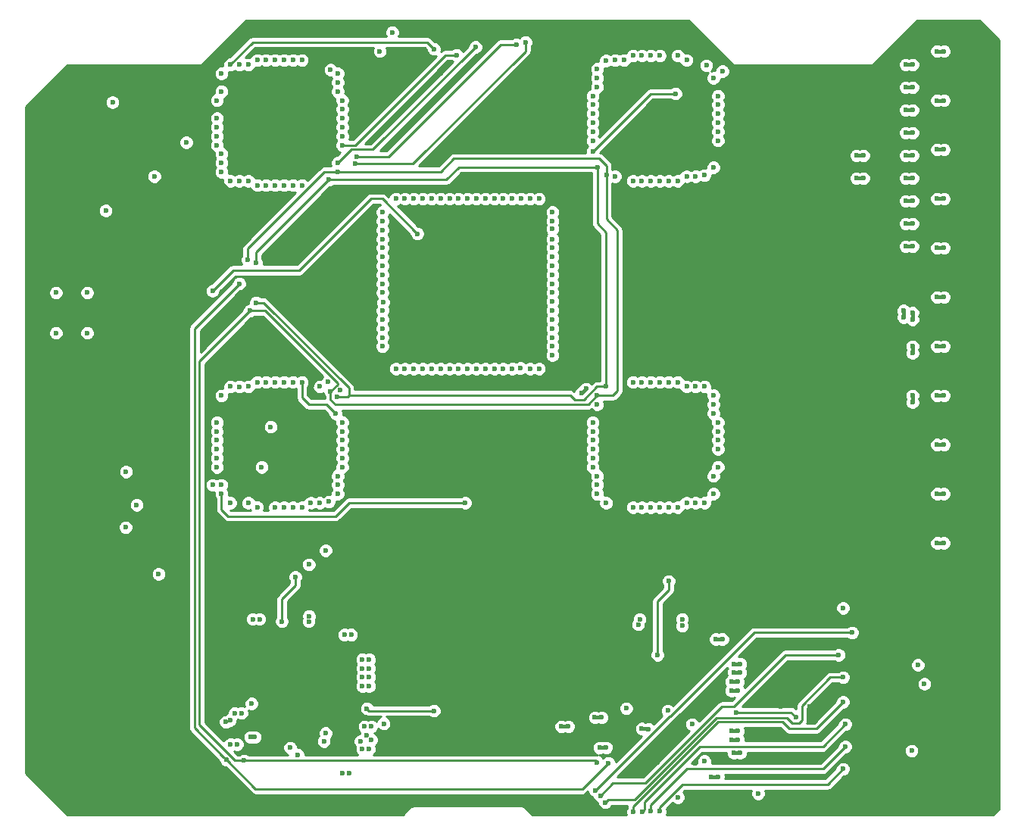
<source format=gbr>
G04 #@! TF.FileFunction,Copper,L4,Bot,Signal*
%FSLAX46Y46*%
G04 Gerber Fmt 4.6, Leading zero omitted, Abs format (unit mm)*
G04 Created by KiCad (PCBNEW 4.0.5) date Saturday, August 26, 2017 'PMt' 01:35:57 PM*
%MOMM*%
%LPD*%
G01*
G04 APERTURE LIST*
%ADD10C,0.100000*%
%ADD11C,0.600000*%
%ADD12C,0.254000*%
%ADD13C,0.400000*%
G04 APERTURE END LIST*
D10*
D11*
X167500000Y-102500000D03*
X170000000Y-95000000D03*
X170000000Y-92500000D03*
X155000000Y-110000000D03*
X155000000Y-112500000D03*
X155000000Y-115000000D03*
X155000000Y-117500000D03*
X155000000Y-120000000D03*
X155000000Y-122500000D03*
X155000000Y-125000000D03*
X155000000Y-127500000D03*
X155000000Y-130000000D03*
X155000000Y-132500000D03*
X152500000Y-130000000D03*
X152500000Y-127500000D03*
X152500000Y-125000000D03*
X152500000Y-122500000D03*
X152500000Y-120000000D03*
X152500000Y-117500000D03*
X152500000Y-115000000D03*
X152500000Y-112500000D03*
X155000000Y-135000000D03*
X155000000Y-137500000D03*
X152500000Y-135000000D03*
X152500000Y-132500000D03*
X155000000Y-140000000D03*
X155000000Y-142500000D03*
X155000000Y-155000000D03*
X157500000Y-155000000D03*
X160000000Y-155000000D03*
X160000000Y-147500000D03*
X157500000Y-145000000D03*
X157500000Y-147500000D03*
X157500000Y-150000000D03*
X160000000Y-150000000D03*
X162500000Y-152500000D03*
X160000000Y-152500000D03*
X157500000Y-152500000D03*
X155000000Y-145000000D03*
X155000000Y-147500000D03*
X162500000Y-155000000D03*
X165000000Y-155000000D03*
X162500000Y-157500000D03*
X160000000Y-157500000D03*
X152500000Y-150000000D03*
X152500000Y-147500000D03*
X152500000Y-145000000D03*
X152500000Y-142500000D03*
X167500000Y-155000000D03*
X165000000Y-152500000D03*
X162500000Y-150000000D03*
X155000000Y-107500000D03*
X155000000Y-150000000D03*
X155000000Y-152500000D03*
X167500000Y-157500000D03*
X165000000Y-157500000D03*
X157500000Y-157500000D03*
X155000000Y-157500000D03*
X152500000Y-155000000D03*
X152500000Y-152500000D03*
X152500000Y-140000000D03*
X152500000Y-137500000D03*
X152500000Y-110000000D03*
X152500000Y-107500000D03*
X152500000Y-105000000D03*
X152500000Y-102500000D03*
X152500000Y-100000000D03*
X152500000Y-97500000D03*
X155000000Y-95000000D03*
X155000000Y-92500000D03*
X155000000Y-90000000D03*
X155000000Y-87500000D03*
X155000000Y-85000000D03*
X155000000Y-82500000D03*
X155000000Y-80000000D03*
X157500000Y-77500000D03*
X155000000Y-77500000D03*
X152500000Y-80000000D03*
X152500000Y-82500000D03*
X152500000Y-85000000D03*
X152500000Y-87500000D03*
X152500000Y-90000000D03*
X152500000Y-92500000D03*
X152500000Y-95000000D03*
X187500000Y-132500000D03*
X190000000Y-135000000D03*
X192500000Y-135000000D03*
X190000000Y-132500000D03*
X192500000Y-132500000D03*
X195000000Y-135000000D03*
X197500000Y-132500000D03*
X200000000Y-135000000D03*
X202500000Y-135000000D03*
X200000000Y-132500000D03*
X202500000Y-130000000D03*
X205000000Y-132500000D03*
X210000000Y-135000000D03*
X207500000Y-135000000D03*
X207500000Y-132500000D03*
X210000000Y-132500000D03*
X212500000Y-132500000D03*
X212500000Y-130000000D03*
X210000000Y-130000000D03*
X207500000Y-130000000D03*
X235000000Y-95000000D03*
X235000000Y-97500000D03*
X235000000Y-100000000D03*
X235000000Y-102500000D03*
X235000000Y-105000000D03*
X235000000Y-107500000D03*
X237500000Y-107500000D03*
X237500000Y-105000000D03*
X237500000Y-102500000D03*
X237500000Y-100000000D03*
X237500000Y-97500000D03*
X237500000Y-95000000D03*
X237500000Y-92500000D03*
X235000000Y-92500000D03*
X232500000Y-92500000D03*
X232500000Y-95000000D03*
X232500000Y-97500000D03*
X232500000Y-100000000D03*
X232500000Y-102500000D03*
X232500000Y-105000000D03*
X232500000Y-107500000D03*
X232500000Y-110000000D03*
X235000000Y-110000000D03*
X237500000Y-110000000D03*
X240000000Y-110000000D03*
X240000000Y-107500000D03*
X240000000Y-105000000D03*
X240000000Y-102500000D03*
X240000000Y-100000000D03*
X240000000Y-97500000D03*
X165000000Y-95000000D03*
X165000000Y-97500000D03*
X165000000Y-100000000D03*
X165000000Y-102500000D03*
X165000000Y-105000000D03*
X165000000Y-107500000D03*
X162500000Y-107500000D03*
X162500000Y-105000000D03*
X162500000Y-102500000D03*
X162500000Y-100000000D03*
X162500000Y-97500000D03*
X162500000Y-95000000D03*
X162500000Y-92500000D03*
X165000000Y-92500000D03*
X167500000Y-92500000D03*
X167500000Y-95000000D03*
X167500000Y-97500000D03*
X167500000Y-100000000D03*
X167500000Y-105000000D03*
X167500000Y-107500000D03*
X167500000Y-110000000D03*
X165000000Y-110000000D03*
X162500000Y-110000000D03*
X240000000Y-95000000D03*
X240000000Y-92500000D03*
X205000000Y-130000000D03*
X156872990Y-118117209D03*
X157500000Y-97000000D03*
X154000000Y-97000000D03*
X184457817Y-146869790D03*
X225479941Y-153587421D03*
X215000000Y-146869790D03*
X178500000Y-119000000D03*
X243000000Y-156758000D03*
X232750000Y-117250000D03*
X239500000Y-117250000D03*
X236000000Y-117250000D03*
X238250000Y-150750000D03*
X238250000Y-147250000D03*
X238250000Y-143750000D03*
X235000000Y-150750000D03*
X235000000Y-147250000D03*
X235000000Y-144000000D03*
X193750000Y-148750000D03*
X197750000Y-148750000D03*
X197750000Y-145500000D03*
X197750000Y-144000000D03*
X193750000Y-145750000D03*
X193750000Y-144000000D03*
X218750000Y-141500000D03*
X220000000Y-141500000D03*
X226750000Y-147500000D03*
X219000000Y-153500000D03*
X219750000Y-153500000D03*
X221250000Y-153500000D03*
X220500000Y-153500000D03*
X173250000Y-146500000D03*
X179250000Y-141500000D03*
X177500000Y-141500000D03*
X179000000Y-151000000D03*
X179000000Y-151750000D03*
X179000000Y-152500000D03*
X184000000Y-152500000D03*
X171750000Y-158250000D03*
X187750000Y-158250000D03*
X213250000Y-158750000D03*
X229250000Y-158750000D03*
X229250000Y-136000000D03*
X212500000Y-135500000D03*
X225750000Y-131750000D03*
X222250000Y-131750000D03*
X218750000Y-131750000D03*
X225750000Y-135750000D03*
X222500000Y-135750000D03*
X219000000Y-135750000D03*
X177250000Y-131250000D03*
X180750000Y-131250000D03*
X184250000Y-131250000D03*
X184250000Y-135000000D03*
X180750000Y-135000000D03*
X177250000Y-135000000D03*
X205000000Y-124500000D03*
X205750000Y-124500000D03*
X249278000Y-157130000D03*
X206000000Y-76250000D03*
X249250000Y-153500000D03*
X249250000Y-150000000D03*
X249250000Y-139250000D03*
X249250000Y-142750000D03*
X249250000Y-146250000D03*
X254250000Y-136000000D03*
X253750000Y-141500000D03*
X253750000Y-152250000D03*
X189500000Y-128000000D03*
X193000000Y-128000000D03*
X196500000Y-127500000D03*
X197000000Y-76500000D03*
X239500000Y-126000000D03*
X236000000Y-126000000D03*
X232500000Y-126000000D03*
X239000000Y-89500000D03*
X235000000Y-89500000D03*
X231500000Y-89500000D03*
X172499000Y-77500100D03*
X190500000Y-108000000D03*
X227501000Y-122500000D03*
X174500000Y-124501000D03*
X214500000Y-114500000D03*
X182500000Y-111500000D03*
X228000000Y-119500000D03*
X177500000Y-125000000D03*
X217500000Y-88000000D03*
X225500000Y-74999200D03*
X185500000Y-85500000D03*
X172000000Y-80500000D03*
X222500000Y-74500000D03*
X249750000Y-98360000D03*
X249000000Y-98360000D03*
X252500000Y-134500000D03*
X253250000Y-134500000D03*
X163250000Y-80306500D03*
X163000000Y-117909300D03*
X187255100Y-134631300D03*
X160379500Y-82250000D03*
X171267800Y-134631300D03*
X223500000Y-74500000D03*
X226700000Y-75587400D03*
X228000000Y-120500000D03*
X227501000Y-123499000D03*
X221250000Y-141500000D03*
X222500000Y-133249000D03*
X176500000Y-125000000D03*
X173501000Y-124501000D03*
X172000000Y-79500000D03*
X172499000Y-76501100D03*
X179250000Y-137750000D03*
X180750000Y-132783000D03*
X186000000Y-154750000D03*
X186750000Y-154750000D03*
X227996000Y-155146000D03*
X227221000Y-155164000D03*
X209500000Y-100000000D03*
X249750000Y-95820000D03*
X249000000Y-95820000D03*
X252500000Y-129000000D03*
X253250000Y-129000000D03*
X188250000Y-152000000D03*
X189000000Y-152000000D03*
X229750000Y-152450000D03*
X230500000Y-152450000D03*
X209500000Y-99000000D03*
X249750000Y-93280000D03*
X249000000Y-93280000D03*
X252500000Y-123500000D03*
X253250000Y-123500000D03*
X188750000Y-150500000D03*
X189250000Y-151000000D03*
X229500000Y-151000000D03*
X230250000Y-151000000D03*
X213250000Y-111750000D03*
X212750000Y-112250000D03*
X209500000Y-108000000D03*
X249750000Y-90740000D03*
X249000000Y-90740000D03*
X252500000Y-118000000D03*
X253250000Y-118000000D03*
X174000000Y-148000000D03*
X174750000Y-148000000D03*
X188500000Y-149500000D03*
X189250000Y-149500000D03*
X214250000Y-148500000D03*
X215000000Y-148500000D03*
X229500000Y-150000000D03*
X230250000Y-150000000D03*
X249750000Y-113250000D03*
X249750000Y-112500000D03*
X227496000Y-77002100D03*
X225498000Y-124496000D03*
X249750000Y-88200000D03*
X249000000Y-88200000D03*
X252500000Y-112500000D03*
X253250000Y-112500000D03*
X220207781Y-149792219D03*
X219500000Y-149750000D03*
X175742000Y-150690000D03*
X176224000Y-150690000D03*
X188250000Y-144000000D03*
X189000000Y-144000000D03*
X229500000Y-144500000D03*
X230250000Y-144500000D03*
X249750000Y-104000000D03*
X249750000Y-103250000D03*
X244250000Y-88200000D03*
X243500000Y-88200000D03*
X172504000Y-122498000D03*
X174502000Y-75504200D03*
X252500000Y-101500000D03*
X253250000Y-101500000D03*
X173459000Y-148801000D03*
X228500000Y-76250000D03*
X173000000Y-149000000D03*
X188250000Y-145000000D03*
X189000000Y-145000000D03*
X210500000Y-149500000D03*
X211250000Y-149500000D03*
X229500000Y-145500000D03*
X230250000Y-145500000D03*
X249750000Y-107750000D03*
X249750000Y-107000000D03*
X224500000Y-124500000D03*
X249750000Y-85660000D03*
X249000000Y-85660000D03*
X252500000Y-107000000D03*
X253250000Y-107000000D03*
X215500000Y-151869790D03*
X214781839Y-151869790D03*
X174250000Y-151500000D03*
X173500000Y-151500000D03*
X171500000Y-122500000D03*
X188250000Y-143000000D03*
X189000000Y-143000000D03*
X229750000Y-143500000D03*
X230500000Y-143500000D03*
X248750000Y-103750000D03*
X248750000Y-103000000D03*
X244250000Y-85660000D03*
X243500000Y-85660000D03*
X175500000Y-75500000D03*
X252500000Y-96000000D03*
X253250000Y-96000000D03*
X188250000Y-142000000D03*
X189000000Y-142000000D03*
X229750000Y-142500000D03*
X230500000Y-142500000D03*
X249750000Y-83120000D03*
X249000000Y-83120000D03*
X252500000Y-90500000D03*
X253250000Y-90500000D03*
X186250000Y-139250000D03*
X187000000Y-139250000D03*
X227750000Y-139750000D03*
X228500000Y-139750000D03*
X249750000Y-80580000D03*
X249000000Y-80580000D03*
X252500000Y-85000000D03*
X253250000Y-85000000D03*
X182294000Y-137163000D03*
X182250000Y-137750000D03*
X224000000Y-138250000D03*
X224000000Y-137500000D03*
X249750000Y-78040000D03*
X249000000Y-78040000D03*
X252500000Y-79500000D03*
X253250000Y-79500000D03*
X219095000Y-138095000D03*
X176000000Y-137500000D03*
X176750000Y-137500000D03*
X219250000Y-137500000D03*
X249750000Y-75500000D03*
X249000000Y-75500000D03*
X252500000Y-74000000D03*
X253250000Y-74000000D03*
X232500000Y-157000000D03*
X157500000Y-105500000D03*
X222384297Y-147738613D03*
X168571700Y-84197600D03*
X154000000Y-105500000D03*
X188034600Y-151159100D03*
X159566164Y-91820564D03*
X183959900Y-151149100D03*
X214302000Y-156682000D03*
X243000000Y-139000000D03*
X214870000Y-157250000D03*
X241500000Y-141500000D03*
X215413000Y-157997000D03*
X242000000Y-144000000D03*
X218515000Y-159079000D03*
X242000000Y-146750000D03*
X219515000Y-159079000D03*
X242250000Y-149250000D03*
X220500000Y-159000000D03*
X242250000Y-151750000D03*
X221500000Y-159000000D03*
X242000000Y-154250000D03*
X205500000Y-73250000D03*
X187615000Y-85800000D03*
X201000000Y-90500000D03*
X218500000Y-88500000D03*
X206500000Y-73000000D03*
X187470000Y-86589900D03*
X200000000Y-90500000D03*
X216500000Y-88000800D03*
X184436000Y-110968000D03*
X198000000Y-109500000D03*
X214000000Y-115500000D03*
X185793031Y-111886031D03*
X199000000Y-109500000D03*
X214499000Y-113500000D03*
X176366646Y-97623806D03*
X176366646Y-102108479D03*
X215759301Y-153587421D03*
X173061000Y-153241000D03*
X174500000Y-100000000D03*
X185445000Y-112610000D03*
X215493000Y-111499000D03*
X214535000Y-86970800D03*
X184507000Y-88369800D03*
X175676694Y-103028412D03*
X175446713Y-97336327D03*
X214504453Y-153500616D03*
X175025000Y-153317000D03*
X215533000Y-87797700D03*
X184700000Y-112087000D03*
X214499000Y-112501000D03*
X185501000Y-87498900D03*
X225111500Y-149257500D03*
X249655300Y-152210300D03*
X184144400Y-150246600D03*
X250357800Y-142633700D03*
X190640400Y-149189000D03*
X251082800Y-144750000D03*
X190500000Y-92000000D03*
X173501000Y-88500800D03*
X214499000Y-76001100D03*
X192000000Y-90500000D03*
X214499000Y-77000100D03*
X174500000Y-88500800D03*
X193000000Y-90500000D03*
X214500000Y-78000000D03*
X175500000Y-88500000D03*
X194000000Y-90500000D03*
X176500000Y-89000000D03*
X214000000Y-79000000D03*
X195000000Y-90500000D03*
X177500000Y-89000000D03*
X214000000Y-80000000D03*
X178500000Y-89000000D03*
X196000000Y-90500000D03*
X214000000Y-81000000D03*
X179500000Y-89000000D03*
X197000000Y-90500000D03*
X214000000Y-82000000D03*
X198000000Y-90500000D03*
X214000000Y-83000000D03*
X180500000Y-89000000D03*
X199000000Y-90500000D03*
X214000000Y-84000000D03*
X181500000Y-89000000D03*
X202000000Y-90500000D03*
X219500000Y-88500000D03*
X186000000Y-83500000D03*
X220500000Y-88500000D03*
X203000000Y-90500000D03*
X186000000Y-82500000D03*
X221500000Y-88500000D03*
X204000000Y-90500000D03*
X186000000Y-81500000D03*
X205000000Y-90500000D03*
X186000000Y-80500000D03*
X222500000Y-88500000D03*
X206000000Y-90500000D03*
X185500000Y-78500000D03*
X224500000Y-88000000D03*
X207000000Y-90500000D03*
X185496000Y-77502100D03*
X225498000Y-87995800D03*
X208000000Y-90500000D03*
X185501000Y-76493100D03*
X226507000Y-87869800D03*
X209500000Y-92000000D03*
X184700000Y-76087400D03*
X227501000Y-86998900D03*
X209500000Y-93000000D03*
X228000000Y-84000000D03*
X181500000Y-75000000D03*
X209500000Y-93869800D03*
X228000000Y-83000000D03*
X180500000Y-75000000D03*
X209500000Y-95000000D03*
X228000000Y-82000000D03*
X179500000Y-75000000D03*
X209500000Y-96000000D03*
X228000000Y-81000000D03*
X178500000Y-75000000D03*
X209500000Y-97000000D03*
X177500000Y-75000000D03*
X228000000Y-80000000D03*
X209500000Y-98000000D03*
X176500000Y-75000000D03*
X228000000Y-79000000D03*
X190500000Y-99000000D03*
X172000000Y-81500000D03*
X221500000Y-74500000D03*
X190500000Y-98000000D03*
X172000000Y-82500000D03*
X220500000Y-74500000D03*
X190500000Y-97000000D03*
X219500000Y-74500000D03*
X172000000Y-83500000D03*
X190500000Y-96000000D03*
X218500000Y-74500000D03*
X172000000Y-84500000D03*
X190500000Y-95000000D03*
X172500000Y-85500000D03*
X217500000Y-75000000D03*
X190500000Y-94000000D03*
X172504000Y-86497900D03*
X216502000Y-75004200D03*
X215493000Y-75044600D03*
X190500000Y-93000000D03*
X172499000Y-87506900D03*
X226499000Y-111499000D03*
X185501000Y-123499000D03*
X208000000Y-109500000D03*
X207000000Y-109500000D03*
X225500000Y-111499000D03*
X185501000Y-122500000D03*
X205929000Y-109429000D03*
X224500000Y-111500000D03*
X185500000Y-121500000D03*
X223500000Y-111000000D03*
X186000000Y-120500000D03*
X205000000Y-109500000D03*
X222500000Y-111000000D03*
X186000000Y-119500000D03*
X204000000Y-109500000D03*
X221500000Y-111000000D03*
X186000000Y-118500000D03*
X203000000Y-109500000D03*
X220500000Y-111000000D03*
X186000000Y-117500000D03*
X202000000Y-109500000D03*
X219500000Y-111000000D03*
X186000000Y-116500000D03*
X201000000Y-109500000D03*
X218500000Y-111000000D03*
X186000000Y-115500000D03*
X200000000Y-109500000D03*
X214000000Y-116500000D03*
X180500000Y-111000000D03*
X197000000Y-109500000D03*
X214000000Y-117500000D03*
X179500000Y-111000000D03*
X196000000Y-109500000D03*
X214000000Y-118500000D03*
X178500000Y-111000000D03*
X195000000Y-109500000D03*
X214000000Y-119500000D03*
X177500000Y-111000000D03*
X194000000Y-109500000D03*
X214500000Y-121500000D03*
X175500000Y-111500000D03*
X193000000Y-109500000D03*
X214504000Y-122498000D03*
X174502000Y-111504000D03*
X192000000Y-109500000D03*
X214499000Y-123507000D03*
X173493000Y-111499000D03*
X190500000Y-107000000D03*
X215501000Y-124501000D03*
X172499000Y-112501000D03*
X190500000Y-106000000D03*
X218500000Y-125000000D03*
X172000000Y-115500000D03*
X190500000Y-105000000D03*
X219500000Y-125000000D03*
X172000000Y-116500000D03*
X190500000Y-104000000D03*
X190503000Y-103006000D03*
X220500000Y-125000000D03*
X172000000Y-117500000D03*
X190571000Y-102071000D03*
X221500000Y-125000000D03*
X172000000Y-118500000D03*
X222500000Y-125000000D03*
X172000000Y-119500000D03*
X190500000Y-101000000D03*
X223500000Y-125000000D03*
X172000000Y-120500000D03*
X190500000Y-100000000D03*
X228000000Y-118500000D03*
X178500000Y-125000000D03*
X209500000Y-101000000D03*
X228000000Y-117500000D03*
X179500000Y-125000000D03*
X209500000Y-102000000D03*
X228000000Y-116500000D03*
X180500000Y-125000000D03*
X209500000Y-103000000D03*
X228000000Y-115500000D03*
X181500000Y-125000000D03*
X209500000Y-104000000D03*
X227500000Y-114500000D03*
X182500000Y-124500000D03*
X209500000Y-105000000D03*
X227496000Y-113502000D03*
X183498000Y-124496000D03*
X209500000Y-106000000D03*
X184507000Y-124370000D03*
X227501000Y-112493000D03*
X209500000Y-107000000D03*
X190200000Y-74000000D03*
X191600000Y-71900000D03*
X194400000Y-94400000D03*
X171500000Y-100800000D03*
X177000000Y-120500000D03*
X178000000Y-116000000D03*
X230002000Y-147913000D03*
X242000000Y-136250000D03*
X236750000Y-148500000D03*
X188750000Y-147500000D03*
X196250000Y-147750000D03*
X172500000Y-78500000D03*
X224500000Y-75000000D03*
X227500000Y-121500000D03*
X175500000Y-124500000D03*
X214000000Y-120500000D03*
X176500000Y-111000000D03*
X186000000Y-79500000D03*
X223500000Y-88500000D03*
X200909000Y-73532600D03*
X185501000Y-86499900D03*
X198782000Y-74430500D03*
X186000000Y-84500000D03*
X183500000Y-111499000D03*
X185250000Y-114500000D03*
X181500000Y-111000000D03*
X161798900Y-127237100D03*
X180999800Y-152662300D03*
X163027900Y-124730900D03*
X175862200Y-146948800D03*
X161836800Y-121020000D03*
X180183800Y-151875000D03*
X165473100Y-132457800D03*
X223523100Y-157427900D03*
X226489589Y-153381205D03*
X182271700Y-131393700D03*
X184151600Y-129820300D03*
X217763400Y-147480400D03*
X223250000Y-78750000D03*
X214000000Y-85250000D03*
X196250000Y-73750000D03*
X173493000Y-75498600D03*
X226507000Y-124501000D03*
X199750000Y-124500000D03*
X172499000Y-123507000D03*
X154000000Y-101000000D03*
X160324400Y-79710000D03*
X165000000Y-88000000D03*
X157500000Y-101000000D03*
D12*
X167500000Y-105000000D02*
X167500000Y-102500000D01*
X167500000Y-100000000D02*
X167500000Y-102500000D01*
X170000000Y-92500000D02*
X170000000Y-95000000D01*
X167500000Y-92500000D02*
X170000000Y-92500000D01*
X152500000Y-112500000D02*
X155000000Y-112500000D01*
X152500000Y-115000000D02*
X155000000Y-115000000D01*
X152500000Y-117500000D02*
X155000000Y-117500000D01*
X152500000Y-120000000D02*
X155000000Y-120000000D01*
X152500000Y-122500000D02*
X155000000Y-122500000D01*
X152500000Y-125000000D02*
X155000000Y-125000000D01*
X152500000Y-127500000D02*
X155000000Y-127500000D01*
X152500000Y-130000000D02*
X155000000Y-130000000D01*
X155000000Y-132500000D02*
X155000000Y-130000000D01*
X155000000Y-112500000D02*
X155000000Y-110000000D01*
X155000000Y-117500000D02*
X155000000Y-115000000D01*
X155000000Y-122500000D02*
X155000000Y-120000000D01*
X155000000Y-127500000D02*
X155000000Y-125000000D01*
X152500000Y-127500000D02*
X152500000Y-130000000D01*
X152500000Y-122500000D02*
X152500000Y-125000000D01*
X152500000Y-117500000D02*
X152500000Y-120000000D01*
X152500000Y-112500000D02*
X152500000Y-115000000D01*
X155000000Y-107500000D02*
X155000000Y-110000000D01*
X155000000Y-110000000D02*
X155000000Y-132500000D01*
X152500000Y-110000000D02*
X155000000Y-110000000D01*
X155000000Y-132500000D02*
X155000000Y-135000000D01*
X152500000Y-132500000D02*
X155000000Y-132500000D01*
X155000000Y-135000000D02*
X152500000Y-135000000D01*
X155000000Y-137500000D02*
X155000000Y-135000000D01*
X152500000Y-132500000D02*
X152500000Y-135000000D01*
X155000000Y-135000000D02*
X155000000Y-147600000D01*
X155100000Y-137500000D02*
X155000000Y-137400000D01*
X155000000Y-137400000D02*
X155000000Y-135000000D01*
X155000000Y-137600000D02*
X155100000Y-137500000D01*
X155000000Y-140000000D02*
X155000000Y-137600000D01*
X155000000Y-142500000D02*
X155000000Y-140000000D01*
X165000000Y-152500000D02*
X155000000Y-142500000D01*
X155000000Y-142500000D02*
X152500000Y-140000000D01*
X155000000Y-145000000D02*
X155000000Y-142500000D01*
X155000000Y-155000000D02*
X157500000Y-155000000D01*
X160000000Y-155000000D02*
X157500000Y-155000000D01*
X155000000Y-147600000D02*
X155000000Y-155000000D01*
X155000000Y-155000000D02*
X155000000Y-157500000D01*
X152500000Y-155000000D02*
X155000000Y-155000000D01*
X155000000Y-150000000D02*
X160000000Y-155000000D01*
X162500000Y-155000000D02*
X160000000Y-155000000D01*
X160000000Y-155000000D02*
X162500000Y-157500000D01*
X152500000Y-150000000D02*
X152500000Y-147500000D01*
X155000000Y-147500000D02*
X152500000Y-147500000D01*
X152500000Y-147500000D02*
X155000000Y-150000000D01*
X157500000Y-152500000D02*
X155000000Y-150000000D01*
X157500000Y-150000000D02*
X157500000Y-152500000D01*
X160000000Y-150000000D02*
X157500000Y-150000000D01*
X160000000Y-150000000D02*
X162500000Y-150000000D01*
X162500000Y-152500000D02*
X162500000Y-150000000D01*
X162500000Y-155000000D02*
X162500000Y-152500000D01*
X162500000Y-157500000D02*
X162500000Y-155000000D01*
X157500000Y-145000000D02*
X155000000Y-147500000D01*
X160000000Y-157500000D02*
X152500000Y-150000000D01*
X162500000Y-155000000D02*
X152500000Y-145000000D01*
X155000000Y-145000000D02*
X165000000Y-155000000D01*
X157500000Y-145000000D02*
X160000000Y-147500000D01*
X157500000Y-150000000D02*
X157500000Y-147500000D01*
X157500000Y-152500000D02*
X160000000Y-152500000D01*
X155000000Y-147500000D02*
X155000000Y-145000000D01*
X165000000Y-155000000D02*
X162500000Y-155000000D01*
X160000000Y-157500000D02*
X162500000Y-157500000D01*
X152500000Y-142500000D02*
X152500000Y-145000000D01*
X155000000Y-150000000D02*
X155000000Y-147600000D01*
X155000000Y-157500000D02*
X162600000Y-157500000D01*
X165000000Y-157500000D02*
X162600000Y-157500000D01*
X162600000Y-157500000D02*
X167500000Y-157500000D01*
X171000000Y-157500000D02*
X171700000Y-158200000D01*
X167500000Y-157500000D02*
X171000000Y-157500000D01*
X155000000Y-152500000D02*
X165000000Y-152500000D01*
X152500000Y-155000000D02*
X155000000Y-152500000D01*
X167500000Y-155000000D02*
X152500000Y-155000000D01*
X167500000Y-157500000D02*
X167500000Y-155000000D01*
X152500000Y-155000000D02*
X155000000Y-157500000D01*
X152500000Y-155000000D02*
X152500000Y-80000000D01*
X152500000Y-107500000D02*
X155000000Y-107500000D01*
X152500000Y-105000000D02*
X152500000Y-107500000D01*
X152500000Y-102500000D02*
X152500000Y-105000000D01*
X152500000Y-100000000D02*
X152500000Y-102500000D01*
X152500000Y-95000000D02*
X152500000Y-97500000D01*
X155000000Y-92500000D02*
X155000000Y-95000000D01*
X152500000Y-92500000D02*
X155000000Y-92500000D01*
X152500000Y-90000000D02*
X152500000Y-92500000D01*
X155000000Y-85000000D02*
X155000000Y-87500000D01*
X152500000Y-85000000D02*
X152500000Y-87500000D01*
X152500000Y-80000000D02*
X152500000Y-82500000D01*
X155000000Y-80000000D02*
X155000000Y-82500000D01*
X155000000Y-77500000D02*
X157500000Y-77500000D01*
X162500000Y-150000000D02*
X165000000Y-152500000D01*
X155000000Y-152500000D02*
X155000000Y-150000000D01*
X165000000Y-157500000D02*
X167500000Y-157500000D01*
X155000000Y-157500000D02*
X157500000Y-157500000D01*
X152500000Y-152500000D02*
X152500000Y-155000000D01*
X152500000Y-137500000D02*
X152500000Y-140000000D01*
X152500000Y-107500000D02*
X152500000Y-110000000D01*
X152500000Y-97500000D02*
X152500000Y-100000000D01*
X155000000Y-87500000D02*
X155000000Y-90000000D01*
X155000000Y-82500000D02*
X155000000Y-85000000D01*
X157500000Y-77500000D02*
X155000000Y-80000000D01*
X152500000Y-80000000D02*
X155000000Y-77500000D01*
X152500000Y-85000000D02*
X152500000Y-82500000D01*
X152500000Y-90000000D02*
X152500000Y-87500000D01*
X152500000Y-95000000D02*
X152500000Y-92500000D01*
X212500000Y-132500000D02*
X212500000Y-135500000D01*
X210000000Y-132500000D02*
X212500000Y-132500000D01*
X207500000Y-132500000D02*
X207500000Y-135000000D01*
X207500000Y-130000000D02*
X207500000Y-132500000D01*
X207500000Y-130000000D02*
X205000000Y-130000000D01*
X202500000Y-130000000D02*
X205000000Y-130000000D01*
X205100000Y-130000000D02*
X205000000Y-130000000D01*
X200000000Y-132500000D02*
X205000000Y-132500000D01*
X197500000Y-132500000D02*
X200000000Y-132500000D01*
X192500000Y-132500000D02*
X197500000Y-132500000D01*
X190000000Y-132500000D02*
X192500000Y-132500000D01*
X187500000Y-132500000D02*
X190000000Y-132500000D01*
X190000000Y-135000000D02*
X187500000Y-132500000D01*
X190000000Y-132500000D02*
X192500000Y-135000000D01*
X195000000Y-135000000D02*
X192500000Y-132500000D01*
X200000000Y-135000000D02*
X197500000Y-132500000D01*
X200000000Y-132500000D02*
X202500000Y-135000000D01*
X205000000Y-132500000D02*
X202500000Y-130000000D01*
X207500000Y-135000000D02*
X210000000Y-135000000D01*
X210000000Y-132500000D02*
X207500000Y-132500000D01*
X212500000Y-130000000D02*
X212500000Y-132500000D01*
X207500000Y-130000000D02*
X210000000Y-130000000D01*
X235000000Y-95000000D02*
X235000000Y-92500000D01*
X235000000Y-100000000D02*
X235000000Y-97500000D01*
X235000000Y-105000000D02*
X235000000Y-102500000D01*
X237500000Y-107500000D02*
X235000000Y-107500000D01*
X237500000Y-102500000D02*
X237500000Y-105000000D01*
X237500000Y-97500000D02*
X237500000Y-100000000D01*
X237500000Y-92500000D02*
X237500000Y-95000000D01*
X232500000Y-92500000D02*
X235000000Y-92500000D01*
X232500000Y-97500000D02*
X232500000Y-95000000D01*
X232500000Y-102500000D02*
X232500000Y-100000000D01*
X232500000Y-107500000D02*
X232500000Y-105000000D01*
X235000000Y-110000000D02*
X232500000Y-110000000D01*
X237500000Y-107500000D02*
X237500000Y-110000000D01*
X240000000Y-107500000D02*
X237500000Y-107500000D01*
X240000000Y-105000000D02*
X240000000Y-107500000D01*
X240000000Y-100000000D02*
X240000000Y-102500000D01*
X235000000Y-97500000D02*
X235000000Y-95000000D01*
X235000000Y-102500000D02*
X235000000Y-100000000D01*
X235000000Y-107500000D02*
X235000000Y-105000000D01*
X237500000Y-105000000D02*
X237500000Y-107500000D01*
X237500000Y-100000000D02*
X237500000Y-102500000D01*
X237500000Y-95000000D02*
X237500000Y-97500000D01*
X235000000Y-92500000D02*
X237500000Y-92500000D01*
X232500000Y-95000000D02*
X232500000Y-92500000D01*
X232500000Y-100000000D02*
X232500000Y-97500000D01*
X232500000Y-105000000D02*
X232500000Y-102500000D01*
X232500000Y-110000000D02*
X232500000Y-107500000D01*
X237500000Y-110000000D02*
X235000000Y-110000000D01*
X240000000Y-107500000D02*
X240000000Y-110000000D01*
X240000000Y-102500000D02*
X240000000Y-105000000D01*
X240000000Y-97500000D02*
X240000000Y-100000000D01*
X240000000Y-95000000D02*
X237500000Y-95000000D01*
X240000000Y-95000000D02*
X240000000Y-92500000D01*
X240000000Y-97300000D02*
X240000000Y-97500000D01*
X240000000Y-95000000D02*
X240000000Y-97300000D01*
X167500000Y-107500000D02*
X167500000Y-105000000D01*
X167500000Y-107500000D02*
X165000000Y-107500000D01*
X165000000Y-105000000D02*
X165000000Y-107500000D01*
X165000000Y-102500000D02*
X162500000Y-102500000D01*
X165000000Y-100000000D02*
X165000000Y-102500000D01*
X165000000Y-100000000D02*
X167500000Y-100000000D01*
X165000000Y-97500000D02*
X162500000Y-97500000D01*
X165000000Y-97500000D02*
X165000000Y-95000000D01*
X165000000Y-95000000D02*
X167500000Y-95000000D01*
X165000000Y-92500000D02*
X165000000Y-95000000D01*
X162500000Y-92500000D02*
X165000000Y-92500000D01*
X165000000Y-100000000D02*
X165000000Y-97500000D01*
X165000000Y-105000000D02*
X165000000Y-102500000D01*
X162500000Y-107500000D02*
X165000000Y-107500000D01*
X162500000Y-102500000D02*
X162500000Y-105000000D01*
X162500000Y-97500000D02*
X162500000Y-100000000D01*
X162500000Y-92500000D02*
X162500000Y-95000000D01*
X167500000Y-92500000D02*
X165000000Y-92500000D01*
X167500000Y-97500000D02*
X167500000Y-95000000D01*
X167500000Y-110000000D02*
X167500000Y-107500000D01*
X165000000Y-110000000D02*
X167500000Y-110000000D01*
X162500000Y-110000000D02*
X165000000Y-110000000D01*
X205000000Y-124500000D02*
X205000000Y-130000000D01*
X220500000Y-153500000D02*
X219750000Y-153500000D01*
D13*
X249750000Y-98360000D02*
X249000000Y-98360000D01*
X253250000Y-134500000D02*
X252500000Y-134500000D01*
D12*
X221250000Y-135500000D02*
X221250000Y-141500000D01*
X222500000Y-134250000D02*
X221250000Y-135500000D01*
X222500000Y-133249000D02*
X222500000Y-134250000D01*
X179250000Y-135250000D02*
X179250000Y-137750000D01*
X180750000Y-133750000D02*
X179250000Y-135250000D01*
X180750000Y-132783000D02*
X180750000Y-133750000D01*
D13*
X227978000Y-155164000D02*
X227996000Y-155146000D01*
X227221000Y-155164000D02*
X227978000Y-155164000D01*
X249750000Y-95820000D02*
X249000000Y-95820000D01*
X253250000Y-129000000D02*
X252500000Y-129000000D01*
X229750000Y-152450000D02*
X230500000Y-152450000D01*
X249750000Y-93280000D02*
X249000000Y-93280000D01*
X253250000Y-123500000D02*
X252500000Y-123500000D01*
X229500000Y-151000000D02*
X230250000Y-151000000D01*
X212750000Y-112250000D02*
X213250000Y-111750000D01*
X249750000Y-90740000D02*
X249000000Y-90740000D01*
X253250000Y-118000000D02*
X252500000Y-118000000D01*
X214250000Y-148500000D02*
X215000000Y-148500000D01*
X229500000Y-150000000D02*
X230250000Y-150000000D01*
X249750000Y-112500000D02*
X249750000Y-113250000D01*
X249750000Y-88200000D02*
X249000000Y-88200000D01*
X253250000Y-112500000D02*
X252500000Y-112500000D01*
X219500000Y-149750000D02*
X220165562Y-149750000D01*
X220165562Y-149750000D02*
X220207781Y-149792219D01*
X229500000Y-144500000D02*
X230250000Y-144500000D01*
X249750000Y-103250000D02*
X249750000Y-104000000D01*
X244250000Y-88200000D02*
X243500000Y-88200000D01*
X253250000Y-101500000D02*
X252500000Y-101500000D01*
X210500000Y-149500000D02*
X211250000Y-149500000D01*
X229500000Y-145500000D02*
X230250000Y-145500000D01*
X249750000Y-107000000D02*
X249750000Y-107750000D01*
X249750000Y-85660000D02*
X249000000Y-85660000D01*
X253250000Y-107000000D02*
X252500000Y-107000000D01*
X215500000Y-151869790D02*
X214781839Y-151869790D01*
X229750000Y-143500000D02*
X230500000Y-143500000D01*
X248750000Y-103000000D02*
X248750000Y-103750000D01*
X244250000Y-85660000D02*
X243500000Y-85660000D01*
X253250000Y-96000000D02*
X252500000Y-96000000D01*
X229750000Y-142500000D02*
X230500000Y-142500000D01*
X249750000Y-83120000D02*
X249000000Y-83120000D01*
X253250000Y-90500000D02*
X252500000Y-90500000D01*
X227750000Y-139750000D02*
X228500000Y-139750000D01*
X249750000Y-80580000D02*
X249000000Y-80580000D01*
X253250000Y-85000000D02*
X252500000Y-85000000D01*
X249750000Y-78040000D02*
X249000000Y-78040000D01*
X253250000Y-79500000D02*
X252500000Y-79500000D01*
X249750000Y-75500000D02*
X249000000Y-75500000D01*
X253250000Y-74000000D02*
X252500000Y-74000000D01*
D12*
X214302000Y-156682000D02*
X222618209Y-148365791D01*
X222675518Y-148365791D02*
X232041309Y-139000000D01*
X242575736Y-139000000D02*
X243000000Y-139000000D01*
X232041309Y-139000000D02*
X242575736Y-139000000D01*
X222618209Y-148365791D02*
X222675518Y-148365791D01*
X235567000Y-141500000D02*
X241500000Y-141500000D01*
X229785000Y-147282000D02*
X235567000Y-141500000D01*
X228424000Y-147282000D02*
X229785000Y-147282000D01*
X219871000Y-155836000D02*
X228424000Y-147282000D01*
X216284000Y-155836000D02*
X219871000Y-155836000D01*
X214870000Y-157250000D02*
X216284000Y-155836000D01*
X240567000Y-144000000D02*
X242000000Y-144000000D01*
X237380000Y-147187000D02*
X240567000Y-144000000D01*
X237380000Y-148802000D02*
X237380000Y-147187000D01*
X237052000Y-149130000D02*
X237380000Y-148802000D01*
X236277000Y-149130000D02*
X237052000Y-149130000D01*
X235689000Y-148543000D02*
X236277000Y-149130000D01*
X227811000Y-148543000D02*
X235689000Y-148543000D01*
X218657000Y-157697000D02*
X227811000Y-148543000D01*
X215713000Y-157697000D02*
X218657000Y-157697000D01*
X215413000Y-157997000D02*
X215713000Y-157697000D01*
X239000000Y-149750000D02*
X242000000Y-146750000D01*
X236000000Y-149750000D02*
X239000000Y-149750000D01*
X235250000Y-149000000D02*
X236000000Y-149750000D01*
X228000000Y-149000000D02*
X235250000Y-149000000D01*
X218515000Y-158485000D02*
X228000000Y-149000000D01*
X218515000Y-159079000D02*
X218515000Y-158485000D01*
X239750000Y-151750000D02*
X242250000Y-149250000D01*
X226000000Y-151750000D02*
X239750000Y-151750000D01*
X219815000Y-157935000D02*
X226000000Y-151750000D01*
X219815000Y-158779000D02*
X219815000Y-157935000D01*
X219515000Y-159079000D02*
X219815000Y-158779000D01*
X239750000Y-154250000D02*
X242250000Y-151750000D01*
X224500000Y-154250000D02*
X239750000Y-154250000D01*
X220500000Y-158250000D02*
X224500000Y-154250000D01*
X220500000Y-159000000D02*
X220500000Y-158250000D01*
X240250000Y-156000000D02*
X242000000Y-154250000D01*
X224000000Y-156000000D02*
X240250000Y-156000000D01*
X221500000Y-158500000D02*
X224000000Y-156000000D01*
X221500000Y-159000000D02*
X221500000Y-158500000D01*
X191200000Y-85800000D02*
X187615000Y-85800000D01*
X203750000Y-73250000D02*
X191200000Y-85800000D01*
X205500000Y-73250000D02*
X203750000Y-73250000D01*
X193910000Y-86589900D02*
X187470000Y-86589900D01*
X206500000Y-74000000D02*
X193910000Y-86589900D01*
X206500000Y-73000000D02*
X206500000Y-74000000D01*
X176366646Y-97199542D02*
X176366646Y-97623806D01*
X176366646Y-96510154D02*
X176366646Y-97199542D01*
X184507000Y-88369800D02*
X176366646Y-96510154D01*
X176790910Y-102108479D02*
X176366646Y-102108479D01*
X177193380Y-102108479D02*
X176790910Y-102108479D01*
X186750000Y-111665099D02*
X177193380Y-102108479D01*
X186750000Y-112493000D02*
X186750000Y-111665099D01*
X176320000Y-156500000D02*
X212846722Y-156500000D01*
X215459302Y-153887420D02*
X215759301Y-153587421D01*
X212846722Y-156500000D02*
X215459302Y-153887420D01*
X173061000Y-153241000D02*
X176320000Y-156500000D01*
X172761000Y-152941000D02*
X173061000Y-153241000D01*
X169500000Y-149679000D02*
X172761000Y-152941000D01*
X169500000Y-105000000D02*
X169500000Y-149679000D01*
X174500000Y-100000000D02*
X169500000Y-105000000D01*
X186633000Y-112610000D02*
X185445000Y-112610000D01*
X186750000Y-112493000D02*
X186633000Y-112610000D01*
X197630000Y-88369800D02*
X184507000Y-88369800D01*
X199029000Y-86970800D02*
X197630000Y-88369800D01*
X214535000Y-86970800D02*
X199029000Y-86970800D01*
X214535000Y-93284800D02*
X214535000Y-86970800D01*
X215493000Y-94243100D02*
X214535000Y-93284800D01*
X215493000Y-111499000D02*
X215493000Y-94243100D01*
X214501000Y-111499000D02*
X215493000Y-111499000D01*
X213000000Y-113000000D02*
X214501000Y-111499000D01*
X212000000Y-113000000D02*
X213000000Y-113000000D01*
X211493000Y-112493000D02*
X212000000Y-113000000D01*
X186750000Y-112493000D02*
X211493000Y-112493000D01*
X176100958Y-103028412D02*
X175676694Y-103028412D01*
X185500000Y-111287000D02*
X185500000Y-111133797D01*
X184700000Y-112087000D02*
X185500000Y-111287000D01*
X175376695Y-103328411D02*
X175676694Y-103028412D01*
X170000000Y-149287000D02*
X170000000Y-108705106D01*
X174030000Y-153317000D02*
X170000000Y-149287000D01*
X170000000Y-108705106D02*
X175376695Y-103328411D01*
X177394615Y-103028412D02*
X176100958Y-103028412D01*
X185500000Y-111133797D02*
X177394615Y-103028412D01*
X175025000Y-153317000D02*
X174030000Y-153317000D01*
X185501000Y-87498900D02*
X184001100Y-87498900D01*
X175446713Y-96912063D02*
X175446713Y-97336327D01*
X175446713Y-96053287D02*
X175446713Y-96912063D01*
X184001100Y-87498900D02*
X175446713Y-96053287D01*
X175025000Y-153317000D02*
X214320837Y-153317000D01*
X214320837Y-153317000D02*
X214504453Y-153500616D01*
X197001000Y-87498900D02*
X185501000Y-87498900D01*
X198500000Y-86000000D02*
X197001000Y-87498900D01*
X214750000Y-86000000D02*
X198500000Y-86000000D01*
X215533000Y-86782900D02*
X214750000Y-86000000D01*
X215533000Y-87797700D02*
X215533000Y-86782900D01*
X215533000Y-92782900D02*
X215533000Y-87797700D01*
X216750000Y-94000000D02*
X215533000Y-92782900D01*
X216750000Y-112000000D02*
X216750000Y-94000000D01*
X216249000Y-112501000D02*
X216750000Y-112000000D01*
X214499000Y-112501000D02*
X216249000Y-112501000D01*
X213500000Y-113500000D02*
X214499000Y-112501000D01*
X185250000Y-113500000D02*
X213500000Y-113500000D01*
X184700000Y-112950000D02*
X185250000Y-113500000D01*
X184700000Y-112087000D02*
X184700000Y-112950000D01*
X189200000Y-90500000D02*
X190500000Y-90500000D01*
X190500000Y-90500000D02*
X194400000Y-94400000D01*
X181200000Y-98500000D02*
X189200000Y-90500000D01*
X173800000Y-98500000D02*
X181200000Y-98500000D01*
X171500000Y-100800000D02*
X173800000Y-98500000D01*
X236163000Y-147913000D02*
X230002000Y-147913000D01*
X236750000Y-148500000D02*
X236163000Y-147913000D01*
X189000000Y-147750000D02*
X188750000Y-147500000D01*
X196250000Y-147750000D02*
X189000000Y-147750000D01*
X200609000Y-73832600D02*
X200909000Y-73532600D01*
X189442000Y-85000000D02*
X200609000Y-73832600D01*
X187001000Y-85000000D02*
X189442000Y-85000000D01*
X185501000Y-86499900D02*
X187001000Y-85000000D01*
X197553000Y-74430500D02*
X198782000Y-74430500D01*
X187484000Y-84500000D02*
X197553000Y-74430500D01*
X186000000Y-84500000D02*
X187484000Y-84500000D01*
X181500000Y-112750000D02*
X181500000Y-111000000D01*
X182250000Y-113500000D02*
X181500000Y-112750000D01*
X184250000Y-113500000D02*
X182250000Y-113500000D01*
X185250000Y-114500000D02*
X184250000Y-113500000D01*
X220500000Y-78750000D02*
X223250000Y-78750000D01*
X214000000Y-85250000D02*
X220500000Y-78750000D01*
X175992000Y-73000000D02*
X173493000Y-75498600D01*
X195500000Y-73000000D02*
X175992000Y-73000000D01*
X196250000Y-73750000D02*
X195500000Y-73000000D01*
X172499000Y-125249000D02*
X172499000Y-123507000D01*
X173250000Y-126000000D02*
X172499000Y-125249000D01*
X185250000Y-126000000D02*
X173250000Y-126000000D01*
X186750000Y-124500000D02*
X185250000Y-126000000D01*
X199750000Y-124500000D02*
X186750000Y-124500000D01*
G36*
X229574322Y-75425678D02*
X229769625Y-75556175D01*
X230000000Y-75602000D01*
X245000000Y-75602000D01*
X245230375Y-75556175D01*
X245425678Y-75425678D01*
X246687577Y-74163779D01*
X251672857Y-74163779D01*
X251798495Y-74467846D01*
X252030930Y-74700688D01*
X252334778Y-74826856D01*
X252663779Y-74827143D01*
X252875144Y-74739809D01*
X253084778Y-74826856D01*
X253413779Y-74827143D01*
X253717846Y-74701505D01*
X253950688Y-74469070D01*
X254076856Y-74165222D01*
X254077143Y-73836221D01*
X253951505Y-73532154D01*
X253719070Y-73299312D01*
X253415222Y-73173144D01*
X253086221Y-73172857D01*
X252874856Y-73260191D01*
X252665222Y-73173144D01*
X252336221Y-73172857D01*
X252032154Y-73298495D01*
X251799312Y-73530930D01*
X251673144Y-73834778D01*
X251672857Y-74163779D01*
X246687577Y-74163779D01*
X250249356Y-70602000D01*
X257250644Y-70602000D01*
X259398000Y-72749356D01*
X259398000Y-158750643D01*
X258750644Y-159398000D01*
X222230199Y-159398000D01*
X222326856Y-159165222D01*
X222327143Y-158836221D01*
X222257419Y-158667477D01*
X222925282Y-157999614D01*
X223054030Y-158128588D01*
X223357878Y-158254756D01*
X223686879Y-158255043D01*
X223990946Y-158129405D01*
X224223788Y-157896970D01*
X224349956Y-157593122D01*
X224350243Y-157264121D01*
X224224605Y-156960054D01*
X224094837Y-156830059D01*
X224270896Y-156654000D01*
X231748209Y-156654000D01*
X231673144Y-156834778D01*
X231672857Y-157163779D01*
X231798495Y-157467846D01*
X232030930Y-157700688D01*
X232334778Y-157826856D01*
X232663779Y-157827143D01*
X232967846Y-157701505D01*
X233200688Y-157469070D01*
X233326856Y-157165222D01*
X233327143Y-156836221D01*
X233251851Y-156654000D01*
X240250000Y-156654000D01*
X240500275Y-156604217D01*
X240712448Y-156462448D01*
X242097811Y-155077085D01*
X242163779Y-155077143D01*
X242467846Y-154951505D01*
X242700688Y-154719070D01*
X242826856Y-154415222D01*
X242827143Y-154086221D01*
X242701505Y-153782154D01*
X242469070Y-153549312D01*
X242165222Y-153423144D01*
X241836221Y-153422857D01*
X241532154Y-153548495D01*
X241299312Y-153780930D01*
X241173144Y-154084778D01*
X241173085Y-154152019D01*
X239979104Y-155346000D01*
X228808415Y-155346000D01*
X228822856Y-155311222D01*
X228823143Y-154982221D01*
X228790823Y-154904000D01*
X239750000Y-154904000D01*
X240000275Y-154854217D01*
X240212448Y-154712448D01*
X242347811Y-152577085D01*
X242413779Y-152577143D01*
X242717846Y-152451505D01*
X242795407Y-152374079D01*
X248828157Y-152374079D01*
X248953795Y-152678146D01*
X249186230Y-152910988D01*
X249490078Y-153037156D01*
X249819079Y-153037443D01*
X250123146Y-152911805D01*
X250355988Y-152679370D01*
X250482156Y-152375522D01*
X250482443Y-152046521D01*
X250356805Y-151742454D01*
X250124370Y-151509612D01*
X249820522Y-151383444D01*
X249491521Y-151383157D01*
X249187454Y-151508795D01*
X248954612Y-151741230D01*
X248828444Y-152045078D01*
X248828157Y-152374079D01*
X242795407Y-152374079D01*
X242950688Y-152219070D01*
X243076856Y-151915222D01*
X243077143Y-151586221D01*
X242951505Y-151282154D01*
X242719070Y-151049312D01*
X242415222Y-150923144D01*
X242086221Y-150922857D01*
X241782154Y-151048495D01*
X241549312Y-151280930D01*
X241423144Y-151584778D01*
X241423085Y-151652019D01*
X239479104Y-153596000D01*
X227295861Y-153596000D01*
X227316445Y-153546427D01*
X227316732Y-153217426D01*
X227191094Y-152913359D01*
X226958659Y-152680517D01*
X226654811Y-152554349D01*
X226325810Y-152554062D01*
X226021743Y-152679700D01*
X225788901Y-152912135D01*
X225662733Y-153215983D01*
X225662446Y-153544984D01*
X225683525Y-153596000D01*
X225078896Y-153596000D01*
X226270896Y-152404000D01*
X228923040Y-152404000D01*
X228922857Y-152613779D01*
X229048495Y-152917846D01*
X229280930Y-153150688D01*
X229584778Y-153276856D01*
X229913779Y-153277143D01*
X230125144Y-153189809D01*
X230334778Y-153276856D01*
X230663779Y-153277143D01*
X230967846Y-153151505D01*
X231200688Y-152919070D01*
X231326856Y-152615222D01*
X231327040Y-152404000D01*
X239750000Y-152404000D01*
X240000275Y-152354217D01*
X240212448Y-152212448D01*
X242347811Y-150077085D01*
X242413779Y-150077143D01*
X242717846Y-149951505D01*
X242950688Y-149719070D01*
X243076856Y-149415222D01*
X243077143Y-149086221D01*
X242951505Y-148782154D01*
X242719070Y-148549312D01*
X242415222Y-148423144D01*
X242086221Y-148422857D01*
X241782154Y-148548495D01*
X241549312Y-148780930D01*
X241423144Y-149084778D01*
X241423085Y-149152019D01*
X239479104Y-151096000D01*
X231076916Y-151096000D01*
X231077143Y-150836221D01*
X230951505Y-150532154D01*
X230919555Y-150500148D01*
X230950688Y-150469070D01*
X231076856Y-150165222D01*
X231077143Y-149836221D01*
X231001851Y-149654000D01*
X234979104Y-149654000D01*
X235537552Y-150212448D01*
X235749725Y-150354217D01*
X236000000Y-150404000D01*
X239000000Y-150404000D01*
X239250275Y-150354217D01*
X239462448Y-150212448D01*
X242097811Y-147577085D01*
X242163779Y-147577143D01*
X242467846Y-147451505D01*
X242700688Y-147219070D01*
X242826856Y-146915222D01*
X242827143Y-146586221D01*
X242701505Y-146282154D01*
X242469070Y-146049312D01*
X242165222Y-145923144D01*
X241836221Y-145922857D01*
X241532154Y-146048495D01*
X241299312Y-146280930D01*
X241173144Y-146584778D01*
X241173085Y-146652019D01*
X238729104Y-149096000D01*
X237955001Y-149096000D01*
X237984217Y-149052275D01*
X238034000Y-148802000D01*
X238034000Y-147457896D01*
X240578117Y-144913779D01*
X250255657Y-144913779D01*
X250381295Y-145217846D01*
X250613730Y-145450688D01*
X250917578Y-145576856D01*
X251246579Y-145577143D01*
X251550646Y-145451505D01*
X251783488Y-145219070D01*
X251909656Y-144915222D01*
X251909943Y-144586221D01*
X251784305Y-144282154D01*
X251551870Y-144049312D01*
X251248022Y-143923144D01*
X250919021Y-143922857D01*
X250614954Y-144048495D01*
X250382112Y-144280930D01*
X250255944Y-144584778D01*
X250255657Y-144913779D01*
X240578117Y-144913779D01*
X240837896Y-144654000D01*
X241484324Y-144654000D01*
X241530930Y-144700688D01*
X241834778Y-144826856D01*
X242163779Y-144827143D01*
X242467846Y-144701505D01*
X242700688Y-144469070D01*
X242826856Y-144165222D01*
X242827143Y-143836221D01*
X242701505Y-143532154D01*
X242469070Y-143299312D01*
X242165222Y-143173144D01*
X241836221Y-143172857D01*
X241532154Y-143298495D01*
X241484566Y-143346000D01*
X240567000Y-143346000D01*
X240316725Y-143395783D01*
X240104552Y-143537552D01*
X236917552Y-146724552D01*
X236775783Y-146936725D01*
X236726000Y-147187000D01*
X236726000Y-147551104D01*
X236625448Y-147450552D01*
X236413275Y-147308783D01*
X236163000Y-147259000D01*
X230732896Y-147259000D01*
X235194417Y-142797479D01*
X249530657Y-142797479D01*
X249656295Y-143101546D01*
X249888730Y-143334388D01*
X250192578Y-143460556D01*
X250521579Y-143460843D01*
X250825646Y-143335205D01*
X251058488Y-143102770D01*
X251184656Y-142798922D01*
X251184943Y-142469921D01*
X251059305Y-142165854D01*
X250826870Y-141933012D01*
X250523022Y-141806844D01*
X250194021Y-141806557D01*
X249889954Y-141932195D01*
X249657112Y-142164630D01*
X249530944Y-142468478D01*
X249530657Y-142797479D01*
X235194417Y-142797479D01*
X235837896Y-142154000D01*
X240984324Y-142154000D01*
X241030930Y-142200688D01*
X241334778Y-142326856D01*
X241663779Y-142327143D01*
X241967846Y-142201505D01*
X242200688Y-141969070D01*
X242326856Y-141665222D01*
X242327143Y-141336221D01*
X242201505Y-141032154D01*
X241969070Y-140799312D01*
X241665222Y-140673144D01*
X241336221Y-140672857D01*
X241032154Y-140798495D01*
X240984566Y-140846000D01*
X235567000Y-140846000D01*
X235316725Y-140895783D01*
X235104552Y-141037552D01*
X230997831Y-145144273D01*
X230951505Y-145032154D01*
X230919555Y-145000148D01*
X230950688Y-144969070D01*
X231076856Y-144665222D01*
X231077143Y-144336221D01*
X231005817Y-144163600D01*
X231200688Y-143969070D01*
X231326856Y-143665222D01*
X231327143Y-143336221D01*
X231201505Y-143032154D01*
X231169555Y-143000148D01*
X231200688Y-142969070D01*
X231326856Y-142665222D01*
X231327143Y-142336221D01*
X231201505Y-142032154D01*
X230969070Y-141799312D01*
X230665222Y-141673144D01*
X230336221Y-141672857D01*
X230263160Y-141703045D01*
X232312205Y-139654000D01*
X242484324Y-139654000D01*
X242530930Y-139700688D01*
X242834778Y-139826856D01*
X243163779Y-139827143D01*
X243467846Y-139701505D01*
X243700688Y-139469070D01*
X243826856Y-139165222D01*
X243827143Y-138836221D01*
X243701505Y-138532154D01*
X243469070Y-138299312D01*
X243165222Y-138173144D01*
X242836221Y-138172857D01*
X242532154Y-138298495D01*
X242484566Y-138346000D01*
X232041309Y-138346000D01*
X231791034Y-138395783D01*
X231578861Y-138537552D01*
X222965829Y-147150584D01*
X222853367Y-147037925D01*
X222549519Y-146911757D01*
X222220518Y-146911470D01*
X221916451Y-147037108D01*
X221683609Y-147269543D01*
X221557441Y-147573391D01*
X221557154Y-147902392D01*
X221682792Y-148206459D01*
X221767644Y-148291460D01*
X220822085Y-149237019D01*
X220676851Y-149091531D01*
X220373003Y-148965363D01*
X220044002Y-148965076D01*
X219904762Y-149022609D01*
X219665222Y-148923144D01*
X219336221Y-148922857D01*
X219032154Y-149048495D01*
X218799312Y-149280930D01*
X218673144Y-149584778D01*
X218672857Y-149913779D01*
X218798495Y-150217846D01*
X219030930Y-150450688D01*
X219334778Y-150576856D01*
X219482119Y-150576985D01*
X216586401Y-153472703D01*
X216586444Y-153423642D01*
X216460806Y-153119575D01*
X216228371Y-152886733D01*
X215924523Y-152760565D01*
X215595522Y-152760278D01*
X215291455Y-152885916D01*
X215175205Y-153001963D01*
X214973523Y-152799928D01*
X214725019Y-152696741D01*
X214945618Y-152696933D01*
X215141024Y-152616193D01*
X215334778Y-152696646D01*
X215663779Y-152696933D01*
X215967846Y-152571295D01*
X216200688Y-152338860D01*
X216326856Y-152035012D01*
X216327143Y-151706011D01*
X216201505Y-151401944D01*
X215969070Y-151169102D01*
X215665222Y-151042934D01*
X215336221Y-151042647D01*
X215140815Y-151123387D01*
X214947061Y-151042934D01*
X214618060Y-151042647D01*
X214313993Y-151168285D01*
X214081151Y-151400720D01*
X213954983Y-151704568D01*
X213954696Y-152033569D01*
X214080334Y-152337636D01*
X214312769Y-152570478D01*
X214561273Y-152673665D01*
X214373633Y-152673502D01*
X214320837Y-152663000D01*
X189506418Y-152663000D01*
X189700688Y-152469070D01*
X189826856Y-152165222D01*
X189827143Y-151836221D01*
X189755817Y-151663600D01*
X189950688Y-151469070D01*
X190076856Y-151165222D01*
X190077143Y-150836221D01*
X189951505Y-150532154D01*
X189719070Y-150299312D01*
X189600396Y-150250034D01*
X189717846Y-150201505D01*
X189950688Y-149969070D01*
X190038784Y-149756910D01*
X190171330Y-149889688D01*
X190475178Y-150015856D01*
X190804179Y-150016143D01*
X191108246Y-149890505D01*
X191335369Y-149663779D01*
X209672857Y-149663779D01*
X209798495Y-149967846D01*
X210030930Y-150200688D01*
X210334778Y-150326856D01*
X210663779Y-150327143D01*
X210875144Y-150239809D01*
X211084778Y-150326856D01*
X211413779Y-150327143D01*
X211717846Y-150201505D01*
X211950688Y-149969070D01*
X212076856Y-149665222D01*
X212077143Y-149336221D01*
X211951505Y-149032154D01*
X211719070Y-148799312D01*
X211415222Y-148673144D01*
X211086221Y-148672857D01*
X210874856Y-148760191D01*
X210665222Y-148673144D01*
X210336221Y-148672857D01*
X210032154Y-148798495D01*
X209799312Y-149030930D01*
X209673144Y-149334778D01*
X209672857Y-149663779D01*
X191335369Y-149663779D01*
X191341088Y-149658070D01*
X191467256Y-149354222D01*
X191467543Y-149025221D01*
X191341905Y-148721154D01*
X191284631Y-148663779D01*
X213422857Y-148663779D01*
X213548495Y-148967846D01*
X213780930Y-149200688D01*
X214084778Y-149326856D01*
X214413779Y-149327143D01*
X214625144Y-149239809D01*
X214834778Y-149326856D01*
X215163779Y-149327143D01*
X215467846Y-149201505D01*
X215700688Y-148969070D01*
X215826856Y-148665222D01*
X215827143Y-148336221D01*
X215701505Y-148032154D01*
X215469070Y-147799312D01*
X215165222Y-147673144D01*
X214836221Y-147672857D01*
X214624856Y-147760191D01*
X214415222Y-147673144D01*
X214086221Y-147672857D01*
X213782154Y-147798495D01*
X213549312Y-148030930D01*
X213423144Y-148334778D01*
X213422857Y-148663779D01*
X191284631Y-148663779D01*
X191109470Y-148488312D01*
X190906423Y-148404000D01*
X195734324Y-148404000D01*
X195780930Y-148450688D01*
X196084778Y-148576856D01*
X196413779Y-148577143D01*
X196717846Y-148451505D01*
X196950688Y-148219070D01*
X197076856Y-147915222D01*
X197077092Y-147644179D01*
X216936257Y-147644179D01*
X217061895Y-147948246D01*
X217294330Y-148181088D01*
X217598178Y-148307256D01*
X217927179Y-148307543D01*
X218231246Y-148181905D01*
X218464088Y-147949470D01*
X218590256Y-147645622D01*
X218590543Y-147316621D01*
X218464905Y-147012554D01*
X218232470Y-146779712D01*
X217928622Y-146653544D01*
X217599621Y-146653257D01*
X217295554Y-146778895D01*
X217062712Y-147011330D01*
X216936544Y-147315178D01*
X216936257Y-147644179D01*
X197077092Y-147644179D01*
X197077143Y-147586221D01*
X196951505Y-147282154D01*
X196719070Y-147049312D01*
X196415222Y-146923144D01*
X196086221Y-146922857D01*
X195782154Y-147048495D01*
X195734566Y-147096000D01*
X189477886Y-147096000D01*
X189451505Y-147032154D01*
X189219070Y-146799312D01*
X188915222Y-146673144D01*
X188586221Y-146672857D01*
X188282154Y-146798495D01*
X188049312Y-147030930D01*
X187923144Y-147334778D01*
X187922857Y-147663779D01*
X188048495Y-147967846D01*
X188280930Y-148200688D01*
X188584778Y-148326856D01*
X188708938Y-148326964D01*
X188749725Y-148354217D01*
X189000000Y-148404000D01*
X190374627Y-148404000D01*
X190172554Y-148487495D01*
X189939712Y-148719930D01*
X189851616Y-148932090D01*
X189719070Y-148799312D01*
X189415222Y-148673144D01*
X189086221Y-148672857D01*
X188874856Y-148760191D01*
X188665222Y-148673144D01*
X188336221Y-148672857D01*
X188032154Y-148798495D01*
X187799312Y-149030930D01*
X187673144Y-149334778D01*
X187672857Y-149663779D01*
X187798495Y-149967846D01*
X187994130Y-150163824D01*
X187924296Y-150332004D01*
X187870821Y-150331957D01*
X187566754Y-150457595D01*
X187333912Y-150690030D01*
X187207744Y-150993878D01*
X187207457Y-151322879D01*
X187333095Y-151626946D01*
X187457638Y-151751707D01*
X187423144Y-151834778D01*
X187422857Y-152163779D01*
X187548495Y-152467846D01*
X187743308Y-152663000D01*
X181826800Y-152663000D01*
X181826943Y-152498521D01*
X181701305Y-152194454D01*
X181468870Y-151961612D01*
X181165022Y-151835444D01*
X181010835Y-151835309D01*
X181010943Y-151711221D01*
X180885305Y-151407154D01*
X180791195Y-151312879D01*
X183132757Y-151312879D01*
X183258395Y-151616946D01*
X183490830Y-151849788D01*
X183794678Y-151975956D01*
X184123679Y-151976243D01*
X184427746Y-151850605D01*
X184660588Y-151618170D01*
X184786756Y-151314322D01*
X184787043Y-150985321D01*
X184725112Y-150835436D01*
X184845088Y-150715670D01*
X184971256Y-150411822D01*
X184971543Y-150082821D01*
X184845905Y-149778754D01*
X184613470Y-149545912D01*
X184309622Y-149419744D01*
X183980621Y-149419457D01*
X183676554Y-149545095D01*
X183443712Y-149777530D01*
X183317544Y-150081378D01*
X183317257Y-150410379D01*
X183379188Y-150560264D01*
X183259212Y-150680030D01*
X183133044Y-150983878D01*
X183132757Y-151312879D01*
X180791195Y-151312879D01*
X180652870Y-151174312D01*
X180349022Y-151048144D01*
X180020021Y-151047857D01*
X179715954Y-151173495D01*
X179483112Y-151405930D01*
X179356944Y-151709778D01*
X179356657Y-152038779D01*
X179482295Y-152342846D01*
X179714730Y-152575688D01*
X179925002Y-152663000D01*
X175540676Y-152663000D01*
X175494070Y-152616312D01*
X175190222Y-152490144D01*
X174861221Y-152489857D01*
X174557154Y-152615495D01*
X174509566Y-152663000D01*
X174300896Y-152663000D01*
X173879523Y-152241627D01*
X174084778Y-152326856D01*
X174413779Y-152327143D01*
X174717846Y-152201505D01*
X174950688Y-151969070D01*
X175076856Y-151665222D01*
X175077143Y-151336221D01*
X174951505Y-151032154D01*
X174773442Y-150853779D01*
X174914857Y-150853779D01*
X175040495Y-151157846D01*
X175272930Y-151390688D01*
X175576778Y-151516856D01*
X175905779Y-151517143D01*
X175982814Y-151485313D01*
X176058778Y-151516856D01*
X176387779Y-151517143D01*
X176691846Y-151391505D01*
X176924688Y-151159070D01*
X177050856Y-150855222D01*
X177051143Y-150526221D01*
X176925505Y-150222154D01*
X176693070Y-149989312D01*
X176389222Y-149863144D01*
X176060221Y-149862857D01*
X175983186Y-149894687D01*
X175907222Y-149863144D01*
X175578221Y-149862857D01*
X175274154Y-149988495D01*
X175041312Y-150220930D01*
X174915144Y-150524778D01*
X174914857Y-150853779D01*
X174773442Y-150853779D01*
X174719070Y-150799312D01*
X174415222Y-150673144D01*
X174086221Y-150672857D01*
X173874856Y-150760191D01*
X173665222Y-150673144D01*
X173336221Y-150672857D01*
X173032154Y-150798495D01*
X172799312Y-151030930D01*
X172761027Y-151123131D01*
X170801675Y-149163779D01*
X172172857Y-149163779D01*
X172298495Y-149467846D01*
X172530930Y-149700688D01*
X172834778Y-149826856D01*
X173163779Y-149827143D01*
X173467846Y-149701505D01*
X173541408Y-149628072D01*
X173622779Y-149628143D01*
X173926846Y-149502505D01*
X174159688Y-149270070D01*
X174285856Y-148966222D01*
X174286021Y-148776633D01*
X174375144Y-148739809D01*
X174584778Y-148826856D01*
X174913779Y-148827143D01*
X175217846Y-148701505D01*
X175450688Y-148469070D01*
X175576856Y-148165222D01*
X175577143Y-147836221D01*
X175522117Y-147703048D01*
X175696978Y-147775656D01*
X176025979Y-147775943D01*
X176330046Y-147650305D01*
X176562888Y-147417870D01*
X176689056Y-147114022D01*
X176689343Y-146785021D01*
X176563705Y-146480954D01*
X176331270Y-146248112D01*
X176027422Y-146121944D01*
X175698421Y-146121657D01*
X175394354Y-146247295D01*
X175161512Y-146479730D01*
X175035344Y-146783578D01*
X175035057Y-147112579D01*
X175090083Y-147245752D01*
X174915222Y-147173144D01*
X174586221Y-147172857D01*
X174374856Y-147260191D01*
X174165222Y-147173144D01*
X173836221Y-147172857D01*
X173532154Y-147298495D01*
X173299312Y-147530930D01*
X173173144Y-147834778D01*
X173172979Y-148024367D01*
X172991154Y-148099495D01*
X172917592Y-148172928D01*
X172836221Y-148172857D01*
X172532154Y-148298495D01*
X172299312Y-148530930D01*
X172173144Y-148834778D01*
X172172857Y-149163779D01*
X170801675Y-149163779D01*
X170654000Y-149016104D01*
X170654000Y-142163779D01*
X187422857Y-142163779D01*
X187548495Y-142467846D01*
X187580445Y-142499852D01*
X187549312Y-142530930D01*
X187423144Y-142834778D01*
X187422857Y-143163779D01*
X187548495Y-143467846D01*
X187580445Y-143499852D01*
X187549312Y-143530930D01*
X187423144Y-143834778D01*
X187422857Y-144163779D01*
X187548495Y-144467846D01*
X187580445Y-144499852D01*
X187549312Y-144530930D01*
X187423144Y-144834778D01*
X187422857Y-145163779D01*
X187548495Y-145467846D01*
X187780930Y-145700688D01*
X188084778Y-145826856D01*
X188413779Y-145827143D01*
X188625144Y-145739809D01*
X188834778Y-145826856D01*
X189163779Y-145827143D01*
X189467846Y-145701505D01*
X189700688Y-145469070D01*
X189826856Y-145165222D01*
X189827143Y-144836221D01*
X189701505Y-144532154D01*
X189669555Y-144500148D01*
X189700688Y-144469070D01*
X189826856Y-144165222D01*
X189827143Y-143836221D01*
X189701505Y-143532154D01*
X189669555Y-143500148D01*
X189700688Y-143469070D01*
X189826856Y-143165222D01*
X189827143Y-142836221D01*
X189701505Y-142532154D01*
X189669555Y-142500148D01*
X189700688Y-142469070D01*
X189826856Y-142165222D01*
X189827143Y-141836221D01*
X189755892Y-141663779D01*
X220422857Y-141663779D01*
X220548495Y-141967846D01*
X220780930Y-142200688D01*
X221084778Y-142326856D01*
X221413779Y-142327143D01*
X221717846Y-142201505D01*
X221950688Y-141969070D01*
X222076856Y-141665222D01*
X222077143Y-141336221D01*
X221951505Y-141032154D01*
X221904000Y-140984566D01*
X221904000Y-139913779D01*
X226922857Y-139913779D01*
X227048495Y-140217846D01*
X227280930Y-140450688D01*
X227584778Y-140576856D01*
X227913779Y-140577143D01*
X228125144Y-140489809D01*
X228334778Y-140576856D01*
X228663779Y-140577143D01*
X228967846Y-140451505D01*
X229200688Y-140219070D01*
X229326856Y-139915222D01*
X229327143Y-139586221D01*
X229201505Y-139282154D01*
X228969070Y-139049312D01*
X228665222Y-138923144D01*
X228336221Y-138922857D01*
X228124856Y-139010191D01*
X227915222Y-138923144D01*
X227586221Y-138922857D01*
X227282154Y-139048495D01*
X227049312Y-139280930D01*
X226923144Y-139584778D01*
X226922857Y-139913779D01*
X221904000Y-139913779D01*
X221904000Y-137663779D01*
X223172857Y-137663779D01*
X223260191Y-137875144D01*
X223173144Y-138084778D01*
X223172857Y-138413779D01*
X223298495Y-138717846D01*
X223530930Y-138950688D01*
X223834778Y-139076856D01*
X224163779Y-139077143D01*
X224467846Y-138951505D01*
X224700688Y-138719070D01*
X224826856Y-138415222D01*
X224827143Y-138086221D01*
X224739809Y-137874856D01*
X224826856Y-137665222D01*
X224827143Y-137336221D01*
X224701505Y-137032154D01*
X224469070Y-136799312D01*
X224165222Y-136673144D01*
X223836221Y-136672857D01*
X223532154Y-136798495D01*
X223299312Y-137030930D01*
X223173144Y-137334778D01*
X223172857Y-137663779D01*
X221904000Y-137663779D01*
X221904000Y-136413779D01*
X241172857Y-136413779D01*
X241298495Y-136717846D01*
X241530930Y-136950688D01*
X241834778Y-137076856D01*
X242163779Y-137077143D01*
X242467846Y-136951505D01*
X242700688Y-136719070D01*
X242826856Y-136415222D01*
X242827143Y-136086221D01*
X242701505Y-135782154D01*
X242469070Y-135549312D01*
X242165222Y-135423144D01*
X241836221Y-135422857D01*
X241532154Y-135548495D01*
X241299312Y-135780930D01*
X241173144Y-136084778D01*
X241172857Y-136413779D01*
X221904000Y-136413779D01*
X221904000Y-135770896D01*
X222962448Y-134712448D01*
X223104217Y-134500275D01*
X223154000Y-134250000D01*
X223154000Y-133764676D01*
X223200688Y-133718070D01*
X223326856Y-133414222D01*
X223327143Y-133085221D01*
X223201505Y-132781154D01*
X222969070Y-132548312D01*
X222665222Y-132422144D01*
X222336221Y-132421857D01*
X222032154Y-132547495D01*
X221799312Y-132779930D01*
X221673144Y-133083778D01*
X221672857Y-133412779D01*
X221798495Y-133716846D01*
X221846000Y-133764434D01*
X221846000Y-133979104D01*
X220787552Y-135037552D01*
X220645783Y-135249725D01*
X220596000Y-135500000D01*
X220596000Y-140984324D01*
X220549312Y-141030930D01*
X220423144Y-141334778D01*
X220422857Y-141663779D01*
X189755892Y-141663779D01*
X189701505Y-141532154D01*
X189469070Y-141299312D01*
X189165222Y-141173144D01*
X188836221Y-141172857D01*
X188624856Y-141260191D01*
X188415222Y-141173144D01*
X188086221Y-141172857D01*
X187782154Y-141298495D01*
X187549312Y-141530930D01*
X187423144Y-141834778D01*
X187422857Y-142163779D01*
X170654000Y-142163779D01*
X170654000Y-139413779D01*
X185422857Y-139413779D01*
X185548495Y-139717846D01*
X185780930Y-139950688D01*
X186084778Y-140076856D01*
X186413779Y-140077143D01*
X186625144Y-139989809D01*
X186834778Y-140076856D01*
X187163779Y-140077143D01*
X187467846Y-139951505D01*
X187700688Y-139719070D01*
X187826856Y-139415222D01*
X187827143Y-139086221D01*
X187701505Y-138782154D01*
X187469070Y-138549312D01*
X187165222Y-138423144D01*
X186836221Y-138422857D01*
X186624856Y-138510191D01*
X186415222Y-138423144D01*
X186086221Y-138422857D01*
X185782154Y-138548495D01*
X185549312Y-138780930D01*
X185423144Y-139084778D01*
X185422857Y-139413779D01*
X170654000Y-139413779D01*
X170654000Y-137663779D01*
X175172857Y-137663779D01*
X175298495Y-137967846D01*
X175530930Y-138200688D01*
X175834778Y-138326856D01*
X176163779Y-138327143D01*
X176375144Y-138239809D01*
X176584778Y-138326856D01*
X176913779Y-138327143D01*
X177217846Y-138201505D01*
X177450688Y-137969070D01*
X177473646Y-137913779D01*
X178422857Y-137913779D01*
X178548495Y-138217846D01*
X178780930Y-138450688D01*
X179084778Y-138576856D01*
X179413779Y-138577143D01*
X179717846Y-138451505D01*
X179950688Y-138219070D01*
X180076856Y-137915222D01*
X180076857Y-137913779D01*
X181422857Y-137913779D01*
X181548495Y-138217846D01*
X181780930Y-138450688D01*
X182084778Y-138576856D01*
X182413779Y-138577143D01*
X182717846Y-138451505D01*
X182910909Y-138258779D01*
X218267857Y-138258779D01*
X218393495Y-138562846D01*
X218625930Y-138795688D01*
X218929778Y-138921856D01*
X219258779Y-138922143D01*
X219562846Y-138796505D01*
X219795688Y-138564070D01*
X219921856Y-138260222D01*
X219922085Y-137997623D01*
X219950688Y-137969070D01*
X220076856Y-137665222D01*
X220077143Y-137336221D01*
X219951505Y-137032154D01*
X219719070Y-136799312D01*
X219415222Y-136673144D01*
X219086221Y-136672857D01*
X218782154Y-136798495D01*
X218549312Y-137030930D01*
X218423144Y-137334778D01*
X218422915Y-137597377D01*
X218394312Y-137625930D01*
X218268144Y-137929778D01*
X218267857Y-138258779D01*
X182910909Y-138258779D01*
X182950688Y-138219070D01*
X183076856Y-137915222D01*
X183077143Y-137586221D01*
X183045513Y-137509670D01*
X183120856Y-137328222D01*
X183121143Y-136999221D01*
X182995505Y-136695154D01*
X182763070Y-136462312D01*
X182459222Y-136336144D01*
X182130221Y-136335857D01*
X181826154Y-136461495D01*
X181593312Y-136693930D01*
X181467144Y-136997778D01*
X181466857Y-137326779D01*
X181498487Y-137403330D01*
X181423144Y-137584778D01*
X181422857Y-137913779D01*
X180076857Y-137913779D01*
X180077143Y-137586221D01*
X179951505Y-137282154D01*
X179904000Y-137234566D01*
X179904000Y-135520896D01*
X181212448Y-134212448D01*
X181354217Y-134000275D01*
X181404000Y-133750000D01*
X181404000Y-133298676D01*
X181450688Y-133252070D01*
X181576856Y-132948222D01*
X181577143Y-132619221D01*
X181451505Y-132315154D01*
X181219070Y-132082312D01*
X180915222Y-131956144D01*
X180586221Y-131955857D01*
X180282154Y-132081495D01*
X180049312Y-132313930D01*
X179923144Y-132617778D01*
X179922857Y-132946779D01*
X180048495Y-133250846D01*
X180096000Y-133298434D01*
X180096000Y-133479104D01*
X178787552Y-134787552D01*
X178645783Y-134999725D01*
X178596000Y-135250000D01*
X178596000Y-137234324D01*
X178549312Y-137280930D01*
X178423144Y-137584778D01*
X178422857Y-137913779D01*
X177473646Y-137913779D01*
X177576856Y-137665222D01*
X177577143Y-137336221D01*
X177451505Y-137032154D01*
X177219070Y-136799312D01*
X176915222Y-136673144D01*
X176586221Y-136672857D01*
X176374856Y-136760191D01*
X176165222Y-136673144D01*
X175836221Y-136672857D01*
X175532154Y-136798495D01*
X175299312Y-137030930D01*
X175173144Y-137334778D01*
X175172857Y-137663779D01*
X170654000Y-137663779D01*
X170654000Y-131557479D01*
X181444557Y-131557479D01*
X181570195Y-131861546D01*
X181802630Y-132094388D01*
X182106478Y-132220556D01*
X182435479Y-132220843D01*
X182739546Y-132095205D01*
X182972388Y-131862770D01*
X183098556Y-131558922D01*
X183098843Y-131229921D01*
X182973205Y-130925854D01*
X182740770Y-130693012D01*
X182436922Y-130566844D01*
X182107921Y-130566557D01*
X181803854Y-130692195D01*
X181571012Y-130924630D01*
X181444844Y-131228478D01*
X181444557Y-131557479D01*
X170654000Y-131557479D01*
X170654000Y-129984079D01*
X183324457Y-129984079D01*
X183450095Y-130288146D01*
X183682530Y-130520988D01*
X183986378Y-130647156D01*
X184315379Y-130647443D01*
X184619446Y-130521805D01*
X184852288Y-130289370D01*
X184978456Y-129985522D01*
X184978743Y-129656521D01*
X184853105Y-129352454D01*
X184664760Y-129163779D01*
X251672857Y-129163779D01*
X251798495Y-129467846D01*
X252030930Y-129700688D01*
X252334778Y-129826856D01*
X252663779Y-129827143D01*
X252875144Y-129739809D01*
X253084778Y-129826856D01*
X253413779Y-129827143D01*
X253717846Y-129701505D01*
X253950688Y-129469070D01*
X254076856Y-129165222D01*
X254077143Y-128836221D01*
X253951505Y-128532154D01*
X253719070Y-128299312D01*
X253415222Y-128173144D01*
X253086221Y-128172857D01*
X252874856Y-128260191D01*
X252665222Y-128173144D01*
X252336221Y-128172857D01*
X252032154Y-128298495D01*
X251799312Y-128530930D01*
X251673144Y-128834778D01*
X251672857Y-129163779D01*
X184664760Y-129163779D01*
X184620670Y-129119612D01*
X184316822Y-128993444D01*
X183987821Y-128993157D01*
X183683754Y-129118795D01*
X183450912Y-129351230D01*
X183324744Y-129655078D01*
X183324457Y-129984079D01*
X170654000Y-129984079D01*
X170654000Y-115663779D01*
X171172857Y-115663779D01*
X171298495Y-115967846D01*
X171330445Y-115999852D01*
X171299312Y-116030930D01*
X171173144Y-116334778D01*
X171172857Y-116663779D01*
X171298495Y-116967846D01*
X171330445Y-116999852D01*
X171299312Y-117030930D01*
X171173144Y-117334778D01*
X171172857Y-117663779D01*
X171298495Y-117967846D01*
X171330445Y-117999852D01*
X171299312Y-118030930D01*
X171173144Y-118334778D01*
X171172857Y-118663779D01*
X171298495Y-118967846D01*
X171330445Y-118999852D01*
X171299312Y-119030930D01*
X171173144Y-119334778D01*
X171172857Y-119663779D01*
X171298495Y-119967846D01*
X171330445Y-119999852D01*
X171299312Y-120030930D01*
X171173144Y-120334778D01*
X171172857Y-120663779D01*
X171298495Y-120967846D01*
X171530930Y-121200688D01*
X171834778Y-121326856D01*
X172163779Y-121327143D01*
X172467846Y-121201505D01*
X172700688Y-120969070D01*
X172826856Y-120665222D01*
X172826857Y-120663779D01*
X176172857Y-120663779D01*
X176298495Y-120967846D01*
X176530930Y-121200688D01*
X176834778Y-121326856D01*
X177163779Y-121327143D01*
X177467846Y-121201505D01*
X177700688Y-120969070D01*
X177826856Y-120665222D01*
X177827143Y-120336221D01*
X177701505Y-120032154D01*
X177469070Y-119799312D01*
X177165222Y-119673144D01*
X176836221Y-119672857D01*
X176532154Y-119798495D01*
X176299312Y-120030930D01*
X176173144Y-120334778D01*
X176172857Y-120663779D01*
X172826857Y-120663779D01*
X172827143Y-120336221D01*
X172701505Y-120032154D01*
X172669555Y-120000148D01*
X172700688Y-119969070D01*
X172826856Y-119665222D01*
X172827143Y-119336221D01*
X172701505Y-119032154D01*
X172669555Y-119000148D01*
X172700688Y-118969070D01*
X172826856Y-118665222D01*
X172827143Y-118336221D01*
X172701505Y-118032154D01*
X172669555Y-118000148D01*
X172700688Y-117969070D01*
X172826856Y-117665222D01*
X172827143Y-117336221D01*
X172701505Y-117032154D01*
X172669555Y-117000148D01*
X172700688Y-116969070D01*
X172826856Y-116665222D01*
X172827143Y-116336221D01*
X172755892Y-116163779D01*
X177172857Y-116163779D01*
X177298495Y-116467846D01*
X177530930Y-116700688D01*
X177834778Y-116826856D01*
X178163779Y-116827143D01*
X178467846Y-116701505D01*
X178700688Y-116469070D01*
X178826856Y-116165222D01*
X178827143Y-115836221D01*
X178701505Y-115532154D01*
X178469070Y-115299312D01*
X178165222Y-115173144D01*
X177836221Y-115172857D01*
X177532154Y-115298495D01*
X177299312Y-115530930D01*
X177173144Y-115834778D01*
X177172857Y-116163779D01*
X172755892Y-116163779D01*
X172701505Y-116032154D01*
X172669555Y-116000148D01*
X172700688Y-115969070D01*
X172826856Y-115665222D01*
X172827143Y-115336221D01*
X172701505Y-115032154D01*
X172469070Y-114799312D01*
X172165222Y-114673144D01*
X171836221Y-114672857D01*
X171532154Y-114798495D01*
X171299312Y-115030930D01*
X171173144Y-115334778D01*
X171172857Y-115663779D01*
X170654000Y-115663779D01*
X170654000Y-108976002D01*
X175774505Y-103855497D01*
X175840473Y-103855555D01*
X176144540Y-103729917D01*
X176192128Y-103682412D01*
X177123719Y-103682412D01*
X183837864Y-110396557D01*
X183735312Y-110498930D01*
X183663388Y-110672142D01*
X183336221Y-110671857D01*
X183032154Y-110797495D01*
X182799312Y-111029930D01*
X182673144Y-111333778D01*
X182672857Y-111662779D01*
X182798495Y-111966846D01*
X183030930Y-112199688D01*
X183334778Y-112325856D01*
X183663779Y-112326143D01*
X183872867Y-112239750D01*
X183872857Y-112250779D01*
X183998495Y-112554846D01*
X184046000Y-112602434D01*
X184046000Y-112846000D01*
X182520896Y-112846000D01*
X182154000Y-112479104D01*
X182154000Y-111515676D01*
X182200688Y-111469070D01*
X182326856Y-111165222D01*
X182327143Y-110836221D01*
X182201505Y-110532154D01*
X181969070Y-110299312D01*
X181665222Y-110173144D01*
X181336221Y-110172857D01*
X181032154Y-110298495D01*
X181000148Y-110330445D01*
X180969070Y-110299312D01*
X180665222Y-110173144D01*
X180336221Y-110172857D01*
X180032154Y-110298495D01*
X180000148Y-110330445D01*
X179969070Y-110299312D01*
X179665222Y-110173144D01*
X179336221Y-110172857D01*
X179032154Y-110298495D01*
X179000148Y-110330445D01*
X178969070Y-110299312D01*
X178665222Y-110173144D01*
X178336221Y-110172857D01*
X178032154Y-110298495D01*
X178000148Y-110330445D01*
X177969070Y-110299312D01*
X177665222Y-110173144D01*
X177336221Y-110172857D01*
X177032154Y-110298495D01*
X177000148Y-110330445D01*
X176969070Y-110299312D01*
X176665222Y-110173144D01*
X176336221Y-110172857D01*
X176032154Y-110298495D01*
X175799312Y-110530930D01*
X175729225Y-110699720D01*
X175665222Y-110673144D01*
X175336221Y-110672857D01*
X175032154Y-110798495D01*
X174999150Y-110831441D01*
X174971070Y-110803312D01*
X174667222Y-110677144D01*
X174338221Y-110676857D01*
X174034154Y-110802495D01*
X174000140Y-110836449D01*
X173962070Y-110798312D01*
X173658222Y-110672144D01*
X173329221Y-110671857D01*
X173025154Y-110797495D01*
X172792312Y-111029930D01*
X172666144Y-111333778D01*
X172665857Y-111662779D01*
X172671864Y-111677317D01*
X172664222Y-111674144D01*
X172335221Y-111673857D01*
X172031154Y-111799495D01*
X171798312Y-112031930D01*
X171672144Y-112335778D01*
X171671857Y-112664779D01*
X171797495Y-112968846D01*
X172029930Y-113201688D01*
X172333778Y-113327856D01*
X172662779Y-113328143D01*
X172966846Y-113202505D01*
X173199688Y-112970070D01*
X173325856Y-112666222D01*
X173326143Y-112337221D01*
X173320136Y-112322683D01*
X173327778Y-112325856D01*
X173656779Y-112326143D01*
X173960846Y-112200505D01*
X173994860Y-112166551D01*
X174032930Y-112204688D01*
X174336778Y-112330856D01*
X174665779Y-112331143D01*
X174969846Y-112205505D01*
X175002850Y-112172559D01*
X175030930Y-112200688D01*
X175334778Y-112326856D01*
X175663779Y-112327143D01*
X175967846Y-112201505D01*
X176200688Y-111969070D01*
X176270775Y-111800280D01*
X176334778Y-111826856D01*
X176663779Y-111827143D01*
X176967846Y-111701505D01*
X176999852Y-111669555D01*
X177030930Y-111700688D01*
X177334778Y-111826856D01*
X177663779Y-111827143D01*
X177967846Y-111701505D01*
X177999852Y-111669555D01*
X178030930Y-111700688D01*
X178334778Y-111826856D01*
X178663779Y-111827143D01*
X178967846Y-111701505D01*
X178999852Y-111669555D01*
X179030930Y-111700688D01*
X179334778Y-111826856D01*
X179663779Y-111827143D01*
X179967846Y-111701505D01*
X179999852Y-111669555D01*
X180030930Y-111700688D01*
X180334778Y-111826856D01*
X180663779Y-111827143D01*
X180846000Y-111751851D01*
X180846000Y-112750000D01*
X180895783Y-113000275D01*
X181037552Y-113212448D01*
X181787552Y-113962448D01*
X181999725Y-114104217D01*
X182250000Y-114154000D01*
X183979104Y-114154000D01*
X184422915Y-114597811D01*
X184422857Y-114663779D01*
X184548495Y-114967846D01*
X184780930Y-115200688D01*
X185084778Y-115326856D01*
X185176400Y-115326936D01*
X185173144Y-115334778D01*
X185172857Y-115663779D01*
X185298495Y-115967846D01*
X185330445Y-115999852D01*
X185299312Y-116030930D01*
X185173144Y-116334778D01*
X185172857Y-116663779D01*
X185298495Y-116967846D01*
X185330445Y-116999852D01*
X185299312Y-117030930D01*
X185173144Y-117334778D01*
X185172857Y-117663779D01*
X185298495Y-117967846D01*
X185330445Y-117999852D01*
X185299312Y-118030930D01*
X185173144Y-118334778D01*
X185172857Y-118663779D01*
X185298495Y-118967846D01*
X185330445Y-118999852D01*
X185299312Y-119030930D01*
X185173144Y-119334778D01*
X185172857Y-119663779D01*
X185298495Y-119967846D01*
X185330445Y-119999852D01*
X185299312Y-120030930D01*
X185173144Y-120334778D01*
X185172857Y-120663779D01*
X185199884Y-120729190D01*
X185032154Y-120798495D01*
X184799312Y-121030930D01*
X184673144Y-121334778D01*
X184672857Y-121663779D01*
X184798495Y-121967846D01*
X184830944Y-122000352D01*
X184800312Y-122030930D01*
X184674144Y-122334778D01*
X184673857Y-122663779D01*
X184799495Y-122967846D01*
X184830945Y-122999351D01*
X184800312Y-123029930D01*
X184674144Y-123333778D01*
X184673961Y-123543866D01*
X184672222Y-123543144D01*
X184343221Y-123542857D01*
X184039154Y-123668495D01*
X183928259Y-123779196D01*
X183663222Y-123669144D01*
X183334221Y-123668857D01*
X183030154Y-123794495D01*
X182997150Y-123827441D01*
X182969070Y-123799312D01*
X182665222Y-123673144D01*
X182336221Y-123672857D01*
X182032154Y-123798495D01*
X181799312Y-124030930D01*
X181729225Y-124199720D01*
X181665222Y-124173144D01*
X181336221Y-124172857D01*
X181032154Y-124298495D01*
X181000148Y-124330445D01*
X180969070Y-124299312D01*
X180665222Y-124173144D01*
X180336221Y-124172857D01*
X180032154Y-124298495D01*
X180000148Y-124330445D01*
X179969070Y-124299312D01*
X179665222Y-124173144D01*
X179336221Y-124172857D01*
X179032154Y-124298495D01*
X179000148Y-124330445D01*
X178969070Y-124299312D01*
X178665222Y-124173144D01*
X178336221Y-124172857D01*
X178032154Y-124298495D01*
X177799312Y-124530930D01*
X177673144Y-124834778D01*
X177672857Y-125163779D01*
X177748149Y-125346000D01*
X177251791Y-125346000D01*
X177326856Y-125165222D01*
X177327143Y-124836221D01*
X177201505Y-124532154D01*
X176969070Y-124299312D01*
X176665222Y-124173144D01*
X176336221Y-124172857D01*
X176270810Y-124199884D01*
X176201505Y-124032154D01*
X175969070Y-123799312D01*
X175665222Y-123673144D01*
X175336221Y-123672857D01*
X175032154Y-123798495D01*
X174799312Y-124030930D01*
X174673144Y-124334778D01*
X174672857Y-124663779D01*
X174798495Y-124967846D01*
X175030930Y-125200688D01*
X175334778Y-125326856D01*
X175663779Y-125327143D01*
X175729190Y-125300116D01*
X175748149Y-125346000D01*
X173520896Y-125346000D01*
X173502898Y-125328002D01*
X173664779Y-125328143D01*
X173968846Y-125202505D01*
X174201688Y-124970070D01*
X174327856Y-124666222D01*
X174328143Y-124337221D01*
X174202505Y-124033154D01*
X173970070Y-123800312D01*
X173666222Y-123674144D01*
X173337221Y-123673857D01*
X173322683Y-123679864D01*
X173325856Y-123672222D01*
X173326143Y-123343221D01*
X173200505Y-123039154D01*
X173166551Y-123005140D01*
X173204688Y-122967070D01*
X173330856Y-122663222D01*
X173331143Y-122334221D01*
X173205505Y-122030154D01*
X172973070Y-121797312D01*
X172669222Y-121671144D01*
X172340221Y-121670857D01*
X172036154Y-121796495D01*
X172001145Y-121831443D01*
X171969070Y-121799312D01*
X171665222Y-121673144D01*
X171336221Y-121672857D01*
X171032154Y-121798495D01*
X170799312Y-122030930D01*
X170673144Y-122334778D01*
X170672857Y-122663779D01*
X170798495Y-122967846D01*
X171030930Y-123200688D01*
X171334778Y-123326856D01*
X171663779Y-123327143D01*
X171681212Y-123319940D01*
X171672144Y-123341778D01*
X171671857Y-123670779D01*
X171797495Y-123974846D01*
X171845000Y-124022434D01*
X171845000Y-125249000D01*
X171894783Y-125499275D01*
X172036552Y-125711448D01*
X172787552Y-126462448D01*
X172999725Y-126604217D01*
X173250000Y-126654000D01*
X185250000Y-126654000D01*
X185500275Y-126604217D01*
X185712448Y-126462448D01*
X187020896Y-125154000D01*
X199234324Y-125154000D01*
X199280930Y-125200688D01*
X199584778Y-125326856D01*
X199913779Y-125327143D01*
X200217846Y-125201505D01*
X200450688Y-124969070D01*
X200576856Y-124665222D01*
X200577143Y-124336221D01*
X200451505Y-124032154D01*
X200219070Y-123799312D01*
X199915222Y-123673144D01*
X199586221Y-123672857D01*
X199282154Y-123798495D01*
X199234566Y-123846000D01*
X186750000Y-123846000D01*
X186499725Y-123895783D01*
X186287552Y-124037552D01*
X184979104Y-125346000D01*
X182251791Y-125346000D01*
X182270775Y-125300280D01*
X182334778Y-125326856D01*
X182663779Y-125327143D01*
X182967846Y-125201505D01*
X183000850Y-125168559D01*
X183028930Y-125196688D01*
X183332778Y-125322856D01*
X183661779Y-125323143D01*
X183965846Y-125197505D01*
X184076741Y-125086804D01*
X184341778Y-125196856D01*
X184670779Y-125197143D01*
X184974846Y-125071505D01*
X185207688Y-124839070D01*
X185333856Y-124535222D01*
X185334039Y-124325134D01*
X185335778Y-124325856D01*
X185664779Y-124326143D01*
X185968846Y-124200505D01*
X186201688Y-123968070D01*
X186327856Y-123664222D01*
X186328143Y-123335221D01*
X186202505Y-123031154D01*
X186171055Y-122999649D01*
X186201688Y-122969070D01*
X186327856Y-122665222D01*
X186328143Y-122336221D01*
X186202505Y-122032154D01*
X186170056Y-121999648D01*
X186200688Y-121969070D01*
X186326856Y-121665222D01*
X186327143Y-121336221D01*
X186300116Y-121270810D01*
X186467846Y-121201505D01*
X186700688Y-120969070D01*
X186826856Y-120665222D01*
X186827143Y-120336221D01*
X186701505Y-120032154D01*
X186669555Y-120000148D01*
X186700688Y-119969070D01*
X186826856Y-119665222D01*
X186827143Y-119336221D01*
X186701505Y-119032154D01*
X186669555Y-119000148D01*
X186700688Y-118969070D01*
X186826856Y-118665222D01*
X186827143Y-118336221D01*
X186701505Y-118032154D01*
X186669555Y-118000148D01*
X186700688Y-117969070D01*
X186826856Y-117665222D01*
X186827143Y-117336221D01*
X186701505Y-117032154D01*
X186669555Y-117000148D01*
X186700688Y-116969070D01*
X186826856Y-116665222D01*
X186827143Y-116336221D01*
X186701505Y-116032154D01*
X186669555Y-116000148D01*
X186700688Y-115969070D01*
X186826856Y-115665222D01*
X186826857Y-115663779D01*
X213172857Y-115663779D01*
X213298495Y-115967846D01*
X213330445Y-115999852D01*
X213299312Y-116030930D01*
X213173144Y-116334778D01*
X213172857Y-116663779D01*
X213298495Y-116967846D01*
X213330445Y-116999852D01*
X213299312Y-117030930D01*
X213173144Y-117334778D01*
X213172857Y-117663779D01*
X213298495Y-117967846D01*
X213330445Y-117999852D01*
X213299312Y-118030930D01*
X213173144Y-118334778D01*
X213172857Y-118663779D01*
X213298495Y-118967846D01*
X213330445Y-118999852D01*
X213299312Y-119030930D01*
X213173144Y-119334778D01*
X213172857Y-119663779D01*
X213298495Y-119967846D01*
X213330445Y-119999852D01*
X213299312Y-120030930D01*
X213173144Y-120334778D01*
X213172857Y-120663779D01*
X213298495Y-120967846D01*
X213530930Y-121200688D01*
X213699720Y-121270775D01*
X213673144Y-121334778D01*
X213672857Y-121663779D01*
X213798495Y-121967846D01*
X213831441Y-122000850D01*
X213803312Y-122028930D01*
X213677144Y-122332778D01*
X213676857Y-122661779D01*
X213802495Y-122965846D01*
X213836449Y-122999860D01*
X213798312Y-123037930D01*
X213672144Y-123341778D01*
X213671857Y-123670779D01*
X213797495Y-123974846D01*
X214029930Y-124207688D01*
X214333778Y-124333856D01*
X214662779Y-124334143D01*
X214677317Y-124328136D01*
X214674144Y-124335778D01*
X214673857Y-124664779D01*
X214799495Y-124968846D01*
X215031930Y-125201688D01*
X215335778Y-125327856D01*
X215664779Y-125328143D01*
X215968846Y-125202505D01*
X216007639Y-125163779D01*
X217672857Y-125163779D01*
X217798495Y-125467846D01*
X218030930Y-125700688D01*
X218334778Y-125826856D01*
X218663779Y-125827143D01*
X218967846Y-125701505D01*
X218999852Y-125669555D01*
X219030930Y-125700688D01*
X219334778Y-125826856D01*
X219663779Y-125827143D01*
X219967846Y-125701505D01*
X219999852Y-125669555D01*
X220030930Y-125700688D01*
X220334778Y-125826856D01*
X220663779Y-125827143D01*
X220967846Y-125701505D01*
X220999852Y-125669555D01*
X221030930Y-125700688D01*
X221334778Y-125826856D01*
X221663779Y-125827143D01*
X221967846Y-125701505D01*
X221999852Y-125669555D01*
X222030930Y-125700688D01*
X222334778Y-125826856D01*
X222663779Y-125827143D01*
X222967846Y-125701505D01*
X222999852Y-125669555D01*
X223030930Y-125700688D01*
X223334778Y-125826856D01*
X223663779Y-125827143D01*
X223967846Y-125701505D01*
X224200688Y-125469070D01*
X224270775Y-125300280D01*
X224334778Y-125326856D01*
X224663779Y-125327143D01*
X224967846Y-125201505D01*
X225000850Y-125168559D01*
X225028930Y-125196688D01*
X225332778Y-125322856D01*
X225661779Y-125323143D01*
X225965846Y-125197505D01*
X225999860Y-125163551D01*
X226037930Y-125201688D01*
X226341778Y-125327856D01*
X226670779Y-125328143D01*
X226974846Y-125202505D01*
X227207688Y-124970070D01*
X227333856Y-124666222D01*
X227334143Y-124337221D01*
X227328136Y-124322683D01*
X227335778Y-124325856D01*
X227664779Y-124326143D01*
X227968846Y-124200505D01*
X228201688Y-123968070D01*
X228327856Y-123664222D01*
X228327856Y-123663779D01*
X251672857Y-123663779D01*
X251798495Y-123967846D01*
X252030930Y-124200688D01*
X252334778Y-124326856D01*
X252663779Y-124327143D01*
X252875144Y-124239809D01*
X253084778Y-124326856D01*
X253413779Y-124327143D01*
X253717846Y-124201505D01*
X253950688Y-123969070D01*
X254076856Y-123665222D01*
X254077143Y-123336221D01*
X253951505Y-123032154D01*
X253719070Y-122799312D01*
X253415222Y-122673144D01*
X253086221Y-122672857D01*
X252874856Y-122760191D01*
X252665222Y-122673144D01*
X252336221Y-122672857D01*
X252032154Y-122798495D01*
X251799312Y-123030930D01*
X251673144Y-123334778D01*
X251672857Y-123663779D01*
X228327856Y-123663779D01*
X228328143Y-123335221D01*
X228202505Y-123031154D01*
X227970070Y-122798312D01*
X227666222Y-122672144D01*
X227337221Y-122671857D01*
X227033154Y-122797495D01*
X226800312Y-123029930D01*
X226674144Y-123333778D01*
X226673857Y-123662779D01*
X226679864Y-123677317D01*
X226672222Y-123674144D01*
X226343221Y-123673857D01*
X226039154Y-123799495D01*
X226005140Y-123833449D01*
X225967070Y-123795312D01*
X225663222Y-123669144D01*
X225334221Y-123668857D01*
X225030154Y-123794495D01*
X224997150Y-123827441D01*
X224969070Y-123799312D01*
X224665222Y-123673144D01*
X224336221Y-123672857D01*
X224032154Y-123798495D01*
X223799312Y-124030930D01*
X223729225Y-124199720D01*
X223665222Y-124173144D01*
X223336221Y-124172857D01*
X223032154Y-124298495D01*
X223000148Y-124330445D01*
X222969070Y-124299312D01*
X222665222Y-124173144D01*
X222336221Y-124172857D01*
X222032154Y-124298495D01*
X222000148Y-124330445D01*
X221969070Y-124299312D01*
X221665222Y-124173144D01*
X221336221Y-124172857D01*
X221032154Y-124298495D01*
X221000148Y-124330445D01*
X220969070Y-124299312D01*
X220665222Y-124173144D01*
X220336221Y-124172857D01*
X220032154Y-124298495D01*
X220000148Y-124330445D01*
X219969070Y-124299312D01*
X219665222Y-124173144D01*
X219336221Y-124172857D01*
X219032154Y-124298495D01*
X219000148Y-124330445D01*
X218969070Y-124299312D01*
X218665222Y-124173144D01*
X218336221Y-124172857D01*
X218032154Y-124298495D01*
X217799312Y-124530930D01*
X217673144Y-124834778D01*
X217672857Y-125163779D01*
X216007639Y-125163779D01*
X216201688Y-124970070D01*
X216327856Y-124666222D01*
X216328143Y-124337221D01*
X216202505Y-124033154D01*
X215970070Y-123800312D01*
X215666222Y-123674144D01*
X215337221Y-123673857D01*
X215322683Y-123679864D01*
X215325856Y-123672222D01*
X215326143Y-123343221D01*
X215200505Y-123039154D01*
X215166551Y-123005140D01*
X215204688Y-122967070D01*
X215330856Y-122663222D01*
X215331143Y-122334221D01*
X215205505Y-122030154D01*
X215172559Y-121997150D01*
X215200688Y-121969070D01*
X215326856Y-121665222D01*
X215326857Y-121663779D01*
X226672857Y-121663779D01*
X226798495Y-121967846D01*
X227030930Y-122200688D01*
X227334778Y-122326856D01*
X227663779Y-122327143D01*
X227967846Y-122201505D01*
X228200688Y-121969070D01*
X228326856Y-121665222D01*
X228327143Y-121336221D01*
X228300116Y-121270810D01*
X228467846Y-121201505D01*
X228700688Y-120969070D01*
X228826856Y-120665222D01*
X228827143Y-120336221D01*
X228701505Y-120032154D01*
X228469070Y-119799312D01*
X228165222Y-119673144D01*
X227836221Y-119672857D01*
X227532154Y-119798495D01*
X227299312Y-120030930D01*
X227173144Y-120334778D01*
X227172857Y-120663779D01*
X227199884Y-120729190D01*
X227032154Y-120798495D01*
X226799312Y-121030930D01*
X226673144Y-121334778D01*
X226672857Y-121663779D01*
X215326857Y-121663779D01*
X215327143Y-121336221D01*
X215201505Y-121032154D01*
X214969070Y-120799312D01*
X214800280Y-120729225D01*
X214826856Y-120665222D01*
X214827143Y-120336221D01*
X214701505Y-120032154D01*
X214669555Y-120000148D01*
X214700688Y-119969070D01*
X214826856Y-119665222D01*
X214827143Y-119336221D01*
X214701505Y-119032154D01*
X214669555Y-119000148D01*
X214700688Y-118969070D01*
X214826856Y-118665222D01*
X214827143Y-118336221D01*
X214701505Y-118032154D01*
X214669555Y-118000148D01*
X214700688Y-117969070D01*
X214826856Y-117665222D01*
X214827143Y-117336221D01*
X214701505Y-117032154D01*
X214669555Y-117000148D01*
X214700688Y-116969070D01*
X214826856Y-116665222D01*
X214827143Y-116336221D01*
X214701505Y-116032154D01*
X214669555Y-116000148D01*
X214700688Y-115969070D01*
X214826856Y-115665222D01*
X214827143Y-115336221D01*
X214701505Y-115032154D01*
X214469070Y-114799312D01*
X214165222Y-114673144D01*
X213836221Y-114672857D01*
X213532154Y-114798495D01*
X213299312Y-115030930D01*
X213173144Y-115334778D01*
X213172857Y-115663779D01*
X186826857Y-115663779D01*
X186827143Y-115336221D01*
X186701505Y-115032154D01*
X186469070Y-114799312D01*
X186165222Y-114673144D01*
X186073600Y-114673064D01*
X186076856Y-114665222D01*
X186077143Y-114336221D01*
X186001851Y-114154000D01*
X213500000Y-114154000D01*
X213750275Y-114104217D01*
X213860264Y-114030725D01*
X214029930Y-114200688D01*
X214333778Y-114326856D01*
X214662779Y-114327143D01*
X214966846Y-114201505D01*
X215199688Y-113969070D01*
X215325856Y-113665222D01*
X215326143Y-113336221D01*
X215251264Y-113155000D01*
X216249000Y-113155000D01*
X216499275Y-113105217D01*
X216711448Y-112963448D01*
X217212448Y-112462448D01*
X217354217Y-112250275D01*
X217404000Y-112000000D01*
X217404000Y-111163779D01*
X217672857Y-111163779D01*
X217798495Y-111467846D01*
X218030930Y-111700688D01*
X218334778Y-111826856D01*
X218663779Y-111827143D01*
X218967846Y-111701505D01*
X218999852Y-111669555D01*
X219030930Y-111700688D01*
X219334778Y-111826856D01*
X219663779Y-111827143D01*
X219967846Y-111701505D01*
X219999852Y-111669555D01*
X220030930Y-111700688D01*
X220334778Y-111826856D01*
X220663779Y-111827143D01*
X220967846Y-111701505D01*
X220999852Y-111669555D01*
X221030930Y-111700688D01*
X221334778Y-111826856D01*
X221663779Y-111827143D01*
X221967846Y-111701505D01*
X221999852Y-111669555D01*
X222030930Y-111700688D01*
X222334778Y-111826856D01*
X222663779Y-111827143D01*
X222967846Y-111701505D01*
X222999852Y-111669555D01*
X223030930Y-111700688D01*
X223334778Y-111826856D01*
X223663779Y-111827143D01*
X223729190Y-111800116D01*
X223798495Y-111967846D01*
X224030930Y-112200688D01*
X224334778Y-112326856D01*
X224663779Y-112327143D01*
X224967846Y-112201505D01*
X225000352Y-112169056D01*
X225030930Y-112199688D01*
X225334778Y-112325856D01*
X225663779Y-112326143D01*
X225967846Y-112200505D01*
X225999351Y-112169055D01*
X226029930Y-112199688D01*
X226333778Y-112325856D01*
X226662779Y-112326143D01*
X226677317Y-112320136D01*
X226674144Y-112327778D01*
X226673857Y-112656779D01*
X226799495Y-112960846D01*
X226833449Y-112994860D01*
X226795312Y-113032930D01*
X226669144Y-113336778D01*
X226668857Y-113665779D01*
X226794495Y-113969846D01*
X226827441Y-114002850D01*
X226799312Y-114030930D01*
X226673144Y-114334778D01*
X226672857Y-114663779D01*
X226798495Y-114967846D01*
X227030930Y-115200688D01*
X227199720Y-115270775D01*
X227173144Y-115334778D01*
X227172857Y-115663779D01*
X227298495Y-115967846D01*
X227330445Y-115999852D01*
X227299312Y-116030930D01*
X227173144Y-116334778D01*
X227172857Y-116663779D01*
X227298495Y-116967846D01*
X227330445Y-116999852D01*
X227299312Y-117030930D01*
X227173144Y-117334778D01*
X227172857Y-117663779D01*
X227298495Y-117967846D01*
X227330445Y-117999852D01*
X227299312Y-118030930D01*
X227173144Y-118334778D01*
X227172857Y-118663779D01*
X227298495Y-118967846D01*
X227530930Y-119200688D01*
X227834778Y-119326856D01*
X228163779Y-119327143D01*
X228467846Y-119201505D01*
X228700688Y-118969070D01*
X228826856Y-118665222D01*
X228827143Y-118336221D01*
X228755892Y-118163779D01*
X251672857Y-118163779D01*
X251798495Y-118467846D01*
X252030930Y-118700688D01*
X252334778Y-118826856D01*
X252663779Y-118827143D01*
X252875144Y-118739809D01*
X253084778Y-118826856D01*
X253413779Y-118827143D01*
X253717846Y-118701505D01*
X253950688Y-118469070D01*
X254076856Y-118165222D01*
X254077143Y-117836221D01*
X253951505Y-117532154D01*
X253719070Y-117299312D01*
X253415222Y-117173144D01*
X253086221Y-117172857D01*
X252874856Y-117260191D01*
X252665222Y-117173144D01*
X252336221Y-117172857D01*
X252032154Y-117298495D01*
X251799312Y-117530930D01*
X251673144Y-117834778D01*
X251672857Y-118163779D01*
X228755892Y-118163779D01*
X228701505Y-118032154D01*
X228669555Y-118000148D01*
X228700688Y-117969070D01*
X228826856Y-117665222D01*
X228827143Y-117336221D01*
X228701505Y-117032154D01*
X228669555Y-117000148D01*
X228700688Y-116969070D01*
X228826856Y-116665222D01*
X228827143Y-116336221D01*
X228701505Y-116032154D01*
X228669555Y-116000148D01*
X228700688Y-115969070D01*
X228826856Y-115665222D01*
X228827143Y-115336221D01*
X228701505Y-115032154D01*
X228469070Y-114799312D01*
X228300280Y-114729225D01*
X228326856Y-114665222D01*
X228327143Y-114336221D01*
X228201505Y-114032154D01*
X228168559Y-113999150D01*
X228196688Y-113971070D01*
X228322856Y-113667222D01*
X228323143Y-113338221D01*
X228197505Y-113034154D01*
X228163551Y-113000140D01*
X228201688Y-112962070D01*
X228325548Y-112663779D01*
X248922857Y-112663779D01*
X249010191Y-112875144D01*
X248923144Y-113084778D01*
X248922857Y-113413779D01*
X249048495Y-113717846D01*
X249280930Y-113950688D01*
X249584778Y-114076856D01*
X249913779Y-114077143D01*
X250217846Y-113951505D01*
X250450688Y-113719070D01*
X250576856Y-113415222D01*
X250577143Y-113086221D01*
X250489809Y-112874856D01*
X250576856Y-112665222D01*
X250576857Y-112663779D01*
X251672857Y-112663779D01*
X251798495Y-112967846D01*
X252030930Y-113200688D01*
X252334778Y-113326856D01*
X252663779Y-113327143D01*
X252875144Y-113239809D01*
X253084778Y-113326856D01*
X253413779Y-113327143D01*
X253717846Y-113201505D01*
X253950688Y-112969070D01*
X254076856Y-112665222D01*
X254077143Y-112336221D01*
X253951505Y-112032154D01*
X253719070Y-111799312D01*
X253415222Y-111673144D01*
X253086221Y-111672857D01*
X252874856Y-111760191D01*
X252665222Y-111673144D01*
X252336221Y-111672857D01*
X252032154Y-111798495D01*
X251799312Y-112030930D01*
X251673144Y-112334778D01*
X251672857Y-112663779D01*
X250576857Y-112663779D01*
X250577143Y-112336221D01*
X250451505Y-112032154D01*
X250219070Y-111799312D01*
X249915222Y-111673144D01*
X249586221Y-111672857D01*
X249282154Y-111798495D01*
X249049312Y-112030930D01*
X248923144Y-112334778D01*
X248922857Y-112663779D01*
X228325548Y-112663779D01*
X228327856Y-112658222D01*
X228328143Y-112329221D01*
X228202505Y-112025154D01*
X227970070Y-111792312D01*
X227666222Y-111666144D01*
X227337221Y-111665857D01*
X227322683Y-111671864D01*
X227325856Y-111664222D01*
X227326143Y-111335221D01*
X227200505Y-111031154D01*
X226968070Y-110798312D01*
X226664222Y-110672144D01*
X226335221Y-110671857D01*
X226031154Y-110797495D01*
X225999649Y-110828945D01*
X225969070Y-110798312D01*
X225665222Y-110672144D01*
X225336221Y-110671857D01*
X225032154Y-110797495D01*
X224999648Y-110829944D01*
X224969070Y-110799312D01*
X224665222Y-110673144D01*
X224336221Y-110672857D01*
X224270810Y-110699884D01*
X224201505Y-110532154D01*
X223969070Y-110299312D01*
X223665222Y-110173144D01*
X223336221Y-110172857D01*
X223032154Y-110298495D01*
X223000148Y-110330445D01*
X222969070Y-110299312D01*
X222665222Y-110173144D01*
X222336221Y-110172857D01*
X222032154Y-110298495D01*
X222000148Y-110330445D01*
X221969070Y-110299312D01*
X221665222Y-110173144D01*
X221336221Y-110172857D01*
X221032154Y-110298495D01*
X221000148Y-110330445D01*
X220969070Y-110299312D01*
X220665222Y-110173144D01*
X220336221Y-110172857D01*
X220032154Y-110298495D01*
X220000148Y-110330445D01*
X219969070Y-110299312D01*
X219665222Y-110173144D01*
X219336221Y-110172857D01*
X219032154Y-110298495D01*
X219000148Y-110330445D01*
X218969070Y-110299312D01*
X218665222Y-110173144D01*
X218336221Y-110172857D01*
X218032154Y-110298495D01*
X217799312Y-110530930D01*
X217673144Y-110834778D01*
X217672857Y-111163779D01*
X217404000Y-111163779D01*
X217404000Y-107163779D01*
X248922857Y-107163779D01*
X249010191Y-107375144D01*
X248923144Y-107584778D01*
X248922857Y-107913779D01*
X249048495Y-108217846D01*
X249280930Y-108450688D01*
X249584778Y-108576856D01*
X249913779Y-108577143D01*
X250217846Y-108451505D01*
X250450688Y-108219070D01*
X250576856Y-107915222D01*
X250577143Y-107586221D01*
X250489809Y-107374856D01*
X250576856Y-107165222D01*
X250576857Y-107163779D01*
X251672857Y-107163779D01*
X251798495Y-107467846D01*
X252030930Y-107700688D01*
X252334778Y-107826856D01*
X252663779Y-107827143D01*
X252875144Y-107739809D01*
X253084778Y-107826856D01*
X253413779Y-107827143D01*
X253717846Y-107701505D01*
X253950688Y-107469070D01*
X254076856Y-107165222D01*
X254077143Y-106836221D01*
X253951505Y-106532154D01*
X253719070Y-106299312D01*
X253415222Y-106173144D01*
X253086221Y-106172857D01*
X252874856Y-106260191D01*
X252665222Y-106173144D01*
X252336221Y-106172857D01*
X252032154Y-106298495D01*
X251799312Y-106530930D01*
X251673144Y-106834778D01*
X251672857Y-107163779D01*
X250576857Y-107163779D01*
X250577143Y-106836221D01*
X250451505Y-106532154D01*
X250219070Y-106299312D01*
X249915222Y-106173144D01*
X249586221Y-106172857D01*
X249282154Y-106298495D01*
X249049312Y-106530930D01*
X248923144Y-106834778D01*
X248922857Y-107163779D01*
X217404000Y-107163779D01*
X217404000Y-103163779D01*
X247922857Y-103163779D01*
X248010191Y-103375144D01*
X247923144Y-103584778D01*
X247922857Y-103913779D01*
X248048495Y-104217846D01*
X248280930Y-104450688D01*
X248584778Y-104576856D01*
X248913779Y-104577143D01*
X249086400Y-104505817D01*
X249280930Y-104700688D01*
X249584778Y-104826856D01*
X249913779Y-104827143D01*
X250217846Y-104701505D01*
X250450688Y-104469070D01*
X250576856Y-104165222D01*
X250577143Y-103836221D01*
X250489809Y-103624856D01*
X250576856Y-103415222D01*
X250577143Y-103086221D01*
X250451505Y-102782154D01*
X250219070Y-102549312D01*
X249915222Y-102423144D01*
X249586221Y-102422857D01*
X249413600Y-102494183D01*
X249219070Y-102299312D01*
X248915222Y-102173144D01*
X248586221Y-102172857D01*
X248282154Y-102298495D01*
X248049312Y-102530930D01*
X247923144Y-102834778D01*
X247922857Y-103163779D01*
X217404000Y-103163779D01*
X217404000Y-101663779D01*
X251672857Y-101663779D01*
X251798495Y-101967846D01*
X252030930Y-102200688D01*
X252334778Y-102326856D01*
X252663779Y-102327143D01*
X252875144Y-102239809D01*
X253084778Y-102326856D01*
X253413779Y-102327143D01*
X253717846Y-102201505D01*
X253950688Y-101969070D01*
X254076856Y-101665222D01*
X254077143Y-101336221D01*
X253951505Y-101032154D01*
X253719070Y-100799312D01*
X253415222Y-100673144D01*
X253086221Y-100672857D01*
X252874856Y-100760191D01*
X252665222Y-100673144D01*
X252336221Y-100672857D01*
X252032154Y-100798495D01*
X251799312Y-101030930D01*
X251673144Y-101334778D01*
X251672857Y-101663779D01*
X217404000Y-101663779D01*
X217404000Y-95983779D01*
X248172857Y-95983779D01*
X248298495Y-96287846D01*
X248530930Y-96520688D01*
X248834778Y-96646856D01*
X249163779Y-96647143D01*
X249375144Y-96559809D01*
X249584778Y-96646856D01*
X249913779Y-96647143D01*
X250217846Y-96521505D01*
X250450688Y-96289070D01*
X250502713Y-96163779D01*
X251672857Y-96163779D01*
X251798495Y-96467846D01*
X252030930Y-96700688D01*
X252334778Y-96826856D01*
X252663779Y-96827143D01*
X252875144Y-96739809D01*
X253084778Y-96826856D01*
X253413779Y-96827143D01*
X253717846Y-96701505D01*
X253950688Y-96469070D01*
X254076856Y-96165222D01*
X254077143Y-95836221D01*
X253951505Y-95532154D01*
X253719070Y-95299312D01*
X253415222Y-95173144D01*
X253086221Y-95172857D01*
X252874856Y-95260191D01*
X252665222Y-95173144D01*
X252336221Y-95172857D01*
X252032154Y-95298495D01*
X251799312Y-95530930D01*
X251673144Y-95834778D01*
X251672857Y-96163779D01*
X250502713Y-96163779D01*
X250576856Y-95985222D01*
X250577143Y-95656221D01*
X250451505Y-95352154D01*
X250219070Y-95119312D01*
X249915222Y-94993144D01*
X249586221Y-94992857D01*
X249374856Y-95080191D01*
X249165222Y-94993144D01*
X248836221Y-94992857D01*
X248532154Y-95118495D01*
X248299312Y-95350930D01*
X248173144Y-95654778D01*
X248172857Y-95983779D01*
X217404000Y-95983779D01*
X217404000Y-94000032D01*
X217404001Y-94000027D01*
X217404000Y-94000022D01*
X217404000Y-94000000D01*
X217381924Y-93889017D01*
X217354228Y-93749750D01*
X217354219Y-93749737D01*
X217354217Y-93749725D01*
X217286890Y-93648963D01*
X217212467Y-93537571D01*
X217118683Y-93443779D01*
X248172857Y-93443779D01*
X248298495Y-93747846D01*
X248530930Y-93980688D01*
X248834778Y-94106856D01*
X249163779Y-94107143D01*
X249375144Y-94019809D01*
X249584778Y-94106856D01*
X249913779Y-94107143D01*
X250217846Y-93981505D01*
X250450688Y-93749070D01*
X250576856Y-93445222D01*
X250577143Y-93116221D01*
X250451505Y-92812154D01*
X250219070Y-92579312D01*
X249915222Y-92453144D01*
X249586221Y-92452857D01*
X249374856Y-92540191D01*
X249165222Y-92453144D01*
X248836221Y-92452857D01*
X248532154Y-92578495D01*
X248299312Y-92810930D01*
X248173144Y-93114778D01*
X248172857Y-93443779D01*
X217118683Y-93443779D01*
X216187000Y-92512020D01*
X216187000Y-90903779D01*
X248172857Y-90903779D01*
X248298495Y-91207846D01*
X248530930Y-91440688D01*
X248834778Y-91566856D01*
X249163779Y-91567143D01*
X249375144Y-91479809D01*
X249584778Y-91566856D01*
X249913779Y-91567143D01*
X250217846Y-91441505D01*
X250450688Y-91209070D01*
X250576856Y-90905222D01*
X250577066Y-90663779D01*
X251672857Y-90663779D01*
X251798495Y-90967846D01*
X252030930Y-91200688D01*
X252334778Y-91326856D01*
X252663779Y-91327143D01*
X252875144Y-91239809D01*
X253084778Y-91326856D01*
X253413779Y-91327143D01*
X253717846Y-91201505D01*
X253950688Y-90969070D01*
X254076856Y-90665222D01*
X254077143Y-90336221D01*
X253951505Y-90032154D01*
X253719070Y-89799312D01*
X253415222Y-89673144D01*
X253086221Y-89672857D01*
X252874856Y-89760191D01*
X252665222Y-89673144D01*
X252336221Y-89672857D01*
X252032154Y-89798495D01*
X251799312Y-90030930D01*
X251673144Y-90334778D01*
X251672857Y-90663779D01*
X250577066Y-90663779D01*
X250577143Y-90576221D01*
X250451505Y-90272154D01*
X250219070Y-90039312D01*
X249915222Y-89913144D01*
X249586221Y-89912857D01*
X249374856Y-90000191D01*
X249165222Y-89913144D01*
X248836221Y-89912857D01*
X248532154Y-90038495D01*
X248299312Y-90270930D01*
X248173144Y-90574778D01*
X248172857Y-90903779D01*
X216187000Y-90903779D01*
X216187000Y-88766294D01*
X216334778Y-88827656D01*
X216663779Y-88827943D01*
X216967846Y-88702305D01*
X217006439Y-88663779D01*
X217672857Y-88663779D01*
X217798495Y-88967846D01*
X218030930Y-89200688D01*
X218334778Y-89326856D01*
X218663779Y-89327143D01*
X218967846Y-89201505D01*
X218999852Y-89169555D01*
X219030930Y-89200688D01*
X219334778Y-89326856D01*
X219663779Y-89327143D01*
X219967846Y-89201505D01*
X219999852Y-89169555D01*
X220030930Y-89200688D01*
X220334778Y-89326856D01*
X220663779Y-89327143D01*
X220967846Y-89201505D01*
X220999852Y-89169555D01*
X221030930Y-89200688D01*
X221334778Y-89326856D01*
X221663779Y-89327143D01*
X221967846Y-89201505D01*
X221999852Y-89169555D01*
X222030930Y-89200688D01*
X222334778Y-89326856D01*
X222663779Y-89327143D01*
X222967846Y-89201505D01*
X222999852Y-89169555D01*
X223030930Y-89200688D01*
X223334778Y-89326856D01*
X223663779Y-89327143D01*
X223967846Y-89201505D01*
X224200688Y-88969070D01*
X224270775Y-88800280D01*
X224334778Y-88826856D01*
X224663779Y-88827143D01*
X224967846Y-88701505D01*
X225000950Y-88668459D01*
X225028930Y-88696488D01*
X225332778Y-88822656D01*
X225661779Y-88822943D01*
X225965846Y-88697305D01*
X226076741Y-88586604D01*
X226341778Y-88696656D01*
X226670779Y-88696943D01*
X226974846Y-88571305D01*
X227182735Y-88363779D01*
X242672857Y-88363779D01*
X242798495Y-88667846D01*
X243030930Y-88900688D01*
X243334778Y-89026856D01*
X243663779Y-89027143D01*
X243875144Y-88939809D01*
X244084778Y-89026856D01*
X244413779Y-89027143D01*
X244717846Y-88901505D01*
X244950688Y-88669070D01*
X245076856Y-88365222D01*
X245076857Y-88363779D01*
X248172857Y-88363779D01*
X248298495Y-88667846D01*
X248530930Y-88900688D01*
X248834778Y-89026856D01*
X249163779Y-89027143D01*
X249375144Y-88939809D01*
X249584778Y-89026856D01*
X249913779Y-89027143D01*
X250217846Y-88901505D01*
X250450688Y-88669070D01*
X250576856Y-88365222D01*
X250577143Y-88036221D01*
X250451505Y-87732154D01*
X250219070Y-87499312D01*
X249915222Y-87373144D01*
X249586221Y-87372857D01*
X249374856Y-87460191D01*
X249165222Y-87373144D01*
X248836221Y-87372857D01*
X248532154Y-87498495D01*
X248299312Y-87730930D01*
X248173144Y-88034778D01*
X248172857Y-88363779D01*
X245076857Y-88363779D01*
X245077143Y-88036221D01*
X244951505Y-87732154D01*
X244719070Y-87499312D01*
X244415222Y-87373144D01*
X244086221Y-87372857D01*
X243874856Y-87460191D01*
X243665222Y-87373144D01*
X243336221Y-87372857D01*
X243032154Y-87498495D01*
X242799312Y-87730930D01*
X242673144Y-88034778D01*
X242672857Y-88363779D01*
X227182735Y-88363779D01*
X227207688Y-88338870D01*
X227333856Y-88035022D01*
X227334039Y-87825034D01*
X227335778Y-87825756D01*
X227664779Y-87826043D01*
X227968846Y-87700405D01*
X228201688Y-87467970D01*
X228327856Y-87164122D01*
X228328143Y-86835121D01*
X228202505Y-86531054D01*
X227970070Y-86298212D01*
X227666222Y-86172044D01*
X227337221Y-86171757D01*
X227033154Y-86297395D01*
X226800312Y-86529830D01*
X226674144Y-86833678D01*
X226673961Y-87043666D01*
X226672222Y-87042944D01*
X226343221Y-87042657D01*
X226039154Y-87168295D01*
X225928259Y-87278996D01*
X225663222Y-87168944D01*
X225334221Y-87168657D01*
X225030154Y-87294295D01*
X224997050Y-87327341D01*
X224969070Y-87299312D01*
X224665222Y-87173144D01*
X224336221Y-87172857D01*
X224032154Y-87298495D01*
X223799312Y-87530930D01*
X223729225Y-87699720D01*
X223665222Y-87673144D01*
X223336221Y-87672857D01*
X223032154Y-87798495D01*
X223000148Y-87830445D01*
X222969070Y-87799312D01*
X222665222Y-87673144D01*
X222336221Y-87672857D01*
X222032154Y-87798495D01*
X222000148Y-87830445D01*
X221969070Y-87799312D01*
X221665222Y-87673144D01*
X221336221Y-87672857D01*
X221032154Y-87798495D01*
X221000148Y-87830445D01*
X220969070Y-87799312D01*
X220665222Y-87673144D01*
X220336221Y-87672857D01*
X220032154Y-87798495D01*
X220000148Y-87830445D01*
X219969070Y-87799312D01*
X219665222Y-87673144D01*
X219336221Y-87672857D01*
X219032154Y-87798495D01*
X219000148Y-87830445D01*
X218969070Y-87799312D01*
X218665222Y-87673144D01*
X218336221Y-87672857D01*
X218032154Y-87798495D01*
X217799312Y-88030930D01*
X217673144Y-88334778D01*
X217672857Y-88663779D01*
X217006439Y-88663779D01*
X217200688Y-88469870D01*
X217326856Y-88166022D01*
X217327143Y-87837021D01*
X217201505Y-87532954D01*
X216969070Y-87300112D01*
X216665222Y-87173944D01*
X216336221Y-87173657D01*
X216187000Y-87235314D01*
X216187000Y-86782900D01*
X216186996Y-86782882D01*
X216187001Y-86782859D01*
X216161090Y-86652645D01*
X216137217Y-86532625D01*
X216137205Y-86532607D01*
X216137201Y-86532587D01*
X216067176Y-86427800D01*
X215995448Y-86320452D01*
X215995431Y-86320440D01*
X215995419Y-86320423D01*
X215498711Y-85823779D01*
X242672857Y-85823779D01*
X242798495Y-86127846D01*
X243030930Y-86360688D01*
X243334778Y-86486856D01*
X243663779Y-86487143D01*
X243875144Y-86399809D01*
X244084778Y-86486856D01*
X244413779Y-86487143D01*
X244717846Y-86361505D01*
X244950688Y-86129070D01*
X245076856Y-85825222D01*
X245076857Y-85823779D01*
X248172857Y-85823779D01*
X248298495Y-86127846D01*
X248530930Y-86360688D01*
X248834778Y-86486856D01*
X249163779Y-86487143D01*
X249375144Y-86399809D01*
X249584778Y-86486856D01*
X249913779Y-86487143D01*
X250217846Y-86361505D01*
X250450688Y-86129070D01*
X250576856Y-85825222D01*
X250577143Y-85496221D01*
X250451505Y-85192154D01*
X250423180Y-85163779D01*
X251672857Y-85163779D01*
X251798495Y-85467846D01*
X252030930Y-85700688D01*
X252334778Y-85826856D01*
X252663779Y-85827143D01*
X252875144Y-85739809D01*
X253084778Y-85826856D01*
X253413779Y-85827143D01*
X253717846Y-85701505D01*
X253950688Y-85469070D01*
X254076856Y-85165222D01*
X254077143Y-84836221D01*
X253951505Y-84532154D01*
X253719070Y-84299312D01*
X253415222Y-84173144D01*
X253086221Y-84172857D01*
X252874856Y-84260191D01*
X252665222Y-84173144D01*
X252336221Y-84172857D01*
X252032154Y-84298495D01*
X251799312Y-84530930D01*
X251673144Y-84834778D01*
X251672857Y-85163779D01*
X250423180Y-85163779D01*
X250219070Y-84959312D01*
X249915222Y-84833144D01*
X249586221Y-84832857D01*
X249374856Y-84920191D01*
X249165222Y-84833144D01*
X248836221Y-84832857D01*
X248532154Y-84958495D01*
X248299312Y-85190930D01*
X248173144Y-85494778D01*
X248172857Y-85823779D01*
X245076857Y-85823779D01*
X245077143Y-85496221D01*
X244951505Y-85192154D01*
X244719070Y-84959312D01*
X244415222Y-84833144D01*
X244086221Y-84832857D01*
X243874856Y-84920191D01*
X243665222Y-84833144D01*
X243336221Y-84832857D01*
X243032154Y-84958495D01*
X242799312Y-85190930D01*
X242673144Y-85494778D01*
X242672857Y-85823779D01*
X215498711Y-85823779D01*
X215212450Y-85537555D01*
X215212448Y-85537552D01*
X215212445Y-85537550D01*
X215212418Y-85537523D01*
X215108125Y-85467846D01*
X215000275Y-85395783D01*
X215000254Y-85395779D01*
X215000236Y-85395767D01*
X214875941Y-85371051D01*
X214826903Y-85361297D01*
X214826915Y-85347981D01*
X220770896Y-79404000D01*
X222734324Y-79404000D01*
X222780930Y-79450688D01*
X223084778Y-79576856D01*
X223413779Y-79577143D01*
X223717846Y-79451505D01*
X223950688Y-79219070D01*
X223973646Y-79163779D01*
X227172857Y-79163779D01*
X227298495Y-79467846D01*
X227330445Y-79499852D01*
X227299312Y-79530930D01*
X227173144Y-79834778D01*
X227172857Y-80163779D01*
X227298495Y-80467846D01*
X227330445Y-80499852D01*
X227299312Y-80530930D01*
X227173144Y-80834778D01*
X227172857Y-81163779D01*
X227298495Y-81467846D01*
X227330445Y-81499852D01*
X227299312Y-81530930D01*
X227173144Y-81834778D01*
X227172857Y-82163779D01*
X227298495Y-82467846D01*
X227330445Y-82499852D01*
X227299312Y-82530930D01*
X227173144Y-82834778D01*
X227172857Y-83163779D01*
X227298495Y-83467846D01*
X227330445Y-83499852D01*
X227299312Y-83530930D01*
X227173144Y-83834778D01*
X227172857Y-84163779D01*
X227298495Y-84467846D01*
X227530930Y-84700688D01*
X227834778Y-84826856D01*
X228163779Y-84827143D01*
X228467846Y-84701505D01*
X228700688Y-84469070D01*
X228826856Y-84165222D01*
X228827143Y-83836221D01*
X228701505Y-83532154D01*
X228669555Y-83500148D01*
X228700688Y-83469070D01*
X228777627Y-83283779D01*
X248172857Y-83283779D01*
X248298495Y-83587846D01*
X248530930Y-83820688D01*
X248834778Y-83946856D01*
X249163779Y-83947143D01*
X249375144Y-83859809D01*
X249584778Y-83946856D01*
X249913779Y-83947143D01*
X250217846Y-83821505D01*
X250450688Y-83589070D01*
X250576856Y-83285222D01*
X250577143Y-82956221D01*
X250451505Y-82652154D01*
X250219070Y-82419312D01*
X249915222Y-82293144D01*
X249586221Y-82292857D01*
X249374856Y-82380191D01*
X249165222Y-82293144D01*
X248836221Y-82292857D01*
X248532154Y-82418495D01*
X248299312Y-82650930D01*
X248173144Y-82954778D01*
X248172857Y-83283779D01*
X228777627Y-83283779D01*
X228826856Y-83165222D01*
X228827143Y-82836221D01*
X228701505Y-82532154D01*
X228669555Y-82500148D01*
X228700688Y-82469070D01*
X228826856Y-82165222D01*
X228827143Y-81836221D01*
X228701505Y-81532154D01*
X228669555Y-81500148D01*
X228700688Y-81469070D01*
X228826856Y-81165222D01*
X228827143Y-80836221D01*
X228788947Y-80743779D01*
X248172857Y-80743779D01*
X248298495Y-81047846D01*
X248530930Y-81280688D01*
X248834778Y-81406856D01*
X249163779Y-81407143D01*
X249375144Y-81319809D01*
X249584778Y-81406856D01*
X249913779Y-81407143D01*
X250217846Y-81281505D01*
X250450688Y-81049070D01*
X250576856Y-80745222D01*
X250577143Y-80416221D01*
X250451505Y-80112154D01*
X250219070Y-79879312D01*
X249915222Y-79753144D01*
X249586221Y-79752857D01*
X249374856Y-79840191D01*
X249165222Y-79753144D01*
X248836221Y-79752857D01*
X248532154Y-79878495D01*
X248299312Y-80110930D01*
X248173144Y-80414778D01*
X248172857Y-80743779D01*
X228788947Y-80743779D01*
X228701505Y-80532154D01*
X228669555Y-80500148D01*
X228700688Y-80469070D01*
X228826856Y-80165222D01*
X228827143Y-79836221D01*
X228755892Y-79663779D01*
X251672857Y-79663779D01*
X251798495Y-79967846D01*
X252030930Y-80200688D01*
X252334778Y-80326856D01*
X252663779Y-80327143D01*
X252875144Y-80239809D01*
X253084778Y-80326856D01*
X253413779Y-80327143D01*
X253717846Y-80201505D01*
X253950688Y-79969070D01*
X254076856Y-79665222D01*
X254077143Y-79336221D01*
X253951505Y-79032154D01*
X253719070Y-78799312D01*
X253415222Y-78673144D01*
X253086221Y-78672857D01*
X252874856Y-78760191D01*
X252665222Y-78673144D01*
X252336221Y-78672857D01*
X252032154Y-78798495D01*
X251799312Y-79030930D01*
X251673144Y-79334778D01*
X251672857Y-79663779D01*
X228755892Y-79663779D01*
X228701505Y-79532154D01*
X228669555Y-79500148D01*
X228700688Y-79469070D01*
X228826856Y-79165222D01*
X228827143Y-78836221D01*
X228701505Y-78532154D01*
X228469070Y-78299312D01*
X228239000Y-78203779D01*
X248172857Y-78203779D01*
X248298495Y-78507846D01*
X248530930Y-78740688D01*
X248834778Y-78866856D01*
X249163779Y-78867143D01*
X249375144Y-78779809D01*
X249584778Y-78866856D01*
X249913779Y-78867143D01*
X250217846Y-78741505D01*
X250450688Y-78509070D01*
X250576856Y-78205222D01*
X250577143Y-77876221D01*
X250451505Y-77572154D01*
X250219070Y-77339312D01*
X249915222Y-77213144D01*
X249586221Y-77212857D01*
X249374856Y-77300191D01*
X249165222Y-77213144D01*
X248836221Y-77212857D01*
X248532154Y-77338495D01*
X248299312Y-77570930D01*
X248173144Y-77874778D01*
X248172857Y-78203779D01*
X228239000Y-78203779D01*
X228165222Y-78173144D01*
X227836221Y-78172857D01*
X227532154Y-78298495D01*
X227299312Y-78530930D01*
X227173144Y-78834778D01*
X227172857Y-79163779D01*
X223973646Y-79163779D01*
X224076856Y-78915222D01*
X224077143Y-78586221D01*
X223951505Y-78282154D01*
X223719070Y-78049312D01*
X223415222Y-77923144D01*
X223086221Y-77922857D01*
X222782154Y-78048495D01*
X222734566Y-78096000D01*
X220500000Y-78096000D01*
X220249725Y-78145783D01*
X220037552Y-78287552D01*
X214728242Y-83596862D01*
X214701505Y-83532154D01*
X214669555Y-83500148D01*
X214700688Y-83469070D01*
X214826856Y-83165222D01*
X214827143Y-82836221D01*
X214701505Y-82532154D01*
X214669555Y-82500148D01*
X214700688Y-82469070D01*
X214826856Y-82165222D01*
X214827143Y-81836221D01*
X214701505Y-81532154D01*
X214669555Y-81500148D01*
X214700688Y-81469070D01*
X214826856Y-81165222D01*
X214827143Y-80836221D01*
X214701505Y-80532154D01*
X214669555Y-80500148D01*
X214700688Y-80469070D01*
X214826856Y-80165222D01*
X214827143Y-79836221D01*
X214701505Y-79532154D01*
X214669555Y-79500148D01*
X214700688Y-79469070D01*
X214826856Y-79165222D01*
X214827143Y-78836221D01*
X214800116Y-78770810D01*
X214967846Y-78701505D01*
X215200688Y-78469070D01*
X215326856Y-78165222D01*
X215327143Y-77836221D01*
X215201505Y-77532154D01*
X215169106Y-77499698D01*
X215199688Y-77469170D01*
X215325856Y-77165322D01*
X215326143Y-76836321D01*
X215200505Y-76532254D01*
X215169055Y-76500749D01*
X215199688Y-76470170D01*
X215325856Y-76166322D01*
X215326114Y-75870765D01*
X215327778Y-75871456D01*
X215656779Y-75871743D01*
X215960846Y-75746105D01*
X216017560Y-75689491D01*
X216032930Y-75704888D01*
X216336778Y-75831056D01*
X216665779Y-75831343D01*
X216969846Y-75705705D01*
X217002950Y-75672659D01*
X217030930Y-75700688D01*
X217334778Y-75826856D01*
X217663779Y-75827143D01*
X217967846Y-75701505D01*
X218200688Y-75469070D01*
X218270775Y-75300280D01*
X218334778Y-75326856D01*
X218663779Y-75327143D01*
X218967846Y-75201505D01*
X218999852Y-75169555D01*
X219030930Y-75200688D01*
X219334778Y-75326856D01*
X219663779Y-75327143D01*
X219967846Y-75201505D01*
X219999852Y-75169555D01*
X220030930Y-75200688D01*
X220334778Y-75326856D01*
X220663779Y-75327143D01*
X220967846Y-75201505D01*
X220999852Y-75169555D01*
X221030930Y-75200688D01*
X221334778Y-75326856D01*
X221663779Y-75327143D01*
X221967846Y-75201505D01*
X222200688Y-74969070D01*
X222326856Y-74665222D01*
X222326857Y-74663779D01*
X222672857Y-74663779D01*
X222798495Y-74967846D01*
X223030930Y-75200688D01*
X223334778Y-75326856D01*
X223663779Y-75327143D01*
X223729190Y-75300116D01*
X223798495Y-75467846D01*
X224030930Y-75700688D01*
X224334778Y-75826856D01*
X224663779Y-75827143D01*
X224847625Y-75751179D01*
X225872857Y-75751179D01*
X225998495Y-76055246D01*
X226230930Y-76288088D01*
X226534778Y-76414256D01*
X226863779Y-76414543D01*
X226949479Y-76379132D01*
X226795312Y-76533030D01*
X226669144Y-76836878D01*
X226668857Y-77165879D01*
X226794495Y-77469946D01*
X227026930Y-77702788D01*
X227330778Y-77828956D01*
X227659779Y-77829243D01*
X227963846Y-77703605D01*
X228196688Y-77471170D01*
X228322856Y-77167322D01*
X228322939Y-77071940D01*
X228334778Y-77076856D01*
X228663779Y-77077143D01*
X228967846Y-76951505D01*
X229200688Y-76719070D01*
X229326856Y-76415222D01*
X229327143Y-76086221D01*
X229201505Y-75782154D01*
X229083337Y-75663779D01*
X248172857Y-75663779D01*
X248298495Y-75967846D01*
X248530930Y-76200688D01*
X248834778Y-76326856D01*
X249163779Y-76327143D01*
X249375144Y-76239809D01*
X249584778Y-76326856D01*
X249913779Y-76327143D01*
X250217846Y-76201505D01*
X250450688Y-75969070D01*
X250576856Y-75665222D01*
X250577143Y-75336221D01*
X250451505Y-75032154D01*
X250219070Y-74799312D01*
X249915222Y-74673144D01*
X249586221Y-74672857D01*
X249374856Y-74760191D01*
X249165222Y-74673144D01*
X248836221Y-74672857D01*
X248532154Y-74798495D01*
X248299312Y-75030930D01*
X248173144Y-75334778D01*
X248172857Y-75663779D01*
X229083337Y-75663779D01*
X228969070Y-75549312D01*
X228665222Y-75423144D01*
X228336221Y-75422857D01*
X228032154Y-75548495D01*
X227799312Y-75780930D01*
X227673144Y-76084778D01*
X227673061Y-76180160D01*
X227661222Y-76175244D01*
X227332221Y-76174957D01*
X227246521Y-76210368D01*
X227400688Y-76056470D01*
X227526856Y-75752622D01*
X227527143Y-75423621D01*
X227401505Y-75119554D01*
X227169070Y-74886712D01*
X226865222Y-74760544D01*
X226536221Y-74760257D01*
X226232154Y-74885895D01*
X225999312Y-75118330D01*
X225873144Y-75422178D01*
X225872857Y-75751179D01*
X224847625Y-75751179D01*
X224967846Y-75701505D01*
X225200688Y-75469070D01*
X225326856Y-75165222D01*
X225327143Y-74836221D01*
X225201505Y-74532154D01*
X224969070Y-74299312D01*
X224665222Y-74173144D01*
X224336221Y-74172857D01*
X224270810Y-74199884D01*
X224201505Y-74032154D01*
X223969070Y-73799312D01*
X223665222Y-73673144D01*
X223336221Y-73672857D01*
X223032154Y-73798495D01*
X222799312Y-74030930D01*
X222673144Y-74334778D01*
X222672857Y-74663779D01*
X222326857Y-74663779D01*
X222327143Y-74336221D01*
X222201505Y-74032154D01*
X221969070Y-73799312D01*
X221665222Y-73673144D01*
X221336221Y-73672857D01*
X221032154Y-73798495D01*
X221000148Y-73830445D01*
X220969070Y-73799312D01*
X220665222Y-73673144D01*
X220336221Y-73672857D01*
X220032154Y-73798495D01*
X220000148Y-73830445D01*
X219969070Y-73799312D01*
X219665222Y-73673144D01*
X219336221Y-73672857D01*
X219032154Y-73798495D01*
X219000148Y-73830445D01*
X218969070Y-73799312D01*
X218665222Y-73673144D01*
X218336221Y-73672857D01*
X218032154Y-73798495D01*
X217799312Y-74030930D01*
X217729225Y-74199720D01*
X217665222Y-74173144D01*
X217336221Y-74172857D01*
X217032154Y-74298495D01*
X216999050Y-74331541D01*
X216971070Y-74303512D01*
X216667222Y-74177344D01*
X216338221Y-74177057D01*
X216034154Y-74302695D01*
X215977440Y-74359309D01*
X215962070Y-74343912D01*
X215658222Y-74217744D01*
X215329221Y-74217457D01*
X215025154Y-74343095D01*
X214792312Y-74575530D01*
X214666144Y-74879378D01*
X214665886Y-75174935D01*
X214664222Y-75174244D01*
X214335221Y-75173957D01*
X214031154Y-75299595D01*
X213798312Y-75532030D01*
X213672144Y-75835878D01*
X213671857Y-76164879D01*
X213797495Y-76468946D01*
X213828945Y-76500451D01*
X213798312Y-76531030D01*
X213672144Y-76834878D01*
X213671857Y-77163879D01*
X213797495Y-77467946D01*
X213829894Y-77500402D01*
X213799312Y-77530930D01*
X213673144Y-77834778D01*
X213672857Y-78163779D01*
X213699884Y-78229190D01*
X213532154Y-78298495D01*
X213299312Y-78530930D01*
X213173144Y-78834778D01*
X213172857Y-79163779D01*
X213298495Y-79467846D01*
X213330445Y-79499852D01*
X213299312Y-79530930D01*
X213173144Y-79834778D01*
X213172857Y-80163779D01*
X213298495Y-80467846D01*
X213330445Y-80499852D01*
X213299312Y-80530930D01*
X213173144Y-80834778D01*
X213172857Y-81163779D01*
X213298495Y-81467846D01*
X213330445Y-81499852D01*
X213299312Y-81530930D01*
X213173144Y-81834778D01*
X213172857Y-82163779D01*
X213298495Y-82467846D01*
X213330445Y-82499852D01*
X213299312Y-82530930D01*
X213173144Y-82834778D01*
X213172857Y-83163779D01*
X213298495Y-83467846D01*
X213330445Y-83499852D01*
X213299312Y-83530930D01*
X213173144Y-83834778D01*
X213172857Y-84163779D01*
X213298495Y-84467846D01*
X213455445Y-84625070D01*
X213299312Y-84780930D01*
X213173144Y-85084778D01*
X213172916Y-85346000D01*
X198500000Y-85346000D01*
X198369603Y-85371938D01*
X198249745Y-85395775D01*
X198249736Y-85395781D01*
X198249725Y-85395783D01*
X198141875Y-85467846D01*
X198037567Y-85537537D01*
X196730118Y-86844900D01*
X194579898Y-86844900D01*
X206962446Y-74462450D01*
X206962448Y-74462448D01*
X207093228Y-74266721D01*
X207104216Y-74250277D01*
X207104216Y-74250276D01*
X207104217Y-74250275D01*
X207138655Y-74077143D01*
X207154000Y-74000003D01*
X207154000Y-73515676D01*
X207200688Y-73469070D01*
X207326856Y-73165222D01*
X207327143Y-72836221D01*
X207201505Y-72532154D01*
X206969070Y-72299312D01*
X206665222Y-72173144D01*
X206336221Y-72172857D01*
X206032154Y-72298495D01*
X205836176Y-72494130D01*
X205665222Y-72423144D01*
X205336221Y-72422857D01*
X205032154Y-72548495D01*
X204984566Y-72596000D01*
X203750000Y-72596000D01*
X203499725Y-72645783D01*
X203287552Y-72787552D01*
X190929104Y-85146000D01*
X190220885Y-85146000D01*
X201006812Y-74359685D01*
X201072779Y-74359743D01*
X201376846Y-74234105D01*
X201609688Y-74001670D01*
X201735856Y-73697822D01*
X201736143Y-73368821D01*
X201610505Y-73064754D01*
X201378070Y-72831912D01*
X201074222Y-72705744D01*
X200745221Y-72705457D01*
X200441154Y-72831095D01*
X200208312Y-73063530D01*
X200082144Y-73367378D01*
X200082085Y-73434621D01*
X199504138Y-74012589D01*
X199483505Y-73962654D01*
X199251070Y-73729812D01*
X198947222Y-73603644D01*
X198618221Y-73603357D01*
X198314154Y-73728995D01*
X198266566Y-73776500D01*
X197553000Y-73776500D01*
X197552992Y-73776502D01*
X197552984Y-73776500D01*
X197424490Y-73802062D01*
X197302725Y-73826283D01*
X197302719Y-73826287D01*
X197302710Y-73826289D01*
X197204300Y-73892048D01*
X197090552Y-73968052D01*
X197090546Y-73968060D01*
X197090541Y-73968064D01*
X197029614Y-74028994D01*
X197076856Y-73915222D01*
X197077143Y-73586221D01*
X196951505Y-73282154D01*
X196719070Y-73049312D01*
X196415222Y-72923144D01*
X196347981Y-72923085D01*
X195962448Y-72537552D01*
X195750275Y-72395783D01*
X195500000Y-72346000D01*
X192310267Y-72346000D01*
X192426856Y-72065222D01*
X192427143Y-71736221D01*
X192301505Y-71432154D01*
X192069070Y-71199312D01*
X191765222Y-71073144D01*
X191436221Y-71072857D01*
X191132154Y-71198495D01*
X190899312Y-71430930D01*
X190773144Y-71734778D01*
X190772857Y-72063779D01*
X190889468Y-72346000D01*
X175992000Y-72346000D01*
X175866365Y-72370991D01*
X175741774Y-72395763D01*
X175741752Y-72395778D01*
X175741725Y-72395783D01*
X175633717Y-72467951D01*
X175529589Y-72537515D01*
X173395248Y-74671515D01*
X173329221Y-74671457D01*
X173025154Y-74797095D01*
X172792312Y-75029530D01*
X172666144Y-75333378D01*
X172665857Y-75662379D01*
X172672113Y-75677521D01*
X172664222Y-75674244D01*
X172335221Y-75673957D01*
X172031154Y-75799595D01*
X171798312Y-76032030D01*
X171672144Y-76335878D01*
X171671857Y-76664879D01*
X171797495Y-76968946D01*
X172029930Y-77201788D01*
X172333778Y-77327956D01*
X172662779Y-77328243D01*
X172966846Y-77202605D01*
X173199688Y-76970170D01*
X173325856Y-76666322D01*
X173326143Y-76337321D01*
X173319887Y-76322179D01*
X173327778Y-76325456D01*
X173656779Y-76325743D01*
X173960846Y-76200105D01*
X173994560Y-76166450D01*
X174032930Y-76204888D01*
X174336778Y-76331056D01*
X174665779Y-76331343D01*
X174969846Y-76205705D01*
X175002950Y-76172659D01*
X175030930Y-76200688D01*
X175334778Y-76326856D01*
X175663779Y-76327143D01*
X175967846Y-76201505D01*
X176200688Y-75969070D01*
X176270775Y-75800280D01*
X176334778Y-75826856D01*
X176663779Y-75827143D01*
X176967846Y-75701505D01*
X176999852Y-75669555D01*
X177030930Y-75700688D01*
X177334778Y-75826856D01*
X177663779Y-75827143D01*
X177967846Y-75701505D01*
X177999852Y-75669555D01*
X178030930Y-75700688D01*
X178334778Y-75826856D01*
X178663779Y-75827143D01*
X178967846Y-75701505D01*
X178999852Y-75669555D01*
X179030930Y-75700688D01*
X179334778Y-75826856D01*
X179663779Y-75827143D01*
X179967846Y-75701505D01*
X179999852Y-75669555D01*
X180030930Y-75700688D01*
X180334778Y-75826856D01*
X180663779Y-75827143D01*
X180967846Y-75701505D01*
X180999852Y-75669555D01*
X181030930Y-75700688D01*
X181334778Y-75826856D01*
X181663779Y-75827143D01*
X181967846Y-75701505D01*
X182200688Y-75469070D01*
X182326856Y-75165222D01*
X182327143Y-74836221D01*
X182201505Y-74532154D01*
X181969070Y-74299312D01*
X181665222Y-74173144D01*
X181336221Y-74172857D01*
X181032154Y-74298495D01*
X181000148Y-74330445D01*
X180969070Y-74299312D01*
X180665222Y-74173144D01*
X180336221Y-74172857D01*
X180032154Y-74298495D01*
X180000148Y-74330445D01*
X179969070Y-74299312D01*
X179665222Y-74173144D01*
X179336221Y-74172857D01*
X179032154Y-74298495D01*
X179000148Y-74330445D01*
X178969070Y-74299312D01*
X178665222Y-74173144D01*
X178336221Y-74172857D01*
X178032154Y-74298495D01*
X178000148Y-74330445D01*
X177969070Y-74299312D01*
X177665222Y-74173144D01*
X177336221Y-74172857D01*
X177032154Y-74298495D01*
X177000148Y-74330445D01*
X176969070Y-74299312D01*
X176665222Y-74173144D01*
X176336221Y-74172857D01*
X176032154Y-74298495D01*
X175799312Y-74530930D01*
X175729225Y-74699720D01*
X175665222Y-74673144D01*
X175336221Y-74672857D01*
X175178783Y-74737909D01*
X176262865Y-73654000D01*
X189448209Y-73654000D01*
X189373144Y-73834778D01*
X189372857Y-74163779D01*
X189498495Y-74467846D01*
X189730930Y-74700688D01*
X190034778Y-74826856D01*
X190363779Y-74827143D01*
X190667846Y-74701505D01*
X190900688Y-74469070D01*
X191026856Y-74165222D01*
X191027143Y-73836221D01*
X190951851Y-73654000D01*
X195229104Y-73654000D01*
X195422915Y-73847811D01*
X195422857Y-73913779D01*
X195548495Y-74217846D01*
X195780930Y-74450688D01*
X196084778Y-74576856D01*
X196413779Y-74577143D01*
X196529167Y-74529465D01*
X187213095Y-83846000D01*
X186751791Y-83846000D01*
X186826856Y-83665222D01*
X186827143Y-83336221D01*
X186701505Y-83032154D01*
X186669555Y-83000148D01*
X186700688Y-82969070D01*
X186826856Y-82665222D01*
X186827143Y-82336221D01*
X186701505Y-82032154D01*
X186669555Y-82000148D01*
X186700688Y-81969070D01*
X186826856Y-81665222D01*
X186827143Y-81336221D01*
X186701505Y-81032154D01*
X186669555Y-81000148D01*
X186700688Y-80969070D01*
X186826856Y-80665222D01*
X186827143Y-80336221D01*
X186701505Y-80032154D01*
X186669555Y-80000148D01*
X186700688Y-79969070D01*
X186826856Y-79665222D01*
X186827143Y-79336221D01*
X186701505Y-79032154D01*
X186469070Y-78799312D01*
X186300280Y-78729225D01*
X186326856Y-78665222D01*
X186327143Y-78336221D01*
X186201505Y-78032154D01*
X186168609Y-77999200D01*
X186196688Y-77971170D01*
X186322856Y-77667322D01*
X186323143Y-77338321D01*
X186197505Y-77034254D01*
X186163551Y-77000240D01*
X186201688Y-76962170D01*
X186327856Y-76658322D01*
X186328143Y-76329321D01*
X186202505Y-76025254D01*
X185970070Y-75792412D01*
X185666222Y-75666244D01*
X185420708Y-75666030D01*
X185401505Y-75619554D01*
X185169070Y-75386712D01*
X184865222Y-75260544D01*
X184536221Y-75260257D01*
X184232154Y-75385895D01*
X183999312Y-75618330D01*
X183873144Y-75922178D01*
X183872857Y-76251179D01*
X183998495Y-76555246D01*
X184230930Y-76788088D01*
X184534778Y-76914256D01*
X184780292Y-76914470D01*
X184799495Y-76960946D01*
X184833449Y-76994960D01*
X184795312Y-77033030D01*
X184669144Y-77336878D01*
X184668857Y-77665879D01*
X184794495Y-77969946D01*
X184827391Y-78002900D01*
X184799312Y-78030930D01*
X184673144Y-78334778D01*
X184672857Y-78663779D01*
X184798495Y-78967846D01*
X185030930Y-79200688D01*
X185199720Y-79270775D01*
X185173144Y-79334778D01*
X185172857Y-79663779D01*
X185298495Y-79967846D01*
X185330445Y-79999852D01*
X185299312Y-80030930D01*
X185173144Y-80334778D01*
X185172857Y-80663779D01*
X185298495Y-80967846D01*
X185330445Y-80999852D01*
X185299312Y-81030930D01*
X185173144Y-81334778D01*
X185172857Y-81663779D01*
X185298495Y-81967846D01*
X185330445Y-81999852D01*
X185299312Y-82030930D01*
X185173144Y-82334778D01*
X185172857Y-82663779D01*
X185298495Y-82967846D01*
X185330445Y-82999852D01*
X185299312Y-83030930D01*
X185173144Y-83334778D01*
X185172857Y-83663779D01*
X185298495Y-83967846D01*
X185330445Y-83999852D01*
X185299312Y-84030930D01*
X185173144Y-84334778D01*
X185172857Y-84663779D01*
X185298495Y-84967846D01*
X185530930Y-85200688D01*
X185774307Y-85301746D01*
X185403214Y-85672815D01*
X185337221Y-85672757D01*
X185033154Y-85798395D01*
X184800312Y-86030830D01*
X184674144Y-86334678D01*
X184673857Y-86663679D01*
X184748736Y-86844900D01*
X184001100Y-86844900D01*
X183750825Y-86894683D01*
X183538652Y-87036452D01*
X182122297Y-88452807D01*
X181969070Y-88299312D01*
X181665222Y-88173144D01*
X181336221Y-88172857D01*
X181032154Y-88298495D01*
X181000148Y-88330445D01*
X180969070Y-88299312D01*
X180665222Y-88173144D01*
X180336221Y-88172857D01*
X180032154Y-88298495D01*
X180000148Y-88330445D01*
X179969070Y-88299312D01*
X179665222Y-88173144D01*
X179336221Y-88172857D01*
X179032154Y-88298495D01*
X179000148Y-88330445D01*
X178969070Y-88299312D01*
X178665222Y-88173144D01*
X178336221Y-88172857D01*
X178032154Y-88298495D01*
X178000148Y-88330445D01*
X177969070Y-88299312D01*
X177665222Y-88173144D01*
X177336221Y-88172857D01*
X177032154Y-88298495D01*
X177000148Y-88330445D01*
X176969070Y-88299312D01*
X176665222Y-88173144D01*
X176336221Y-88172857D01*
X176270810Y-88199884D01*
X176201505Y-88032154D01*
X175969070Y-87799312D01*
X175665222Y-87673144D01*
X175336221Y-87672857D01*
X175032154Y-87798495D01*
X174999748Y-87830844D01*
X174969070Y-87800112D01*
X174665222Y-87673944D01*
X174336221Y-87673657D01*
X174032154Y-87799295D01*
X174000649Y-87830745D01*
X173970070Y-87800112D01*
X173666222Y-87673944D01*
X173337221Y-87673657D01*
X173322733Y-87679643D01*
X173325856Y-87672122D01*
X173326143Y-87343121D01*
X173200505Y-87039054D01*
X173166551Y-87005040D01*
X173204688Y-86966970D01*
X173330856Y-86663122D01*
X173331143Y-86334121D01*
X173205505Y-86030054D01*
X173172609Y-85997100D01*
X173200688Y-85969070D01*
X173326856Y-85665222D01*
X173327143Y-85336221D01*
X173201505Y-85032154D01*
X172969070Y-84799312D01*
X172800280Y-84729225D01*
X172826856Y-84665222D01*
X172827143Y-84336221D01*
X172701505Y-84032154D01*
X172669555Y-84000148D01*
X172700688Y-83969070D01*
X172826856Y-83665222D01*
X172827143Y-83336221D01*
X172701505Y-83032154D01*
X172669555Y-83000148D01*
X172700688Y-82969070D01*
X172826856Y-82665222D01*
X172827143Y-82336221D01*
X172701505Y-82032154D01*
X172669555Y-82000148D01*
X172700688Y-81969070D01*
X172826856Y-81665222D01*
X172827143Y-81336221D01*
X172701505Y-81032154D01*
X172469070Y-80799312D01*
X172165222Y-80673144D01*
X171836221Y-80672857D01*
X171532154Y-80798495D01*
X171299312Y-81030930D01*
X171173144Y-81334778D01*
X171172857Y-81663779D01*
X171298495Y-81967846D01*
X171330445Y-81999852D01*
X171299312Y-82030930D01*
X171173144Y-82334778D01*
X171172857Y-82663779D01*
X171298495Y-82967846D01*
X171330445Y-82999852D01*
X171299312Y-83030930D01*
X171173144Y-83334778D01*
X171172857Y-83663779D01*
X171298495Y-83967846D01*
X171330445Y-83999852D01*
X171299312Y-84030930D01*
X171173144Y-84334778D01*
X171172857Y-84663779D01*
X171298495Y-84967846D01*
X171530930Y-85200688D01*
X171699720Y-85270775D01*
X171673144Y-85334778D01*
X171672857Y-85663779D01*
X171798495Y-85967846D01*
X171831391Y-86000800D01*
X171803312Y-86028830D01*
X171677144Y-86332678D01*
X171676857Y-86661679D01*
X171802495Y-86965746D01*
X171836449Y-86999760D01*
X171798312Y-87037830D01*
X171672144Y-87341678D01*
X171671857Y-87670679D01*
X171797495Y-87974746D01*
X172029930Y-88207588D01*
X172333778Y-88333756D01*
X172662779Y-88334043D01*
X172677267Y-88328057D01*
X172674144Y-88335578D01*
X172673857Y-88664579D01*
X172799495Y-88968646D01*
X173031930Y-89201488D01*
X173335778Y-89327656D01*
X173664779Y-89327943D01*
X173968846Y-89202305D01*
X174000351Y-89170855D01*
X174030930Y-89201488D01*
X174334778Y-89327656D01*
X174663779Y-89327943D01*
X174967846Y-89202305D01*
X175000252Y-89169956D01*
X175030930Y-89200688D01*
X175334778Y-89326856D01*
X175663779Y-89327143D01*
X175729190Y-89300116D01*
X175798495Y-89467846D01*
X176030930Y-89700688D01*
X176334778Y-89826856D01*
X176663779Y-89827143D01*
X176967846Y-89701505D01*
X176999852Y-89669555D01*
X177030930Y-89700688D01*
X177334778Y-89826856D01*
X177663779Y-89827143D01*
X177967846Y-89701505D01*
X177999852Y-89669555D01*
X178030930Y-89700688D01*
X178334778Y-89826856D01*
X178663779Y-89827143D01*
X178967846Y-89701505D01*
X178999852Y-89669555D01*
X179030930Y-89700688D01*
X179334778Y-89826856D01*
X179663779Y-89827143D01*
X179967846Y-89701505D01*
X179999852Y-89669555D01*
X180030930Y-89700688D01*
X180334778Y-89826856D01*
X180663779Y-89827143D01*
X180807236Y-89767868D01*
X174984265Y-95590839D01*
X174842496Y-95803012D01*
X174792713Y-96053287D01*
X174792713Y-96820651D01*
X174746025Y-96867257D01*
X174619857Y-97171105D01*
X174619570Y-97500106D01*
X174745208Y-97804173D01*
X174786962Y-97846000D01*
X173800000Y-97846000D01*
X173549725Y-97895783D01*
X173337552Y-98037552D01*
X171402189Y-99972915D01*
X171336221Y-99972857D01*
X171032154Y-100098495D01*
X170799312Y-100330930D01*
X170673144Y-100634778D01*
X170672857Y-100963779D01*
X170798495Y-101267846D01*
X171030930Y-101500688D01*
X171334778Y-101626856D01*
X171663779Y-101627143D01*
X171967846Y-101501505D01*
X172200688Y-101269070D01*
X172326856Y-100965222D01*
X172326915Y-100897981D01*
X174070896Y-99154000D01*
X181200000Y-99154000D01*
X181450275Y-99104217D01*
X181662448Y-98962448D01*
X189470895Y-91154000D01*
X190229104Y-91154000D01*
X190273767Y-91198663D01*
X190032154Y-91298495D01*
X189799312Y-91530930D01*
X189673144Y-91834778D01*
X189672857Y-92163779D01*
X189798495Y-92467846D01*
X189830445Y-92499852D01*
X189799312Y-92530930D01*
X189673144Y-92834778D01*
X189672857Y-93163779D01*
X189798495Y-93467846D01*
X189830445Y-93499852D01*
X189799312Y-93530930D01*
X189673144Y-93834778D01*
X189672857Y-94163779D01*
X189798495Y-94467846D01*
X189830445Y-94499852D01*
X189799312Y-94530930D01*
X189673144Y-94834778D01*
X189672857Y-95163779D01*
X189798495Y-95467846D01*
X189830445Y-95499852D01*
X189799312Y-95530930D01*
X189673144Y-95834778D01*
X189672857Y-96163779D01*
X189798495Y-96467846D01*
X189830445Y-96499852D01*
X189799312Y-96530930D01*
X189673144Y-96834778D01*
X189672857Y-97163779D01*
X189798495Y-97467846D01*
X189830445Y-97499852D01*
X189799312Y-97530930D01*
X189673144Y-97834778D01*
X189672857Y-98163779D01*
X189798495Y-98467846D01*
X189830445Y-98499852D01*
X189799312Y-98530930D01*
X189673144Y-98834778D01*
X189672857Y-99163779D01*
X189798495Y-99467846D01*
X189830445Y-99499852D01*
X189799312Y-99530930D01*
X189673144Y-99834778D01*
X189672857Y-100163779D01*
X189798495Y-100467846D01*
X189830445Y-100499852D01*
X189799312Y-100530930D01*
X189673144Y-100834778D01*
X189672857Y-101163779D01*
X189798495Y-101467846D01*
X189901383Y-101570914D01*
X189870312Y-101601930D01*
X189744144Y-101905778D01*
X189743857Y-102234779D01*
X189849316Y-102490008D01*
X189802312Y-102536930D01*
X189676144Y-102840778D01*
X189675857Y-103169779D01*
X189801495Y-103473846D01*
X189828947Y-103501346D01*
X189799312Y-103530930D01*
X189673144Y-103834778D01*
X189672857Y-104163779D01*
X189798495Y-104467846D01*
X189830445Y-104499852D01*
X189799312Y-104530930D01*
X189673144Y-104834778D01*
X189672857Y-105163779D01*
X189798495Y-105467846D01*
X189830445Y-105499852D01*
X189799312Y-105530930D01*
X189673144Y-105834778D01*
X189672857Y-106163779D01*
X189798495Y-106467846D01*
X189830445Y-106499852D01*
X189799312Y-106530930D01*
X189673144Y-106834778D01*
X189672857Y-107163779D01*
X189798495Y-107467846D01*
X190030930Y-107700688D01*
X190334778Y-107826856D01*
X190663779Y-107827143D01*
X190967846Y-107701505D01*
X191200688Y-107469070D01*
X191326856Y-107165222D01*
X191327143Y-106836221D01*
X191201505Y-106532154D01*
X191169555Y-106500148D01*
X191200688Y-106469070D01*
X191326856Y-106165222D01*
X191327143Y-105836221D01*
X191201505Y-105532154D01*
X191169555Y-105500148D01*
X191200688Y-105469070D01*
X191326856Y-105165222D01*
X191327143Y-104836221D01*
X191201505Y-104532154D01*
X191169555Y-104500148D01*
X191200688Y-104469070D01*
X191326856Y-104165222D01*
X191327143Y-103836221D01*
X191201505Y-103532154D01*
X191174053Y-103504654D01*
X191203688Y-103475070D01*
X191329856Y-103171222D01*
X191330143Y-102842221D01*
X191224684Y-102586992D01*
X191271688Y-102540070D01*
X191397856Y-102236222D01*
X191398143Y-101907221D01*
X191272505Y-101603154D01*
X191169617Y-101500086D01*
X191200688Y-101469070D01*
X191326856Y-101165222D01*
X191327143Y-100836221D01*
X191201505Y-100532154D01*
X191169555Y-100500148D01*
X191200688Y-100469070D01*
X191326856Y-100165222D01*
X191327143Y-99836221D01*
X191201505Y-99532154D01*
X191169555Y-99500148D01*
X191200688Y-99469070D01*
X191326856Y-99165222D01*
X191327143Y-98836221D01*
X191201505Y-98532154D01*
X191169555Y-98500148D01*
X191200688Y-98469070D01*
X191326856Y-98165222D01*
X191327143Y-97836221D01*
X191201505Y-97532154D01*
X191169555Y-97500148D01*
X191200688Y-97469070D01*
X191326856Y-97165222D01*
X191327143Y-96836221D01*
X191201505Y-96532154D01*
X191169555Y-96500148D01*
X191200688Y-96469070D01*
X191326856Y-96165222D01*
X191327143Y-95836221D01*
X191201505Y-95532154D01*
X191169555Y-95500148D01*
X191200688Y-95469070D01*
X191326856Y-95165222D01*
X191327143Y-94836221D01*
X191201505Y-94532154D01*
X191169555Y-94500148D01*
X191200688Y-94469070D01*
X191326856Y-94165222D01*
X191327143Y-93836221D01*
X191201505Y-93532154D01*
X191169555Y-93500148D01*
X191200688Y-93469070D01*
X191326856Y-93165222D01*
X191327143Y-92836221D01*
X191201505Y-92532154D01*
X191169555Y-92500148D01*
X191200688Y-92469070D01*
X191301468Y-92226364D01*
X193572915Y-94497811D01*
X193572857Y-94563779D01*
X193698495Y-94867846D01*
X193930930Y-95100688D01*
X194234778Y-95226856D01*
X194563779Y-95227143D01*
X194867846Y-95101505D01*
X195100688Y-94869070D01*
X195226856Y-94565222D01*
X195227143Y-94236221D01*
X195101505Y-93932154D01*
X194869070Y-93699312D01*
X194565222Y-93573144D01*
X194497981Y-93573085D01*
X193088675Y-92163779D01*
X208672857Y-92163779D01*
X208798495Y-92467846D01*
X208830445Y-92499852D01*
X208799312Y-92530930D01*
X208673144Y-92834778D01*
X208672857Y-93163779D01*
X208785002Y-93435191D01*
X208673144Y-93704578D01*
X208672857Y-94033579D01*
X208798495Y-94337646D01*
X208895545Y-94434866D01*
X208799312Y-94530930D01*
X208673144Y-94834778D01*
X208672857Y-95163779D01*
X208798495Y-95467846D01*
X208830445Y-95499852D01*
X208799312Y-95530930D01*
X208673144Y-95834778D01*
X208672857Y-96163779D01*
X208798495Y-96467846D01*
X208830445Y-96499852D01*
X208799312Y-96530930D01*
X208673144Y-96834778D01*
X208672857Y-97163779D01*
X208798495Y-97467846D01*
X208830445Y-97499852D01*
X208799312Y-97530930D01*
X208673144Y-97834778D01*
X208672857Y-98163779D01*
X208798495Y-98467846D01*
X208830445Y-98499852D01*
X208799312Y-98530930D01*
X208673144Y-98834778D01*
X208672857Y-99163779D01*
X208798495Y-99467846D01*
X208830445Y-99499852D01*
X208799312Y-99530930D01*
X208673144Y-99834778D01*
X208672857Y-100163779D01*
X208798495Y-100467846D01*
X208830445Y-100499852D01*
X208799312Y-100530930D01*
X208673144Y-100834778D01*
X208672857Y-101163779D01*
X208798495Y-101467846D01*
X208830445Y-101499852D01*
X208799312Y-101530930D01*
X208673144Y-101834778D01*
X208672857Y-102163779D01*
X208798495Y-102467846D01*
X208830445Y-102499852D01*
X208799312Y-102530930D01*
X208673144Y-102834778D01*
X208672857Y-103163779D01*
X208798495Y-103467846D01*
X208830445Y-103499852D01*
X208799312Y-103530930D01*
X208673144Y-103834778D01*
X208672857Y-104163779D01*
X208798495Y-104467846D01*
X208830445Y-104499852D01*
X208799312Y-104530930D01*
X208673144Y-104834778D01*
X208672857Y-105163779D01*
X208798495Y-105467846D01*
X208830445Y-105499852D01*
X208799312Y-105530930D01*
X208673144Y-105834778D01*
X208672857Y-106163779D01*
X208798495Y-106467846D01*
X208830445Y-106499852D01*
X208799312Y-106530930D01*
X208673144Y-106834778D01*
X208672857Y-107163779D01*
X208798495Y-107467846D01*
X208830445Y-107499852D01*
X208799312Y-107530930D01*
X208673144Y-107834778D01*
X208672857Y-108163779D01*
X208798495Y-108467846D01*
X209030930Y-108700688D01*
X209334778Y-108826856D01*
X209663779Y-108827143D01*
X209967846Y-108701505D01*
X210200688Y-108469070D01*
X210326856Y-108165222D01*
X210327143Y-107836221D01*
X210201505Y-107532154D01*
X210169555Y-107500148D01*
X210200688Y-107469070D01*
X210326856Y-107165222D01*
X210327143Y-106836221D01*
X210201505Y-106532154D01*
X210169555Y-106500148D01*
X210200688Y-106469070D01*
X210326856Y-106165222D01*
X210327143Y-105836221D01*
X210201505Y-105532154D01*
X210169555Y-105500148D01*
X210200688Y-105469070D01*
X210326856Y-105165222D01*
X210327143Y-104836221D01*
X210201505Y-104532154D01*
X210169555Y-104500148D01*
X210200688Y-104469070D01*
X210326856Y-104165222D01*
X210327143Y-103836221D01*
X210201505Y-103532154D01*
X210169555Y-103500148D01*
X210200688Y-103469070D01*
X210326856Y-103165222D01*
X210327143Y-102836221D01*
X210201505Y-102532154D01*
X210169555Y-102500148D01*
X210200688Y-102469070D01*
X210326856Y-102165222D01*
X210327143Y-101836221D01*
X210201505Y-101532154D01*
X210169555Y-101500148D01*
X210200688Y-101469070D01*
X210326856Y-101165222D01*
X210327143Y-100836221D01*
X210201505Y-100532154D01*
X210169555Y-100500148D01*
X210200688Y-100469070D01*
X210326856Y-100165222D01*
X210327143Y-99836221D01*
X210201505Y-99532154D01*
X210169555Y-99500148D01*
X210200688Y-99469070D01*
X210326856Y-99165222D01*
X210327143Y-98836221D01*
X210201505Y-98532154D01*
X210169555Y-98500148D01*
X210200688Y-98469070D01*
X210326856Y-98165222D01*
X210327143Y-97836221D01*
X210201505Y-97532154D01*
X210169555Y-97500148D01*
X210200688Y-97469070D01*
X210326856Y-97165222D01*
X210327143Y-96836221D01*
X210201505Y-96532154D01*
X210169555Y-96500148D01*
X210200688Y-96469070D01*
X210326856Y-96165222D01*
X210327143Y-95836221D01*
X210201505Y-95532154D01*
X210169555Y-95500148D01*
X210200688Y-95469070D01*
X210326856Y-95165222D01*
X210327143Y-94836221D01*
X210201505Y-94532154D01*
X210104455Y-94434934D01*
X210200688Y-94338870D01*
X210326856Y-94035022D01*
X210327143Y-93706021D01*
X210214998Y-93434609D01*
X210326856Y-93165222D01*
X210327143Y-92836221D01*
X210201505Y-92532154D01*
X210169555Y-92500148D01*
X210200688Y-92469070D01*
X210326856Y-92165222D01*
X210327143Y-91836221D01*
X210201505Y-91532154D01*
X209969070Y-91299312D01*
X209665222Y-91173144D01*
X209336221Y-91172857D01*
X209032154Y-91298495D01*
X208799312Y-91530930D01*
X208673144Y-91834778D01*
X208672857Y-92163779D01*
X193088675Y-92163779D01*
X192226233Y-91301337D01*
X192467846Y-91201505D01*
X192499852Y-91169555D01*
X192530930Y-91200688D01*
X192834778Y-91326856D01*
X193163779Y-91327143D01*
X193467846Y-91201505D01*
X193499852Y-91169555D01*
X193530930Y-91200688D01*
X193834778Y-91326856D01*
X194163779Y-91327143D01*
X194467846Y-91201505D01*
X194499852Y-91169555D01*
X194530930Y-91200688D01*
X194834778Y-91326856D01*
X195163779Y-91327143D01*
X195467846Y-91201505D01*
X195499852Y-91169555D01*
X195530930Y-91200688D01*
X195834778Y-91326856D01*
X196163779Y-91327143D01*
X196467846Y-91201505D01*
X196499852Y-91169555D01*
X196530930Y-91200688D01*
X196834778Y-91326856D01*
X197163779Y-91327143D01*
X197467846Y-91201505D01*
X197499852Y-91169555D01*
X197530930Y-91200688D01*
X197834778Y-91326856D01*
X198163779Y-91327143D01*
X198467846Y-91201505D01*
X198499852Y-91169555D01*
X198530930Y-91200688D01*
X198834778Y-91326856D01*
X199163779Y-91327143D01*
X199467846Y-91201505D01*
X199499852Y-91169555D01*
X199530930Y-91200688D01*
X199834778Y-91326856D01*
X200163779Y-91327143D01*
X200467846Y-91201505D01*
X200499852Y-91169555D01*
X200530930Y-91200688D01*
X200834778Y-91326856D01*
X201163779Y-91327143D01*
X201467846Y-91201505D01*
X201499852Y-91169555D01*
X201530930Y-91200688D01*
X201834778Y-91326856D01*
X202163779Y-91327143D01*
X202467846Y-91201505D01*
X202499852Y-91169555D01*
X202530930Y-91200688D01*
X202834778Y-91326856D01*
X203163779Y-91327143D01*
X203467846Y-91201505D01*
X203499852Y-91169555D01*
X203530930Y-91200688D01*
X203834778Y-91326856D01*
X204163779Y-91327143D01*
X204467846Y-91201505D01*
X204499852Y-91169555D01*
X204530930Y-91200688D01*
X204834778Y-91326856D01*
X205163779Y-91327143D01*
X205467846Y-91201505D01*
X205499852Y-91169555D01*
X205530930Y-91200688D01*
X205834778Y-91326856D01*
X206163779Y-91327143D01*
X206467846Y-91201505D01*
X206499852Y-91169555D01*
X206530930Y-91200688D01*
X206834778Y-91326856D01*
X207163779Y-91327143D01*
X207467846Y-91201505D01*
X207499852Y-91169555D01*
X207530930Y-91200688D01*
X207834778Y-91326856D01*
X208163779Y-91327143D01*
X208467846Y-91201505D01*
X208700688Y-90969070D01*
X208826856Y-90665222D01*
X208827143Y-90336221D01*
X208701505Y-90032154D01*
X208469070Y-89799312D01*
X208165222Y-89673144D01*
X207836221Y-89672857D01*
X207532154Y-89798495D01*
X207500148Y-89830445D01*
X207469070Y-89799312D01*
X207165222Y-89673144D01*
X206836221Y-89672857D01*
X206532154Y-89798495D01*
X206500148Y-89830445D01*
X206469070Y-89799312D01*
X206165222Y-89673144D01*
X205836221Y-89672857D01*
X205532154Y-89798495D01*
X205500148Y-89830445D01*
X205469070Y-89799312D01*
X205165222Y-89673144D01*
X204836221Y-89672857D01*
X204532154Y-89798495D01*
X204500148Y-89830445D01*
X204469070Y-89799312D01*
X204165222Y-89673144D01*
X203836221Y-89672857D01*
X203532154Y-89798495D01*
X203500148Y-89830445D01*
X203469070Y-89799312D01*
X203165222Y-89673144D01*
X202836221Y-89672857D01*
X202532154Y-89798495D01*
X202500148Y-89830445D01*
X202469070Y-89799312D01*
X202165222Y-89673144D01*
X201836221Y-89672857D01*
X201532154Y-89798495D01*
X201500148Y-89830445D01*
X201469070Y-89799312D01*
X201165222Y-89673144D01*
X200836221Y-89672857D01*
X200532154Y-89798495D01*
X200500148Y-89830445D01*
X200469070Y-89799312D01*
X200165222Y-89673144D01*
X199836221Y-89672857D01*
X199532154Y-89798495D01*
X199500148Y-89830445D01*
X199469070Y-89799312D01*
X199165222Y-89673144D01*
X198836221Y-89672857D01*
X198532154Y-89798495D01*
X198500148Y-89830445D01*
X198469070Y-89799312D01*
X198165222Y-89673144D01*
X197836221Y-89672857D01*
X197532154Y-89798495D01*
X197500148Y-89830445D01*
X197469070Y-89799312D01*
X197165222Y-89673144D01*
X196836221Y-89672857D01*
X196532154Y-89798495D01*
X196500148Y-89830445D01*
X196469070Y-89799312D01*
X196165222Y-89673144D01*
X195836221Y-89672857D01*
X195532154Y-89798495D01*
X195500148Y-89830445D01*
X195469070Y-89799312D01*
X195165222Y-89673144D01*
X194836221Y-89672857D01*
X194532154Y-89798495D01*
X194500148Y-89830445D01*
X194469070Y-89799312D01*
X194165222Y-89673144D01*
X193836221Y-89672857D01*
X193532154Y-89798495D01*
X193500148Y-89830445D01*
X193469070Y-89799312D01*
X193165222Y-89673144D01*
X192836221Y-89672857D01*
X192532154Y-89798495D01*
X192500148Y-89830445D01*
X192469070Y-89799312D01*
X192165222Y-89673144D01*
X191836221Y-89672857D01*
X191532154Y-89798495D01*
X191299312Y-90030930D01*
X191198532Y-90273636D01*
X190962448Y-90037552D01*
X190750275Y-89895783D01*
X190500000Y-89846000D01*
X189200000Y-89846000D01*
X188949725Y-89895783D01*
X188737552Y-90037552D01*
X188737550Y-90037555D01*
X180929104Y-97846000D01*
X177169845Y-97846000D01*
X177193502Y-97789028D01*
X177193789Y-97460027D01*
X177068151Y-97155960D01*
X177020646Y-97108372D01*
X177020646Y-96781050D01*
X184604811Y-89196885D01*
X184670779Y-89196943D01*
X184974846Y-89071305D01*
X185022434Y-89023800D01*
X197630000Y-89023800D01*
X197880275Y-88974017D01*
X198092448Y-88832248D01*
X199299896Y-87624800D01*
X213881000Y-87624800D01*
X213881000Y-93284800D01*
X213905986Y-93410415D01*
X213930744Y-93534980D01*
X213930773Y-93535023D01*
X213930783Y-93535075D01*
X214003475Y-93643866D01*
X214072480Y-93747175D01*
X214072550Y-93747245D01*
X214072552Y-93747248D01*
X214072555Y-93747250D01*
X214839000Y-94513936D01*
X214839000Y-110845000D01*
X214501005Y-110845000D01*
X214501000Y-110844999D01*
X214292249Y-110886523D01*
X214250725Y-110894783D01*
X214208280Y-110923144D01*
X214038552Y-111036552D01*
X213872297Y-111202807D01*
X213719070Y-111049312D01*
X213415222Y-110923144D01*
X213086221Y-110922857D01*
X212782154Y-111048495D01*
X212549312Y-111280930D01*
X212470530Y-111470660D01*
X212282154Y-111548495D01*
X212049312Y-111780930D01*
X211947786Y-112025433D01*
X211743275Y-111888783D01*
X211493000Y-111839000D01*
X187404000Y-111839000D01*
X187404000Y-111665104D01*
X187404001Y-111665099D01*
X187354217Y-111414824D01*
X187212448Y-111202651D01*
X185673576Y-109663779D01*
X191172857Y-109663779D01*
X191298495Y-109967846D01*
X191530930Y-110200688D01*
X191834778Y-110326856D01*
X192163779Y-110327143D01*
X192467846Y-110201505D01*
X192499852Y-110169555D01*
X192530930Y-110200688D01*
X192834778Y-110326856D01*
X193163779Y-110327143D01*
X193467846Y-110201505D01*
X193499852Y-110169555D01*
X193530930Y-110200688D01*
X193834778Y-110326856D01*
X194163779Y-110327143D01*
X194467846Y-110201505D01*
X194499852Y-110169555D01*
X194530930Y-110200688D01*
X194834778Y-110326856D01*
X195163779Y-110327143D01*
X195467846Y-110201505D01*
X195499852Y-110169555D01*
X195530930Y-110200688D01*
X195834778Y-110326856D01*
X196163779Y-110327143D01*
X196467846Y-110201505D01*
X196499852Y-110169555D01*
X196530930Y-110200688D01*
X196834778Y-110326856D01*
X197163779Y-110327143D01*
X197467846Y-110201505D01*
X197499852Y-110169555D01*
X197530930Y-110200688D01*
X197834778Y-110326856D01*
X198163779Y-110327143D01*
X198467846Y-110201505D01*
X198499852Y-110169555D01*
X198530930Y-110200688D01*
X198834778Y-110326856D01*
X199163779Y-110327143D01*
X199467846Y-110201505D01*
X199499852Y-110169555D01*
X199530930Y-110200688D01*
X199834778Y-110326856D01*
X200163779Y-110327143D01*
X200467846Y-110201505D01*
X200499852Y-110169555D01*
X200530930Y-110200688D01*
X200834778Y-110326856D01*
X201163779Y-110327143D01*
X201467846Y-110201505D01*
X201499852Y-110169555D01*
X201530930Y-110200688D01*
X201834778Y-110326856D01*
X202163779Y-110327143D01*
X202467846Y-110201505D01*
X202499852Y-110169555D01*
X202530930Y-110200688D01*
X202834778Y-110326856D01*
X203163779Y-110327143D01*
X203467846Y-110201505D01*
X203499852Y-110169555D01*
X203530930Y-110200688D01*
X203834778Y-110326856D01*
X204163779Y-110327143D01*
X204467846Y-110201505D01*
X204499852Y-110169555D01*
X204530930Y-110200688D01*
X204834778Y-110326856D01*
X205163779Y-110327143D01*
X205467846Y-110201505D01*
X205516329Y-110153107D01*
X205763778Y-110255856D01*
X206092779Y-110256143D01*
X206396846Y-110130505D01*
X206428914Y-110098493D01*
X206530930Y-110200688D01*
X206834778Y-110326856D01*
X207163779Y-110327143D01*
X207467846Y-110201505D01*
X207499852Y-110169555D01*
X207530930Y-110200688D01*
X207834778Y-110326856D01*
X208163779Y-110327143D01*
X208467846Y-110201505D01*
X208700688Y-109969070D01*
X208826856Y-109665222D01*
X208827143Y-109336221D01*
X208701505Y-109032154D01*
X208469070Y-108799312D01*
X208165222Y-108673144D01*
X207836221Y-108672857D01*
X207532154Y-108798495D01*
X207500148Y-108830445D01*
X207469070Y-108799312D01*
X207165222Y-108673144D01*
X206836221Y-108672857D01*
X206532154Y-108798495D01*
X206500086Y-108830507D01*
X206398070Y-108728312D01*
X206094222Y-108602144D01*
X205765221Y-108601857D01*
X205461154Y-108727495D01*
X205412671Y-108775893D01*
X205165222Y-108673144D01*
X204836221Y-108672857D01*
X204532154Y-108798495D01*
X204500148Y-108830445D01*
X204469070Y-108799312D01*
X204165222Y-108673144D01*
X203836221Y-108672857D01*
X203532154Y-108798495D01*
X203500148Y-108830445D01*
X203469070Y-108799312D01*
X203165222Y-108673144D01*
X202836221Y-108672857D01*
X202532154Y-108798495D01*
X202500148Y-108830445D01*
X202469070Y-108799312D01*
X202165222Y-108673144D01*
X201836221Y-108672857D01*
X201532154Y-108798495D01*
X201500148Y-108830445D01*
X201469070Y-108799312D01*
X201165222Y-108673144D01*
X200836221Y-108672857D01*
X200532154Y-108798495D01*
X200500148Y-108830445D01*
X200469070Y-108799312D01*
X200165222Y-108673144D01*
X199836221Y-108672857D01*
X199532154Y-108798495D01*
X199500148Y-108830445D01*
X199469070Y-108799312D01*
X199165222Y-108673144D01*
X198836221Y-108672857D01*
X198532154Y-108798495D01*
X198500148Y-108830445D01*
X198469070Y-108799312D01*
X198165222Y-108673144D01*
X197836221Y-108672857D01*
X197532154Y-108798495D01*
X197500148Y-108830445D01*
X197469070Y-108799312D01*
X197165222Y-108673144D01*
X196836221Y-108672857D01*
X196532154Y-108798495D01*
X196500148Y-108830445D01*
X196469070Y-108799312D01*
X196165222Y-108673144D01*
X195836221Y-108672857D01*
X195532154Y-108798495D01*
X195500148Y-108830445D01*
X195469070Y-108799312D01*
X195165222Y-108673144D01*
X194836221Y-108672857D01*
X194532154Y-108798495D01*
X194500148Y-108830445D01*
X194469070Y-108799312D01*
X194165222Y-108673144D01*
X193836221Y-108672857D01*
X193532154Y-108798495D01*
X193500148Y-108830445D01*
X193469070Y-108799312D01*
X193165222Y-108673144D01*
X192836221Y-108672857D01*
X192532154Y-108798495D01*
X192500148Y-108830445D01*
X192469070Y-108799312D01*
X192165222Y-108673144D01*
X191836221Y-108672857D01*
X191532154Y-108798495D01*
X191299312Y-109030930D01*
X191173144Y-109334778D01*
X191172857Y-109663779D01*
X185673576Y-109663779D01*
X177655828Y-101646031D01*
X177443655Y-101504262D01*
X177193380Y-101454479D01*
X176882322Y-101454479D01*
X176835716Y-101407791D01*
X176531868Y-101281623D01*
X176202867Y-101281336D01*
X175898800Y-101406974D01*
X175665958Y-101639409D01*
X175539790Y-101943257D01*
X175539565Y-102201292D01*
X175512915Y-102201269D01*
X175208848Y-102326907D01*
X174976006Y-102559342D01*
X174849838Y-102863190D01*
X174849779Y-102930431D01*
X170154000Y-107626210D01*
X170154000Y-105270896D01*
X174597811Y-100827085D01*
X174663779Y-100827143D01*
X174967846Y-100701505D01*
X175200688Y-100469070D01*
X175326856Y-100165222D01*
X175327143Y-99836221D01*
X175201505Y-99532154D01*
X174969070Y-99299312D01*
X174665222Y-99173144D01*
X174336221Y-99172857D01*
X174032154Y-99298495D01*
X173799312Y-99530930D01*
X173673144Y-99834778D01*
X173673085Y-99902019D01*
X169037552Y-104537552D01*
X168895783Y-104749725D01*
X168846000Y-105000000D01*
X168846000Y-149679000D01*
X168871119Y-149805281D01*
X168895745Y-149929182D01*
X168895773Y-149929224D01*
X168895783Y-149929275D01*
X168967476Y-150036572D01*
X169037481Y-150141377D01*
X172233915Y-153338790D01*
X172233857Y-153404779D01*
X172359495Y-153708846D01*
X172591930Y-153941688D01*
X172895778Y-154067856D01*
X172963019Y-154067915D01*
X175857552Y-156962448D01*
X176069725Y-157104217D01*
X176320000Y-157154000D01*
X212846722Y-157154000D01*
X213096997Y-157104217D01*
X213309170Y-156962448D01*
X213474900Y-156796718D01*
X213474857Y-156845779D01*
X213600495Y-157149846D01*
X213832930Y-157382688D01*
X214070827Y-157481471D01*
X214168495Y-157717846D01*
X214400930Y-157950688D01*
X214585973Y-158027524D01*
X214585857Y-158160779D01*
X214711495Y-158464846D01*
X214943930Y-158697688D01*
X215247778Y-158823856D01*
X215576779Y-158824143D01*
X215880846Y-158698505D01*
X216113688Y-158466070D01*
X216161469Y-158351000D01*
X217887654Y-158351000D01*
X217861000Y-158485000D01*
X217861000Y-158563324D01*
X217814312Y-158609930D01*
X217688144Y-158913778D01*
X217687857Y-159242779D01*
X217751993Y-159398000D01*
X207249357Y-159398000D01*
X206425678Y-158574322D01*
X206230375Y-158443825D01*
X206000000Y-158398000D01*
X194000000Y-158398000D01*
X193769625Y-158443825D01*
X193574322Y-158574321D01*
X192750644Y-159398000D01*
X155249356Y-159398000D01*
X150602000Y-154750644D01*
X150602000Y-132621579D01*
X164645957Y-132621579D01*
X164771595Y-132925646D01*
X165004030Y-133158488D01*
X165307878Y-133284656D01*
X165636879Y-133284943D01*
X165940946Y-133159305D01*
X166173788Y-132926870D01*
X166299956Y-132623022D01*
X166300243Y-132294021D01*
X166174605Y-131989954D01*
X165942170Y-131757112D01*
X165638322Y-131630944D01*
X165309321Y-131630657D01*
X165005254Y-131756295D01*
X164772412Y-131988730D01*
X164646244Y-132292578D01*
X164645957Y-132621579D01*
X150602000Y-132621579D01*
X150602000Y-127400879D01*
X160971757Y-127400879D01*
X161097395Y-127704946D01*
X161329830Y-127937788D01*
X161633678Y-128063956D01*
X161962679Y-128064243D01*
X162266746Y-127938605D01*
X162499588Y-127706170D01*
X162625756Y-127402322D01*
X162626043Y-127073321D01*
X162500405Y-126769254D01*
X162267970Y-126536412D01*
X161964122Y-126410244D01*
X161635121Y-126409957D01*
X161331054Y-126535595D01*
X161098212Y-126768030D01*
X160972044Y-127071878D01*
X160971757Y-127400879D01*
X150602000Y-127400879D01*
X150602000Y-124894679D01*
X162200757Y-124894679D01*
X162326395Y-125198746D01*
X162558830Y-125431588D01*
X162862678Y-125557756D01*
X163191679Y-125558043D01*
X163495746Y-125432405D01*
X163728588Y-125199970D01*
X163854756Y-124896122D01*
X163855043Y-124567121D01*
X163729405Y-124263054D01*
X163496970Y-124030212D01*
X163193122Y-123904044D01*
X162864121Y-123903757D01*
X162560054Y-124029395D01*
X162327212Y-124261830D01*
X162201044Y-124565678D01*
X162200757Y-124894679D01*
X150602000Y-124894679D01*
X150602000Y-121183779D01*
X161009657Y-121183779D01*
X161135295Y-121487846D01*
X161367730Y-121720688D01*
X161671578Y-121846856D01*
X162000579Y-121847143D01*
X162304646Y-121721505D01*
X162537488Y-121489070D01*
X162663656Y-121185222D01*
X162663943Y-120856221D01*
X162538305Y-120552154D01*
X162305870Y-120319312D01*
X162002022Y-120193144D01*
X161673021Y-120192857D01*
X161368954Y-120318495D01*
X161136112Y-120550930D01*
X161009944Y-120854778D01*
X161009657Y-121183779D01*
X150602000Y-121183779D01*
X150602000Y-105663779D01*
X153172857Y-105663779D01*
X153298495Y-105967846D01*
X153530930Y-106200688D01*
X153834778Y-106326856D01*
X154163779Y-106327143D01*
X154467846Y-106201505D01*
X154700688Y-105969070D01*
X154826856Y-105665222D01*
X154826857Y-105663779D01*
X156672857Y-105663779D01*
X156798495Y-105967846D01*
X157030930Y-106200688D01*
X157334778Y-106326856D01*
X157663779Y-106327143D01*
X157967846Y-106201505D01*
X158200688Y-105969070D01*
X158326856Y-105665222D01*
X158327143Y-105336221D01*
X158201505Y-105032154D01*
X157969070Y-104799312D01*
X157665222Y-104673144D01*
X157336221Y-104672857D01*
X157032154Y-104798495D01*
X156799312Y-105030930D01*
X156673144Y-105334778D01*
X156672857Y-105663779D01*
X154826857Y-105663779D01*
X154827143Y-105336221D01*
X154701505Y-105032154D01*
X154469070Y-104799312D01*
X154165222Y-104673144D01*
X153836221Y-104672857D01*
X153532154Y-104798495D01*
X153299312Y-105030930D01*
X153173144Y-105334778D01*
X153172857Y-105663779D01*
X150602000Y-105663779D01*
X150602000Y-101163779D01*
X153172857Y-101163779D01*
X153298495Y-101467846D01*
X153530930Y-101700688D01*
X153834778Y-101826856D01*
X154163779Y-101827143D01*
X154467846Y-101701505D01*
X154700688Y-101469070D01*
X154826856Y-101165222D01*
X154826857Y-101163779D01*
X156672857Y-101163779D01*
X156798495Y-101467846D01*
X157030930Y-101700688D01*
X157334778Y-101826856D01*
X157663779Y-101827143D01*
X157967846Y-101701505D01*
X158200688Y-101469070D01*
X158326856Y-101165222D01*
X158327143Y-100836221D01*
X158201505Y-100532154D01*
X157969070Y-100299312D01*
X157665222Y-100173144D01*
X157336221Y-100172857D01*
X157032154Y-100298495D01*
X156799312Y-100530930D01*
X156673144Y-100834778D01*
X156672857Y-101163779D01*
X154826857Y-101163779D01*
X154827143Y-100836221D01*
X154701505Y-100532154D01*
X154469070Y-100299312D01*
X154165222Y-100173144D01*
X153836221Y-100172857D01*
X153532154Y-100298495D01*
X153299312Y-100530930D01*
X153173144Y-100834778D01*
X153172857Y-101163779D01*
X150602000Y-101163779D01*
X150602000Y-91984343D01*
X158739021Y-91984343D01*
X158864659Y-92288410D01*
X159097094Y-92521252D01*
X159400942Y-92647420D01*
X159729943Y-92647707D01*
X160034010Y-92522069D01*
X160266852Y-92289634D01*
X160393020Y-91985786D01*
X160393307Y-91656785D01*
X160267669Y-91352718D01*
X160035234Y-91119876D01*
X159731386Y-90993708D01*
X159402385Y-90993421D01*
X159098318Y-91119059D01*
X158865476Y-91351494D01*
X158739308Y-91655342D01*
X158739021Y-91984343D01*
X150602000Y-91984343D01*
X150602000Y-88163779D01*
X164172857Y-88163779D01*
X164298495Y-88467846D01*
X164530930Y-88700688D01*
X164834778Y-88826856D01*
X165163779Y-88827143D01*
X165467846Y-88701505D01*
X165700688Y-88469070D01*
X165826856Y-88165222D01*
X165827143Y-87836221D01*
X165701505Y-87532154D01*
X165469070Y-87299312D01*
X165165222Y-87173144D01*
X164836221Y-87172857D01*
X164532154Y-87298495D01*
X164299312Y-87530930D01*
X164173144Y-87834778D01*
X164172857Y-88163779D01*
X150602000Y-88163779D01*
X150602000Y-84361379D01*
X167744557Y-84361379D01*
X167870195Y-84665446D01*
X168102630Y-84898288D01*
X168406478Y-85024456D01*
X168735479Y-85024743D01*
X169039546Y-84899105D01*
X169272388Y-84666670D01*
X169398556Y-84362822D01*
X169398843Y-84033821D01*
X169273205Y-83729754D01*
X169040770Y-83496912D01*
X168736922Y-83370744D01*
X168407921Y-83370457D01*
X168103854Y-83496095D01*
X167871012Y-83728530D01*
X167744844Y-84032378D01*
X167744557Y-84361379D01*
X150602000Y-84361379D01*
X150602000Y-80249356D01*
X150977577Y-79873779D01*
X159497257Y-79873779D01*
X159622895Y-80177846D01*
X159855330Y-80410688D01*
X160159178Y-80536856D01*
X160488179Y-80537143D01*
X160792246Y-80411505D01*
X161025088Y-80179070D01*
X161151256Y-79875222D01*
X161151440Y-79663779D01*
X171172857Y-79663779D01*
X171298495Y-79967846D01*
X171530930Y-80200688D01*
X171834778Y-80326856D01*
X172163779Y-80327143D01*
X172467846Y-80201505D01*
X172700688Y-79969070D01*
X172826856Y-79665222D01*
X172827143Y-79336221D01*
X172800116Y-79270810D01*
X172967846Y-79201505D01*
X173200688Y-78969070D01*
X173326856Y-78665222D01*
X173327143Y-78336221D01*
X173201505Y-78032154D01*
X172969070Y-77799312D01*
X172665222Y-77673144D01*
X172336221Y-77672857D01*
X172032154Y-77798495D01*
X171799312Y-78030930D01*
X171673144Y-78334778D01*
X171672857Y-78663779D01*
X171699884Y-78729190D01*
X171532154Y-78798495D01*
X171299312Y-79030930D01*
X171173144Y-79334778D01*
X171172857Y-79663779D01*
X161151440Y-79663779D01*
X161151543Y-79546221D01*
X161025905Y-79242154D01*
X160793470Y-79009312D01*
X160489622Y-78883144D01*
X160160621Y-78882857D01*
X159856554Y-79008495D01*
X159623712Y-79240930D01*
X159497544Y-79544778D01*
X159497257Y-79873779D01*
X150977577Y-79873779D01*
X155249356Y-75602000D01*
X170000000Y-75602000D01*
X170230375Y-75556175D01*
X170425678Y-75425678D01*
X175249356Y-70602000D01*
X224750644Y-70602000D01*
X229574322Y-75425678D01*
X229574322Y-75425678D01*
G37*
X229574322Y-75425678D02*
X229769625Y-75556175D01*
X230000000Y-75602000D01*
X245000000Y-75602000D01*
X245230375Y-75556175D01*
X245425678Y-75425678D01*
X246687577Y-74163779D01*
X251672857Y-74163779D01*
X251798495Y-74467846D01*
X252030930Y-74700688D01*
X252334778Y-74826856D01*
X252663779Y-74827143D01*
X252875144Y-74739809D01*
X253084778Y-74826856D01*
X253413779Y-74827143D01*
X253717846Y-74701505D01*
X253950688Y-74469070D01*
X254076856Y-74165222D01*
X254077143Y-73836221D01*
X253951505Y-73532154D01*
X253719070Y-73299312D01*
X253415222Y-73173144D01*
X253086221Y-73172857D01*
X252874856Y-73260191D01*
X252665222Y-73173144D01*
X252336221Y-73172857D01*
X252032154Y-73298495D01*
X251799312Y-73530930D01*
X251673144Y-73834778D01*
X251672857Y-74163779D01*
X246687577Y-74163779D01*
X250249356Y-70602000D01*
X257250644Y-70602000D01*
X259398000Y-72749356D01*
X259398000Y-158750643D01*
X258750644Y-159398000D01*
X222230199Y-159398000D01*
X222326856Y-159165222D01*
X222327143Y-158836221D01*
X222257419Y-158667477D01*
X222925282Y-157999614D01*
X223054030Y-158128588D01*
X223357878Y-158254756D01*
X223686879Y-158255043D01*
X223990946Y-158129405D01*
X224223788Y-157896970D01*
X224349956Y-157593122D01*
X224350243Y-157264121D01*
X224224605Y-156960054D01*
X224094837Y-156830059D01*
X224270896Y-156654000D01*
X231748209Y-156654000D01*
X231673144Y-156834778D01*
X231672857Y-157163779D01*
X231798495Y-157467846D01*
X232030930Y-157700688D01*
X232334778Y-157826856D01*
X232663779Y-157827143D01*
X232967846Y-157701505D01*
X233200688Y-157469070D01*
X233326856Y-157165222D01*
X233327143Y-156836221D01*
X233251851Y-156654000D01*
X240250000Y-156654000D01*
X240500275Y-156604217D01*
X240712448Y-156462448D01*
X242097811Y-155077085D01*
X242163779Y-155077143D01*
X242467846Y-154951505D01*
X242700688Y-154719070D01*
X242826856Y-154415222D01*
X242827143Y-154086221D01*
X242701505Y-153782154D01*
X242469070Y-153549312D01*
X242165222Y-153423144D01*
X241836221Y-153422857D01*
X241532154Y-153548495D01*
X241299312Y-153780930D01*
X241173144Y-154084778D01*
X241173085Y-154152019D01*
X239979104Y-155346000D01*
X228808415Y-155346000D01*
X228822856Y-155311222D01*
X228823143Y-154982221D01*
X228790823Y-154904000D01*
X239750000Y-154904000D01*
X240000275Y-154854217D01*
X240212448Y-154712448D01*
X242347811Y-152577085D01*
X242413779Y-152577143D01*
X242717846Y-152451505D01*
X242795407Y-152374079D01*
X248828157Y-152374079D01*
X248953795Y-152678146D01*
X249186230Y-152910988D01*
X249490078Y-153037156D01*
X249819079Y-153037443D01*
X250123146Y-152911805D01*
X250355988Y-152679370D01*
X250482156Y-152375522D01*
X250482443Y-152046521D01*
X250356805Y-151742454D01*
X250124370Y-151509612D01*
X249820522Y-151383444D01*
X249491521Y-151383157D01*
X249187454Y-151508795D01*
X248954612Y-151741230D01*
X248828444Y-152045078D01*
X248828157Y-152374079D01*
X242795407Y-152374079D01*
X242950688Y-152219070D01*
X243076856Y-151915222D01*
X243077143Y-151586221D01*
X242951505Y-151282154D01*
X242719070Y-151049312D01*
X242415222Y-150923144D01*
X242086221Y-150922857D01*
X241782154Y-151048495D01*
X241549312Y-151280930D01*
X241423144Y-151584778D01*
X241423085Y-151652019D01*
X239479104Y-153596000D01*
X227295861Y-153596000D01*
X227316445Y-153546427D01*
X227316732Y-153217426D01*
X227191094Y-152913359D01*
X226958659Y-152680517D01*
X226654811Y-152554349D01*
X226325810Y-152554062D01*
X226021743Y-152679700D01*
X225788901Y-152912135D01*
X225662733Y-153215983D01*
X225662446Y-153544984D01*
X225683525Y-153596000D01*
X225078896Y-153596000D01*
X226270896Y-152404000D01*
X228923040Y-152404000D01*
X228922857Y-152613779D01*
X229048495Y-152917846D01*
X229280930Y-153150688D01*
X229584778Y-153276856D01*
X229913779Y-153277143D01*
X230125144Y-153189809D01*
X230334778Y-153276856D01*
X230663779Y-153277143D01*
X230967846Y-153151505D01*
X231200688Y-152919070D01*
X231326856Y-152615222D01*
X231327040Y-152404000D01*
X239750000Y-152404000D01*
X240000275Y-152354217D01*
X240212448Y-152212448D01*
X242347811Y-150077085D01*
X242413779Y-150077143D01*
X242717846Y-149951505D01*
X242950688Y-149719070D01*
X243076856Y-149415222D01*
X243077143Y-149086221D01*
X242951505Y-148782154D01*
X242719070Y-148549312D01*
X242415222Y-148423144D01*
X242086221Y-148422857D01*
X241782154Y-148548495D01*
X241549312Y-148780930D01*
X241423144Y-149084778D01*
X241423085Y-149152019D01*
X239479104Y-151096000D01*
X231076916Y-151096000D01*
X231077143Y-150836221D01*
X230951505Y-150532154D01*
X230919555Y-150500148D01*
X230950688Y-150469070D01*
X231076856Y-150165222D01*
X231077143Y-149836221D01*
X231001851Y-149654000D01*
X234979104Y-149654000D01*
X235537552Y-150212448D01*
X235749725Y-150354217D01*
X236000000Y-150404000D01*
X239000000Y-150404000D01*
X239250275Y-150354217D01*
X239462448Y-150212448D01*
X242097811Y-147577085D01*
X242163779Y-147577143D01*
X242467846Y-147451505D01*
X242700688Y-147219070D01*
X242826856Y-146915222D01*
X242827143Y-146586221D01*
X242701505Y-146282154D01*
X242469070Y-146049312D01*
X242165222Y-145923144D01*
X241836221Y-145922857D01*
X241532154Y-146048495D01*
X241299312Y-146280930D01*
X241173144Y-146584778D01*
X241173085Y-146652019D01*
X238729104Y-149096000D01*
X237955001Y-149096000D01*
X237984217Y-149052275D01*
X238034000Y-148802000D01*
X238034000Y-147457896D01*
X240578117Y-144913779D01*
X250255657Y-144913779D01*
X250381295Y-145217846D01*
X250613730Y-145450688D01*
X250917578Y-145576856D01*
X251246579Y-145577143D01*
X251550646Y-145451505D01*
X251783488Y-145219070D01*
X251909656Y-144915222D01*
X251909943Y-144586221D01*
X251784305Y-144282154D01*
X251551870Y-144049312D01*
X251248022Y-143923144D01*
X250919021Y-143922857D01*
X250614954Y-144048495D01*
X250382112Y-144280930D01*
X250255944Y-144584778D01*
X250255657Y-144913779D01*
X240578117Y-144913779D01*
X240837896Y-144654000D01*
X241484324Y-144654000D01*
X241530930Y-144700688D01*
X241834778Y-144826856D01*
X242163779Y-144827143D01*
X242467846Y-144701505D01*
X242700688Y-144469070D01*
X242826856Y-144165222D01*
X242827143Y-143836221D01*
X242701505Y-143532154D01*
X242469070Y-143299312D01*
X242165222Y-143173144D01*
X241836221Y-143172857D01*
X241532154Y-143298495D01*
X241484566Y-143346000D01*
X240567000Y-143346000D01*
X240316725Y-143395783D01*
X240104552Y-143537552D01*
X236917552Y-146724552D01*
X236775783Y-146936725D01*
X236726000Y-147187000D01*
X236726000Y-147551104D01*
X236625448Y-147450552D01*
X236413275Y-147308783D01*
X236163000Y-147259000D01*
X230732896Y-147259000D01*
X235194417Y-142797479D01*
X249530657Y-142797479D01*
X249656295Y-143101546D01*
X249888730Y-143334388D01*
X250192578Y-143460556D01*
X250521579Y-143460843D01*
X250825646Y-143335205D01*
X251058488Y-143102770D01*
X251184656Y-142798922D01*
X251184943Y-142469921D01*
X251059305Y-142165854D01*
X250826870Y-141933012D01*
X250523022Y-141806844D01*
X250194021Y-141806557D01*
X249889954Y-141932195D01*
X249657112Y-142164630D01*
X249530944Y-142468478D01*
X249530657Y-142797479D01*
X235194417Y-142797479D01*
X235837896Y-142154000D01*
X240984324Y-142154000D01*
X241030930Y-142200688D01*
X241334778Y-142326856D01*
X241663779Y-142327143D01*
X241967846Y-142201505D01*
X242200688Y-141969070D01*
X242326856Y-141665222D01*
X242327143Y-141336221D01*
X242201505Y-141032154D01*
X241969070Y-140799312D01*
X241665222Y-140673144D01*
X241336221Y-140672857D01*
X241032154Y-140798495D01*
X240984566Y-140846000D01*
X235567000Y-140846000D01*
X235316725Y-140895783D01*
X235104552Y-141037552D01*
X230997831Y-145144273D01*
X230951505Y-145032154D01*
X230919555Y-145000148D01*
X230950688Y-144969070D01*
X231076856Y-144665222D01*
X231077143Y-144336221D01*
X231005817Y-144163600D01*
X231200688Y-143969070D01*
X231326856Y-143665222D01*
X231327143Y-143336221D01*
X231201505Y-143032154D01*
X231169555Y-143000148D01*
X231200688Y-142969070D01*
X231326856Y-142665222D01*
X231327143Y-142336221D01*
X231201505Y-142032154D01*
X230969070Y-141799312D01*
X230665222Y-141673144D01*
X230336221Y-141672857D01*
X230263160Y-141703045D01*
X232312205Y-139654000D01*
X242484324Y-139654000D01*
X242530930Y-139700688D01*
X242834778Y-139826856D01*
X243163779Y-139827143D01*
X243467846Y-139701505D01*
X243700688Y-139469070D01*
X243826856Y-139165222D01*
X243827143Y-138836221D01*
X243701505Y-138532154D01*
X243469070Y-138299312D01*
X243165222Y-138173144D01*
X242836221Y-138172857D01*
X242532154Y-138298495D01*
X242484566Y-138346000D01*
X232041309Y-138346000D01*
X231791034Y-138395783D01*
X231578861Y-138537552D01*
X222965829Y-147150584D01*
X222853367Y-147037925D01*
X222549519Y-146911757D01*
X222220518Y-146911470D01*
X221916451Y-147037108D01*
X221683609Y-147269543D01*
X221557441Y-147573391D01*
X221557154Y-147902392D01*
X221682792Y-148206459D01*
X221767644Y-148291460D01*
X220822085Y-149237019D01*
X220676851Y-149091531D01*
X220373003Y-148965363D01*
X220044002Y-148965076D01*
X219904762Y-149022609D01*
X219665222Y-148923144D01*
X219336221Y-148922857D01*
X219032154Y-149048495D01*
X218799312Y-149280930D01*
X218673144Y-149584778D01*
X218672857Y-149913779D01*
X218798495Y-150217846D01*
X219030930Y-150450688D01*
X219334778Y-150576856D01*
X219482119Y-150576985D01*
X216586401Y-153472703D01*
X216586444Y-153423642D01*
X216460806Y-153119575D01*
X216228371Y-152886733D01*
X215924523Y-152760565D01*
X215595522Y-152760278D01*
X215291455Y-152885916D01*
X215175205Y-153001963D01*
X214973523Y-152799928D01*
X214725019Y-152696741D01*
X214945618Y-152696933D01*
X215141024Y-152616193D01*
X215334778Y-152696646D01*
X215663779Y-152696933D01*
X215967846Y-152571295D01*
X216200688Y-152338860D01*
X216326856Y-152035012D01*
X216327143Y-151706011D01*
X216201505Y-151401944D01*
X215969070Y-151169102D01*
X215665222Y-151042934D01*
X215336221Y-151042647D01*
X215140815Y-151123387D01*
X214947061Y-151042934D01*
X214618060Y-151042647D01*
X214313993Y-151168285D01*
X214081151Y-151400720D01*
X213954983Y-151704568D01*
X213954696Y-152033569D01*
X214080334Y-152337636D01*
X214312769Y-152570478D01*
X214561273Y-152673665D01*
X214373633Y-152673502D01*
X214320837Y-152663000D01*
X189506418Y-152663000D01*
X189700688Y-152469070D01*
X189826856Y-152165222D01*
X189827143Y-151836221D01*
X189755817Y-151663600D01*
X189950688Y-151469070D01*
X190076856Y-151165222D01*
X190077143Y-150836221D01*
X189951505Y-150532154D01*
X189719070Y-150299312D01*
X189600396Y-150250034D01*
X189717846Y-150201505D01*
X189950688Y-149969070D01*
X190038784Y-149756910D01*
X190171330Y-149889688D01*
X190475178Y-150015856D01*
X190804179Y-150016143D01*
X191108246Y-149890505D01*
X191335369Y-149663779D01*
X209672857Y-149663779D01*
X209798495Y-149967846D01*
X210030930Y-150200688D01*
X210334778Y-150326856D01*
X210663779Y-150327143D01*
X210875144Y-150239809D01*
X211084778Y-150326856D01*
X211413779Y-150327143D01*
X211717846Y-150201505D01*
X211950688Y-149969070D01*
X212076856Y-149665222D01*
X212077143Y-149336221D01*
X211951505Y-149032154D01*
X211719070Y-148799312D01*
X211415222Y-148673144D01*
X211086221Y-148672857D01*
X210874856Y-148760191D01*
X210665222Y-148673144D01*
X210336221Y-148672857D01*
X210032154Y-148798495D01*
X209799312Y-149030930D01*
X209673144Y-149334778D01*
X209672857Y-149663779D01*
X191335369Y-149663779D01*
X191341088Y-149658070D01*
X191467256Y-149354222D01*
X191467543Y-149025221D01*
X191341905Y-148721154D01*
X191284631Y-148663779D01*
X213422857Y-148663779D01*
X213548495Y-148967846D01*
X213780930Y-149200688D01*
X214084778Y-149326856D01*
X214413779Y-149327143D01*
X214625144Y-149239809D01*
X214834778Y-149326856D01*
X215163779Y-149327143D01*
X215467846Y-149201505D01*
X215700688Y-148969070D01*
X215826856Y-148665222D01*
X215827143Y-148336221D01*
X215701505Y-148032154D01*
X215469070Y-147799312D01*
X215165222Y-147673144D01*
X214836221Y-147672857D01*
X214624856Y-147760191D01*
X214415222Y-147673144D01*
X214086221Y-147672857D01*
X213782154Y-147798495D01*
X213549312Y-148030930D01*
X213423144Y-148334778D01*
X213422857Y-148663779D01*
X191284631Y-148663779D01*
X191109470Y-148488312D01*
X190906423Y-148404000D01*
X195734324Y-148404000D01*
X195780930Y-148450688D01*
X196084778Y-148576856D01*
X196413779Y-148577143D01*
X196717846Y-148451505D01*
X196950688Y-148219070D01*
X197076856Y-147915222D01*
X197077092Y-147644179D01*
X216936257Y-147644179D01*
X217061895Y-147948246D01*
X217294330Y-148181088D01*
X217598178Y-148307256D01*
X217927179Y-148307543D01*
X218231246Y-148181905D01*
X218464088Y-147949470D01*
X218590256Y-147645622D01*
X218590543Y-147316621D01*
X218464905Y-147012554D01*
X218232470Y-146779712D01*
X217928622Y-146653544D01*
X217599621Y-146653257D01*
X217295554Y-146778895D01*
X217062712Y-147011330D01*
X216936544Y-147315178D01*
X216936257Y-147644179D01*
X197077092Y-147644179D01*
X197077143Y-147586221D01*
X196951505Y-147282154D01*
X196719070Y-147049312D01*
X196415222Y-146923144D01*
X196086221Y-146922857D01*
X195782154Y-147048495D01*
X195734566Y-147096000D01*
X189477886Y-147096000D01*
X189451505Y-147032154D01*
X189219070Y-146799312D01*
X188915222Y-146673144D01*
X188586221Y-146672857D01*
X188282154Y-146798495D01*
X188049312Y-147030930D01*
X187923144Y-147334778D01*
X187922857Y-147663779D01*
X188048495Y-147967846D01*
X188280930Y-148200688D01*
X188584778Y-148326856D01*
X188708938Y-148326964D01*
X188749725Y-148354217D01*
X189000000Y-148404000D01*
X190374627Y-148404000D01*
X190172554Y-148487495D01*
X189939712Y-148719930D01*
X189851616Y-148932090D01*
X189719070Y-148799312D01*
X189415222Y-148673144D01*
X189086221Y-148672857D01*
X188874856Y-148760191D01*
X188665222Y-148673144D01*
X188336221Y-148672857D01*
X188032154Y-148798495D01*
X187799312Y-149030930D01*
X187673144Y-149334778D01*
X187672857Y-149663779D01*
X187798495Y-149967846D01*
X187994130Y-150163824D01*
X187924296Y-150332004D01*
X187870821Y-150331957D01*
X187566754Y-150457595D01*
X187333912Y-150690030D01*
X187207744Y-150993878D01*
X187207457Y-151322879D01*
X187333095Y-151626946D01*
X187457638Y-151751707D01*
X187423144Y-151834778D01*
X187422857Y-152163779D01*
X187548495Y-152467846D01*
X187743308Y-152663000D01*
X181826800Y-152663000D01*
X181826943Y-152498521D01*
X181701305Y-152194454D01*
X181468870Y-151961612D01*
X181165022Y-151835444D01*
X181010835Y-151835309D01*
X181010943Y-151711221D01*
X180885305Y-151407154D01*
X180791195Y-151312879D01*
X183132757Y-151312879D01*
X183258395Y-151616946D01*
X183490830Y-151849788D01*
X183794678Y-151975956D01*
X184123679Y-151976243D01*
X184427746Y-151850605D01*
X184660588Y-151618170D01*
X184786756Y-151314322D01*
X184787043Y-150985321D01*
X184725112Y-150835436D01*
X184845088Y-150715670D01*
X184971256Y-150411822D01*
X184971543Y-150082821D01*
X184845905Y-149778754D01*
X184613470Y-149545912D01*
X184309622Y-149419744D01*
X183980621Y-149419457D01*
X183676554Y-149545095D01*
X183443712Y-149777530D01*
X183317544Y-150081378D01*
X183317257Y-150410379D01*
X183379188Y-150560264D01*
X183259212Y-150680030D01*
X183133044Y-150983878D01*
X183132757Y-151312879D01*
X180791195Y-151312879D01*
X180652870Y-151174312D01*
X180349022Y-151048144D01*
X180020021Y-151047857D01*
X179715954Y-151173495D01*
X179483112Y-151405930D01*
X179356944Y-151709778D01*
X179356657Y-152038779D01*
X179482295Y-152342846D01*
X179714730Y-152575688D01*
X179925002Y-152663000D01*
X175540676Y-152663000D01*
X175494070Y-152616312D01*
X175190222Y-152490144D01*
X174861221Y-152489857D01*
X174557154Y-152615495D01*
X174509566Y-152663000D01*
X174300896Y-152663000D01*
X173879523Y-152241627D01*
X174084778Y-152326856D01*
X174413779Y-152327143D01*
X174717846Y-152201505D01*
X174950688Y-151969070D01*
X175076856Y-151665222D01*
X175077143Y-151336221D01*
X174951505Y-151032154D01*
X174773442Y-150853779D01*
X174914857Y-150853779D01*
X175040495Y-151157846D01*
X175272930Y-151390688D01*
X175576778Y-151516856D01*
X175905779Y-151517143D01*
X175982814Y-151485313D01*
X176058778Y-151516856D01*
X176387779Y-151517143D01*
X176691846Y-151391505D01*
X176924688Y-151159070D01*
X177050856Y-150855222D01*
X177051143Y-150526221D01*
X176925505Y-150222154D01*
X176693070Y-149989312D01*
X176389222Y-149863144D01*
X176060221Y-149862857D01*
X175983186Y-149894687D01*
X175907222Y-149863144D01*
X175578221Y-149862857D01*
X175274154Y-149988495D01*
X175041312Y-150220930D01*
X174915144Y-150524778D01*
X174914857Y-150853779D01*
X174773442Y-150853779D01*
X174719070Y-150799312D01*
X174415222Y-150673144D01*
X174086221Y-150672857D01*
X173874856Y-150760191D01*
X173665222Y-150673144D01*
X173336221Y-150672857D01*
X173032154Y-150798495D01*
X172799312Y-151030930D01*
X172761027Y-151123131D01*
X170801675Y-149163779D01*
X172172857Y-149163779D01*
X172298495Y-149467846D01*
X172530930Y-149700688D01*
X172834778Y-149826856D01*
X173163779Y-149827143D01*
X173467846Y-149701505D01*
X173541408Y-149628072D01*
X173622779Y-149628143D01*
X173926846Y-149502505D01*
X174159688Y-149270070D01*
X174285856Y-148966222D01*
X174286021Y-148776633D01*
X174375144Y-148739809D01*
X174584778Y-148826856D01*
X174913779Y-148827143D01*
X175217846Y-148701505D01*
X175450688Y-148469070D01*
X175576856Y-148165222D01*
X175577143Y-147836221D01*
X175522117Y-147703048D01*
X175696978Y-147775656D01*
X176025979Y-147775943D01*
X176330046Y-147650305D01*
X176562888Y-147417870D01*
X176689056Y-147114022D01*
X176689343Y-146785021D01*
X176563705Y-146480954D01*
X176331270Y-146248112D01*
X176027422Y-146121944D01*
X175698421Y-146121657D01*
X175394354Y-146247295D01*
X175161512Y-146479730D01*
X175035344Y-146783578D01*
X175035057Y-147112579D01*
X175090083Y-147245752D01*
X174915222Y-147173144D01*
X174586221Y-147172857D01*
X174374856Y-147260191D01*
X174165222Y-147173144D01*
X173836221Y-147172857D01*
X173532154Y-147298495D01*
X173299312Y-147530930D01*
X173173144Y-147834778D01*
X173172979Y-148024367D01*
X172991154Y-148099495D01*
X172917592Y-148172928D01*
X172836221Y-148172857D01*
X172532154Y-148298495D01*
X172299312Y-148530930D01*
X172173144Y-148834778D01*
X172172857Y-149163779D01*
X170801675Y-149163779D01*
X170654000Y-149016104D01*
X170654000Y-142163779D01*
X187422857Y-142163779D01*
X187548495Y-142467846D01*
X187580445Y-142499852D01*
X187549312Y-142530930D01*
X187423144Y-142834778D01*
X187422857Y-143163779D01*
X187548495Y-143467846D01*
X187580445Y-143499852D01*
X187549312Y-143530930D01*
X187423144Y-143834778D01*
X187422857Y-144163779D01*
X187548495Y-144467846D01*
X187580445Y-144499852D01*
X187549312Y-144530930D01*
X187423144Y-144834778D01*
X187422857Y-145163779D01*
X187548495Y-145467846D01*
X187780930Y-145700688D01*
X188084778Y-145826856D01*
X188413779Y-145827143D01*
X188625144Y-145739809D01*
X188834778Y-145826856D01*
X189163779Y-145827143D01*
X189467846Y-145701505D01*
X189700688Y-145469070D01*
X189826856Y-145165222D01*
X189827143Y-144836221D01*
X189701505Y-144532154D01*
X189669555Y-144500148D01*
X189700688Y-144469070D01*
X189826856Y-144165222D01*
X189827143Y-143836221D01*
X189701505Y-143532154D01*
X189669555Y-143500148D01*
X189700688Y-143469070D01*
X189826856Y-143165222D01*
X189827143Y-142836221D01*
X189701505Y-142532154D01*
X189669555Y-142500148D01*
X189700688Y-142469070D01*
X189826856Y-142165222D01*
X189827143Y-141836221D01*
X189755892Y-141663779D01*
X220422857Y-141663779D01*
X220548495Y-141967846D01*
X220780930Y-142200688D01*
X221084778Y-142326856D01*
X221413779Y-142327143D01*
X221717846Y-142201505D01*
X221950688Y-141969070D01*
X222076856Y-141665222D01*
X222077143Y-141336221D01*
X221951505Y-141032154D01*
X221904000Y-140984566D01*
X221904000Y-139913779D01*
X226922857Y-139913779D01*
X227048495Y-140217846D01*
X227280930Y-140450688D01*
X227584778Y-140576856D01*
X227913779Y-140577143D01*
X228125144Y-140489809D01*
X228334778Y-140576856D01*
X228663779Y-140577143D01*
X228967846Y-140451505D01*
X229200688Y-140219070D01*
X229326856Y-139915222D01*
X229327143Y-139586221D01*
X229201505Y-139282154D01*
X228969070Y-139049312D01*
X228665222Y-138923144D01*
X228336221Y-138922857D01*
X228124856Y-139010191D01*
X227915222Y-138923144D01*
X227586221Y-138922857D01*
X227282154Y-139048495D01*
X227049312Y-139280930D01*
X226923144Y-139584778D01*
X226922857Y-139913779D01*
X221904000Y-139913779D01*
X221904000Y-137663779D01*
X223172857Y-137663779D01*
X223260191Y-137875144D01*
X223173144Y-138084778D01*
X223172857Y-138413779D01*
X223298495Y-138717846D01*
X223530930Y-138950688D01*
X223834778Y-139076856D01*
X224163779Y-139077143D01*
X224467846Y-138951505D01*
X224700688Y-138719070D01*
X224826856Y-138415222D01*
X224827143Y-138086221D01*
X224739809Y-137874856D01*
X224826856Y-137665222D01*
X224827143Y-137336221D01*
X224701505Y-137032154D01*
X224469070Y-136799312D01*
X224165222Y-136673144D01*
X223836221Y-136672857D01*
X223532154Y-136798495D01*
X223299312Y-137030930D01*
X223173144Y-137334778D01*
X223172857Y-137663779D01*
X221904000Y-137663779D01*
X221904000Y-136413779D01*
X241172857Y-136413779D01*
X241298495Y-136717846D01*
X241530930Y-136950688D01*
X241834778Y-137076856D01*
X242163779Y-137077143D01*
X242467846Y-136951505D01*
X242700688Y-136719070D01*
X242826856Y-136415222D01*
X242827143Y-136086221D01*
X242701505Y-135782154D01*
X242469070Y-135549312D01*
X242165222Y-135423144D01*
X241836221Y-135422857D01*
X241532154Y-135548495D01*
X241299312Y-135780930D01*
X241173144Y-136084778D01*
X241172857Y-136413779D01*
X221904000Y-136413779D01*
X221904000Y-135770896D01*
X222962448Y-134712448D01*
X223104217Y-134500275D01*
X223154000Y-134250000D01*
X223154000Y-133764676D01*
X223200688Y-133718070D01*
X223326856Y-133414222D01*
X223327143Y-133085221D01*
X223201505Y-132781154D01*
X222969070Y-132548312D01*
X222665222Y-132422144D01*
X222336221Y-132421857D01*
X222032154Y-132547495D01*
X221799312Y-132779930D01*
X221673144Y-133083778D01*
X221672857Y-133412779D01*
X221798495Y-133716846D01*
X221846000Y-133764434D01*
X221846000Y-133979104D01*
X220787552Y-135037552D01*
X220645783Y-135249725D01*
X220596000Y-135500000D01*
X220596000Y-140984324D01*
X220549312Y-141030930D01*
X220423144Y-141334778D01*
X220422857Y-141663779D01*
X189755892Y-141663779D01*
X189701505Y-141532154D01*
X189469070Y-141299312D01*
X189165222Y-141173144D01*
X188836221Y-141172857D01*
X188624856Y-141260191D01*
X188415222Y-141173144D01*
X188086221Y-141172857D01*
X187782154Y-141298495D01*
X187549312Y-141530930D01*
X187423144Y-141834778D01*
X187422857Y-142163779D01*
X170654000Y-142163779D01*
X170654000Y-139413779D01*
X185422857Y-139413779D01*
X185548495Y-139717846D01*
X185780930Y-139950688D01*
X186084778Y-140076856D01*
X186413779Y-140077143D01*
X186625144Y-139989809D01*
X186834778Y-140076856D01*
X187163779Y-140077143D01*
X187467846Y-139951505D01*
X187700688Y-139719070D01*
X187826856Y-139415222D01*
X187827143Y-139086221D01*
X187701505Y-138782154D01*
X187469070Y-138549312D01*
X187165222Y-138423144D01*
X186836221Y-138422857D01*
X186624856Y-138510191D01*
X186415222Y-138423144D01*
X186086221Y-138422857D01*
X185782154Y-138548495D01*
X185549312Y-138780930D01*
X185423144Y-139084778D01*
X185422857Y-139413779D01*
X170654000Y-139413779D01*
X170654000Y-137663779D01*
X175172857Y-137663779D01*
X175298495Y-137967846D01*
X175530930Y-138200688D01*
X175834778Y-138326856D01*
X176163779Y-138327143D01*
X176375144Y-138239809D01*
X176584778Y-138326856D01*
X176913779Y-138327143D01*
X177217846Y-138201505D01*
X177450688Y-137969070D01*
X177473646Y-137913779D01*
X178422857Y-137913779D01*
X178548495Y-138217846D01*
X178780930Y-138450688D01*
X179084778Y-138576856D01*
X179413779Y-138577143D01*
X179717846Y-138451505D01*
X179950688Y-138219070D01*
X180076856Y-137915222D01*
X180076857Y-137913779D01*
X181422857Y-137913779D01*
X181548495Y-138217846D01*
X181780930Y-138450688D01*
X182084778Y-138576856D01*
X182413779Y-138577143D01*
X182717846Y-138451505D01*
X182910909Y-138258779D01*
X218267857Y-138258779D01*
X218393495Y-138562846D01*
X218625930Y-138795688D01*
X218929778Y-138921856D01*
X219258779Y-138922143D01*
X219562846Y-138796505D01*
X219795688Y-138564070D01*
X219921856Y-138260222D01*
X219922085Y-137997623D01*
X219950688Y-137969070D01*
X220076856Y-137665222D01*
X220077143Y-137336221D01*
X219951505Y-137032154D01*
X219719070Y-136799312D01*
X219415222Y-136673144D01*
X219086221Y-136672857D01*
X218782154Y-136798495D01*
X218549312Y-137030930D01*
X218423144Y-137334778D01*
X218422915Y-137597377D01*
X218394312Y-137625930D01*
X218268144Y-137929778D01*
X218267857Y-138258779D01*
X182910909Y-138258779D01*
X182950688Y-138219070D01*
X183076856Y-137915222D01*
X183077143Y-137586221D01*
X183045513Y-137509670D01*
X183120856Y-137328222D01*
X183121143Y-136999221D01*
X182995505Y-136695154D01*
X182763070Y-136462312D01*
X182459222Y-136336144D01*
X182130221Y-136335857D01*
X181826154Y-136461495D01*
X181593312Y-136693930D01*
X181467144Y-136997778D01*
X181466857Y-137326779D01*
X181498487Y-137403330D01*
X181423144Y-137584778D01*
X181422857Y-137913779D01*
X180076857Y-137913779D01*
X180077143Y-137586221D01*
X179951505Y-137282154D01*
X179904000Y-137234566D01*
X179904000Y-135520896D01*
X181212448Y-134212448D01*
X181354217Y-134000275D01*
X181404000Y-133750000D01*
X181404000Y-133298676D01*
X181450688Y-133252070D01*
X181576856Y-132948222D01*
X181577143Y-132619221D01*
X181451505Y-132315154D01*
X181219070Y-132082312D01*
X180915222Y-131956144D01*
X180586221Y-131955857D01*
X180282154Y-132081495D01*
X180049312Y-132313930D01*
X179923144Y-132617778D01*
X179922857Y-132946779D01*
X180048495Y-133250846D01*
X180096000Y-133298434D01*
X180096000Y-133479104D01*
X178787552Y-134787552D01*
X178645783Y-134999725D01*
X178596000Y-135250000D01*
X178596000Y-137234324D01*
X178549312Y-137280930D01*
X178423144Y-137584778D01*
X178422857Y-137913779D01*
X177473646Y-137913779D01*
X177576856Y-137665222D01*
X177577143Y-137336221D01*
X177451505Y-137032154D01*
X177219070Y-136799312D01*
X176915222Y-136673144D01*
X176586221Y-136672857D01*
X176374856Y-136760191D01*
X176165222Y-136673144D01*
X175836221Y-136672857D01*
X175532154Y-136798495D01*
X175299312Y-137030930D01*
X175173144Y-137334778D01*
X175172857Y-137663779D01*
X170654000Y-137663779D01*
X170654000Y-131557479D01*
X181444557Y-131557479D01*
X181570195Y-131861546D01*
X181802630Y-132094388D01*
X182106478Y-132220556D01*
X182435479Y-132220843D01*
X182739546Y-132095205D01*
X182972388Y-131862770D01*
X183098556Y-131558922D01*
X183098843Y-131229921D01*
X182973205Y-130925854D01*
X182740770Y-130693012D01*
X182436922Y-130566844D01*
X182107921Y-130566557D01*
X181803854Y-130692195D01*
X181571012Y-130924630D01*
X181444844Y-131228478D01*
X181444557Y-131557479D01*
X170654000Y-131557479D01*
X170654000Y-129984079D01*
X183324457Y-129984079D01*
X183450095Y-130288146D01*
X183682530Y-130520988D01*
X183986378Y-130647156D01*
X184315379Y-130647443D01*
X184619446Y-130521805D01*
X184852288Y-130289370D01*
X184978456Y-129985522D01*
X184978743Y-129656521D01*
X184853105Y-129352454D01*
X184664760Y-129163779D01*
X251672857Y-129163779D01*
X251798495Y-129467846D01*
X252030930Y-129700688D01*
X252334778Y-129826856D01*
X252663779Y-129827143D01*
X252875144Y-129739809D01*
X253084778Y-129826856D01*
X253413779Y-129827143D01*
X253717846Y-129701505D01*
X253950688Y-129469070D01*
X254076856Y-129165222D01*
X254077143Y-128836221D01*
X253951505Y-128532154D01*
X253719070Y-128299312D01*
X253415222Y-128173144D01*
X253086221Y-128172857D01*
X252874856Y-128260191D01*
X252665222Y-128173144D01*
X252336221Y-128172857D01*
X252032154Y-128298495D01*
X251799312Y-128530930D01*
X251673144Y-128834778D01*
X251672857Y-129163779D01*
X184664760Y-129163779D01*
X184620670Y-129119612D01*
X184316822Y-128993444D01*
X183987821Y-128993157D01*
X183683754Y-129118795D01*
X183450912Y-129351230D01*
X183324744Y-129655078D01*
X183324457Y-129984079D01*
X170654000Y-129984079D01*
X170654000Y-115663779D01*
X171172857Y-115663779D01*
X171298495Y-115967846D01*
X171330445Y-115999852D01*
X171299312Y-116030930D01*
X171173144Y-116334778D01*
X171172857Y-116663779D01*
X171298495Y-116967846D01*
X171330445Y-116999852D01*
X171299312Y-117030930D01*
X171173144Y-117334778D01*
X171172857Y-117663779D01*
X171298495Y-117967846D01*
X171330445Y-117999852D01*
X171299312Y-118030930D01*
X171173144Y-118334778D01*
X171172857Y-118663779D01*
X171298495Y-118967846D01*
X171330445Y-118999852D01*
X171299312Y-119030930D01*
X171173144Y-119334778D01*
X171172857Y-119663779D01*
X171298495Y-119967846D01*
X171330445Y-119999852D01*
X171299312Y-120030930D01*
X171173144Y-120334778D01*
X171172857Y-120663779D01*
X171298495Y-120967846D01*
X171530930Y-121200688D01*
X171834778Y-121326856D01*
X172163779Y-121327143D01*
X172467846Y-121201505D01*
X172700688Y-120969070D01*
X172826856Y-120665222D01*
X172826857Y-120663779D01*
X176172857Y-120663779D01*
X176298495Y-120967846D01*
X176530930Y-121200688D01*
X176834778Y-121326856D01*
X177163779Y-121327143D01*
X177467846Y-121201505D01*
X177700688Y-120969070D01*
X177826856Y-120665222D01*
X177827143Y-120336221D01*
X177701505Y-120032154D01*
X177469070Y-119799312D01*
X177165222Y-119673144D01*
X176836221Y-119672857D01*
X176532154Y-119798495D01*
X176299312Y-120030930D01*
X176173144Y-120334778D01*
X176172857Y-120663779D01*
X172826857Y-120663779D01*
X172827143Y-120336221D01*
X172701505Y-120032154D01*
X172669555Y-120000148D01*
X172700688Y-119969070D01*
X172826856Y-119665222D01*
X172827143Y-119336221D01*
X172701505Y-119032154D01*
X172669555Y-119000148D01*
X172700688Y-118969070D01*
X172826856Y-118665222D01*
X172827143Y-118336221D01*
X172701505Y-118032154D01*
X172669555Y-118000148D01*
X172700688Y-117969070D01*
X172826856Y-117665222D01*
X172827143Y-117336221D01*
X172701505Y-117032154D01*
X172669555Y-117000148D01*
X172700688Y-116969070D01*
X172826856Y-116665222D01*
X172827143Y-116336221D01*
X172755892Y-116163779D01*
X177172857Y-116163779D01*
X177298495Y-116467846D01*
X177530930Y-116700688D01*
X177834778Y-116826856D01*
X178163779Y-116827143D01*
X178467846Y-116701505D01*
X178700688Y-116469070D01*
X178826856Y-116165222D01*
X178827143Y-115836221D01*
X178701505Y-115532154D01*
X178469070Y-115299312D01*
X178165222Y-115173144D01*
X177836221Y-115172857D01*
X177532154Y-115298495D01*
X177299312Y-115530930D01*
X177173144Y-115834778D01*
X177172857Y-116163779D01*
X172755892Y-116163779D01*
X172701505Y-116032154D01*
X172669555Y-116000148D01*
X172700688Y-115969070D01*
X172826856Y-115665222D01*
X172827143Y-115336221D01*
X172701505Y-115032154D01*
X172469070Y-114799312D01*
X172165222Y-114673144D01*
X171836221Y-114672857D01*
X171532154Y-114798495D01*
X171299312Y-115030930D01*
X171173144Y-115334778D01*
X171172857Y-115663779D01*
X170654000Y-115663779D01*
X170654000Y-108976002D01*
X175774505Y-103855497D01*
X175840473Y-103855555D01*
X176144540Y-103729917D01*
X176192128Y-103682412D01*
X177123719Y-103682412D01*
X183837864Y-110396557D01*
X183735312Y-110498930D01*
X183663388Y-110672142D01*
X183336221Y-110671857D01*
X183032154Y-110797495D01*
X182799312Y-111029930D01*
X182673144Y-111333778D01*
X182672857Y-111662779D01*
X182798495Y-111966846D01*
X183030930Y-112199688D01*
X183334778Y-112325856D01*
X183663779Y-112326143D01*
X183872867Y-112239750D01*
X183872857Y-112250779D01*
X183998495Y-112554846D01*
X184046000Y-112602434D01*
X184046000Y-112846000D01*
X182520896Y-112846000D01*
X182154000Y-112479104D01*
X182154000Y-111515676D01*
X182200688Y-111469070D01*
X182326856Y-111165222D01*
X182327143Y-110836221D01*
X182201505Y-110532154D01*
X181969070Y-110299312D01*
X181665222Y-110173144D01*
X181336221Y-110172857D01*
X181032154Y-110298495D01*
X181000148Y-110330445D01*
X180969070Y-110299312D01*
X180665222Y-110173144D01*
X180336221Y-110172857D01*
X180032154Y-110298495D01*
X180000148Y-110330445D01*
X179969070Y-110299312D01*
X179665222Y-110173144D01*
X179336221Y-110172857D01*
X179032154Y-110298495D01*
X179000148Y-110330445D01*
X178969070Y-110299312D01*
X178665222Y-110173144D01*
X178336221Y-110172857D01*
X178032154Y-110298495D01*
X178000148Y-110330445D01*
X177969070Y-110299312D01*
X177665222Y-110173144D01*
X177336221Y-110172857D01*
X177032154Y-110298495D01*
X177000148Y-110330445D01*
X176969070Y-110299312D01*
X176665222Y-110173144D01*
X176336221Y-110172857D01*
X176032154Y-110298495D01*
X175799312Y-110530930D01*
X175729225Y-110699720D01*
X175665222Y-110673144D01*
X175336221Y-110672857D01*
X175032154Y-110798495D01*
X174999150Y-110831441D01*
X174971070Y-110803312D01*
X174667222Y-110677144D01*
X174338221Y-110676857D01*
X174034154Y-110802495D01*
X174000140Y-110836449D01*
X173962070Y-110798312D01*
X173658222Y-110672144D01*
X173329221Y-110671857D01*
X173025154Y-110797495D01*
X172792312Y-111029930D01*
X172666144Y-111333778D01*
X172665857Y-111662779D01*
X172671864Y-111677317D01*
X172664222Y-111674144D01*
X172335221Y-111673857D01*
X172031154Y-111799495D01*
X171798312Y-112031930D01*
X171672144Y-112335778D01*
X171671857Y-112664779D01*
X171797495Y-112968846D01*
X172029930Y-113201688D01*
X172333778Y-113327856D01*
X172662779Y-113328143D01*
X172966846Y-113202505D01*
X173199688Y-112970070D01*
X173325856Y-112666222D01*
X173326143Y-112337221D01*
X173320136Y-112322683D01*
X173327778Y-112325856D01*
X173656779Y-112326143D01*
X173960846Y-112200505D01*
X173994860Y-112166551D01*
X174032930Y-112204688D01*
X174336778Y-112330856D01*
X174665779Y-112331143D01*
X174969846Y-112205505D01*
X175002850Y-112172559D01*
X175030930Y-112200688D01*
X175334778Y-112326856D01*
X175663779Y-112327143D01*
X175967846Y-112201505D01*
X176200688Y-111969070D01*
X176270775Y-111800280D01*
X176334778Y-111826856D01*
X176663779Y-111827143D01*
X176967846Y-111701505D01*
X176999852Y-111669555D01*
X177030930Y-111700688D01*
X177334778Y-111826856D01*
X177663779Y-111827143D01*
X177967846Y-111701505D01*
X177999852Y-111669555D01*
X178030930Y-111700688D01*
X178334778Y-111826856D01*
X178663779Y-111827143D01*
X178967846Y-111701505D01*
X178999852Y-111669555D01*
X179030930Y-111700688D01*
X179334778Y-111826856D01*
X179663779Y-111827143D01*
X179967846Y-111701505D01*
X179999852Y-111669555D01*
X180030930Y-111700688D01*
X180334778Y-111826856D01*
X180663779Y-111827143D01*
X180846000Y-111751851D01*
X180846000Y-112750000D01*
X180895783Y-113000275D01*
X181037552Y-113212448D01*
X181787552Y-113962448D01*
X181999725Y-114104217D01*
X182250000Y-114154000D01*
X183979104Y-114154000D01*
X184422915Y-114597811D01*
X184422857Y-114663779D01*
X184548495Y-114967846D01*
X184780930Y-115200688D01*
X185084778Y-115326856D01*
X185176400Y-115326936D01*
X185173144Y-115334778D01*
X185172857Y-115663779D01*
X185298495Y-115967846D01*
X185330445Y-115999852D01*
X185299312Y-116030930D01*
X185173144Y-116334778D01*
X185172857Y-116663779D01*
X185298495Y-116967846D01*
X185330445Y-116999852D01*
X185299312Y-117030930D01*
X185173144Y-117334778D01*
X185172857Y-117663779D01*
X185298495Y-117967846D01*
X185330445Y-117999852D01*
X185299312Y-118030930D01*
X185173144Y-118334778D01*
X185172857Y-118663779D01*
X185298495Y-118967846D01*
X185330445Y-118999852D01*
X185299312Y-119030930D01*
X185173144Y-119334778D01*
X185172857Y-119663779D01*
X185298495Y-119967846D01*
X185330445Y-119999852D01*
X185299312Y-120030930D01*
X185173144Y-120334778D01*
X185172857Y-120663779D01*
X185199884Y-120729190D01*
X185032154Y-120798495D01*
X184799312Y-121030930D01*
X184673144Y-121334778D01*
X184672857Y-121663779D01*
X184798495Y-121967846D01*
X184830944Y-122000352D01*
X184800312Y-122030930D01*
X184674144Y-122334778D01*
X184673857Y-122663779D01*
X184799495Y-122967846D01*
X184830945Y-122999351D01*
X184800312Y-123029930D01*
X184674144Y-123333778D01*
X184673961Y-123543866D01*
X184672222Y-123543144D01*
X184343221Y-123542857D01*
X184039154Y-123668495D01*
X183928259Y-123779196D01*
X183663222Y-123669144D01*
X183334221Y-123668857D01*
X183030154Y-123794495D01*
X182997150Y-123827441D01*
X182969070Y-123799312D01*
X182665222Y-123673144D01*
X182336221Y-123672857D01*
X182032154Y-123798495D01*
X181799312Y-124030930D01*
X181729225Y-124199720D01*
X181665222Y-124173144D01*
X181336221Y-124172857D01*
X181032154Y-124298495D01*
X181000148Y-124330445D01*
X180969070Y-124299312D01*
X180665222Y-124173144D01*
X180336221Y-124172857D01*
X180032154Y-124298495D01*
X180000148Y-124330445D01*
X179969070Y-124299312D01*
X179665222Y-124173144D01*
X179336221Y-124172857D01*
X179032154Y-124298495D01*
X179000148Y-124330445D01*
X178969070Y-124299312D01*
X178665222Y-124173144D01*
X178336221Y-124172857D01*
X178032154Y-124298495D01*
X177799312Y-124530930D01*
X177673144Y-124834778D01*
X177672857Y-125163779D01*
X177748149Y-125346000D01*
X177251791Y-125346000D01*
X177326856Y-125165222D01*
X177327143Y-124836221D01*
X177201505Y-124532154D01*
X176969070Y-124299312D01*
X176665222Y-124173144D01*
X176336221Y-124172857D01*
X176270810Y-124199884D01*
X176201505Y-124032154D01*
X175969070Y-123799312D01*
X175665222Y-123673144D01*
X175336221Y-123672857D01*
X175032154Y-123798495D01*
X174799312Y-124030930D01*
X174673144Y-124334778D01*
X174672857Y-124663779D01*
X174798495Y-124967846D01*
X175030930Y-125200688D01*
X175334778Y-125326856D01*
X175663779Y-125327143D01*
X175729190Y-125300116D01*
X175748149Y-125346000D01*
X173520896Y-125346000D01*
X173502898Y-125328002D01*
X173664779Y-125328143D01*
X173968846Y-125202505D01*
X174201688Y-124970070D01*
X174327856Y-124666222D01*
X174328143Y-124337221D01*
X174202505Y-124033154D01*
X173970070Y-123800312D01*
X173666222Y-123674144D01*
X173337221Y-123673857D01*
X173322683Y-123679864D01*
X173325856Y-123672222D01*
X173326143Y-123343221D01*
X173200505Y-123039154D01*
X173166551Y-123005140D01*
X173204688Y-122967070D01*
X173330856Y-122663222D01*
X173331143Y-122334221D01*
X173205505Y-122030154D01*
X172973070Y-121797312D01*
X172669222Y-121671144D01*
X172340221Y-121670857D01*
X172036154Y-121796495D01*
X172001145Y-121831443D01*
X171969070Y-121799312D01*
X171665222Y-121673144D01*
X171336221Y-121672857D01*
X171032154Y-121798495D01*
X170799312Y-122030930D01*
X170673144Y-122334778D01*
X170672857Y-122663779D01*
X170798495Y-122967846D01*
X171030930Y-123200688D01*
X171334778Y-123326856D01*
X171663779Y-123327143D01*
X171681212Y-123319940D01*
X171672144Y-123341778D01*
X171671857Y-123670779D01*
X171797495Y-123974846D01*
X171845000Y-124022434D01*
X171845000Y-125249000D01*
X171894783Y-125499275D01*
X172036552Y-125711448D01*
X172787552Y-126462448D01*
X172999725Y-126604217D01*
X173250000Y-126654000D01*
X185250000Y-126654000D01*
X185500275Y-126604217D01*
X185712448Y-126462448D01*
X187020896Y-125154000D01*
X199234324Y-125154000D01*
X199280930Y-125200688D01*
X199584778Y-125326856D01*
X199913779Y-125327143D01*
X200217846Y-125201505D01*
X200450688Y-124969070D01*
X200576856Y-124665222D01*
X200577143Y-124336221D01*
X200451505Y-124032154D01*
X200219070Y-123799312D01*
X199915222Y-123673144D01*
X199586221Y-123672857D01*
X199282154Y-123798495D01*
X199234566Y-123846000D01*
X186750000Y-123846000D01*
X186499725Y-123895783D01*
X186287552Y-124037552D01*
X184979104Y-125346000D01*
X182251791Y-125346000D01*
X182270775Y-125300280D01*
X182334778Y-125326856D01*
X182663779Y-125327143D01*
X182967846Y-125201505D01*
X183000850Y-125168559D01*
X183028930Y-125196688D01*
X183332778Y-125322856D01*
X183661779Y-125323143D01*
X183965846Y-125197505D01*
X184076741Y-125086804D01*
X184341778Y-125196856D01*
X184670779Y-125197143D01*
X184974846Y-125071505D01*
X185207688Y-124839070D01*
X185333856Y-124535222D01*
X185334039Y-124325134D01*
X185335778Y-124325856D01*
X185664779Y-124326143D01*
X185968846Y-124200505D01*
X186201688Y-123968070D01*
X186327856Y-123664222D01*
X186328143Y-123335221D01*
X186202505Y-123031154D01*
X186171055Y-122999649D01*
X186201688Y-122969070D01*
X186327856Y-122665222D01*
X186328143Y-122336221D01*
X186202505Y-122032154D01*
X186170056Y-121999648D01*
X186200688Y-121969070D01*
X186326856Y-121665222D01*
X186327143Y-121336221D01*
X186300116Y-121270810D01*
X186467846Y-121201505D01*
X186700688Y-120969070D01*
X186826856Y-120665222D01*
X186827143Y-120336221D01*
X186701505Y-120032154D01*
X186669555Y-120000148D01*
X186700688Y-119969070D01*
X186826856Y-119665222D01*
X186827143Y-119336221D01*
X186701505Y-119032154D01*
X186669555Y-119000148D01*
X186700688Y-118969070D01*
X186826856Y-118665222D01*
X186827143Y-118336221D01*
X186701505Y-118032154D01*
X186669555Y-118000148D01*
X186700688Y-117969070D01*
X186826856Y-117665222D01*
X186827143Y-117336221D01*
X186701505Y-117032154D01*
X186669555Y-117000148D01*
X186700688Y-116969070D01*
X186826856Y-116665222D01*
X186827143Y-116336221D01*
X186701505Y-116032154D01*
X186669555Y-116000148D01*
X186700688Y-115969070D01*
X186826856Y-115665222D01*
X186826857Y-115663779D01*
X213172857Y-115663779D01*
X213298495Y-115967846D01*
X213330445Y-115999852D01*
X213299312Y-116030930D01*
X213173144Y-116334778D01*
X213172857Y-116663779D01*
X213298495Y-116967846D01*
X213330445Y-116999852D01*
X213299312Y-117030930D01*
X213173144Y-117334778D01*
X213172857Y-117663779D01*
X213298495Y-117967846D01*
X213330445Y-117999852D01*
X213299312Y-118030930D01*
X213173144Y-118334778D01*
X213172857Y-118663779D01*
X213298495Y-118967846D01*
X213330445Y-118999852D01*
X213299312Y-119030930D01*
X213173144Y-119334778D01*
X213172857Y-119663779D01*
X213298495Y-119967846D01*
X213330445Y-119999852D01*
X213299312Y-120030930D01*
X213173144Y-120334778D01*
X213172857Y-120663779D01*
X213298495Y-120967846D01*
X213530930Y-121200688D01*
X213699720Y-121270775D01*
X213673144Y-121334778D01*
X213672857Y-121663779D01*
X213798495Y-121967846D01*
X213831441Y-122000850D01*
X213803312Y-122028930D01*
X213677144Y-122332778D01*
X213676857Y-122661779D01*
X213802495Y-122965846D01*
X213836449Y-122999860D01*
X213798312Y-123037930D01*
X213672144Y-123341778D01*
X213671857Y-123670779D01*
X213797495Y-123974846D01*
X214029930Y-124207688D01*
X214333778Y-124333856D01*
X214662779Y-124334143D01*
X214677317Y-124328136D01*
X214674144Y-124335778D01*
X214673857Y-124664779D01*
X214799495Y-124968846D01*
X215031930Y-125201688D01*
X215335778Y-125327856D01*
X215664779Y-125328143D01*
X215968846Y-125202505D01*
X216007639Y-125163779D01*
X217672857Y-125163779D01*
X217798495Y-125467846D01*
X218030930Y-125700688D01*
X218334778Y-125826856D01*
X218663779Y-125827143D01*
X218967846Y-125701505D01*
X218999852Y-125669555D01*
X219030930Y-125700688D01*
X219334778Y-125826856D01*
X219663779Y-125827143D01*
X219967846Y-125701505D01*
X219999852Y-125669555D01*
X220030930Y-125700688D01*
X220334778Y-125826856D01*
X220663779Y-125827143D01*
X220967846Y-125701505D01*
X220999852Y-125669555D01*
X221030930Y-125700688D01*
X221334778Y-125826856D01*
X221663779Y-125827143D01*
X221967846Y-125701505D01*
X221999852Y-125669555D01*
X222030930Y-125700688D01*
X222334778Y-125826856D01*
X222663779Y-125827143D01*
X222967846Y-125701505D01*
X222999852Y-125669555D01*
X223030930Y-125700688D01*
X223334778Y-125826856D01*
X223663779Y-125827143D01*
X223967846Y-125701505D01*
X224200688Y-125469070D01*
X224270775Y-125300280D01*
X224334778Y-125326856D01*
X224663779Y-125327143D01*
X224967846Y-125201505D01*
X225000850Y-125168559D01*
X225028930Y-125196688D01*
X225332778Y-125322856D01*
X225661779Y-125323143D01*
X225965846Y-125197505D01*
X225999860Y-125163551D01*
X226037930Y-125201688D01*
X226341778Y-125327856D01*
X226670779Y-125328143D01*
X226974846Y-125202505D01*
X227207688Y-124970070D01*
X227333856Y-124666222D01*
X227334143Y-124337221D01*
X227328136Y-124322683D01*
X227335778Y-124325856D01*
X227664779Y-124326143D01*
X227968846Y-124200505D01*
X228201688Y-123968070D01*
X228327856Y-123664222D01*
X228327856Y-123663779D01*
X251672857Y-123663779D01*
X251798495Y-123967846D01*
X252030930Y-124200688D01*
X252334778Y-124326856D01*
X252663779Y-124327143D01*
X252875144Y-124239809D01*
X253084778Y-124326856D01*
X253413779Y-124327143D01*
X253717846Y-124201505D01*
X253950688Y-123969070D01*
X254076856Y-123665222D01*
X254077143Y-123336221D01*
X253951505Y-123032154D01*
X253719070Y-122799312D01*
X253415222Y-122673144D01*
X253086221Y-122672857D01*
X252874856Y-122760191D01*
X252665222Y-122673144D01*
X252336221Y-122672857D01*
X252032154Y-122798495D01*
X251799312Y-123030930D01*
X251673144Y-123334778D01*
X251672857Y-123663779D01*
X228327856Y-123663779D01*
X228328143Y-123335221D01*
X228202505Y-123031154D01*
X227970070Y-122798312D01*
X227666222Y-122672144D01*
X227337221Y-12
... [79416 chars truncated]
</source>
